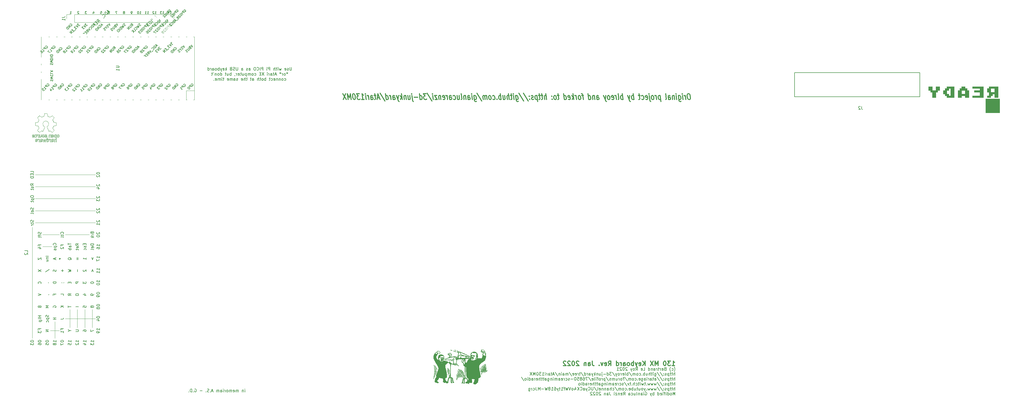
<source format=gbo>
G04 #@! TF.GenerationSoftware,KiCad,Pcbnew,5.1.9+dfsg1-1*
G04 #@! TF.CreationDate,2022-02-10T09:09:04+01:00*
G04 #@! TF.ProjectId,Atari130MX,41746172-6931-4333-904d-582e6b696361,Jan 2022*
G04 #@! TF.SameCoordinates,Original*
G04 #@! TF.FileFunction,Legend,Bot*
G04 #@! TF.FilePolarity,Positive*
%FSLAX46Y46*%
G04 Gerber Fmt 4.6, Leading zero omitted, Abs format (unit mm)*
G04 Created by KiCad (PCBNEW 5.1.9+dfsg1-1) date 2022-02-10 09:09:04*
%MOMM*%
%LPD*%
G01*
G04 APERTURE LIST*
%ADD10C,0.200000*%
%ADD11C,0.150000*%
%ADD12C,0.300000*%
%ADD13C,0.120000*%
%ADD14C,0.010000*%
%ADD15C,0.090000*%
%ADD16C,0.125000*%
%ADD17C,2.200000*%
%ADD18C,4.000000*%
%ADD19C,1.700000*%
%ADD20C,1.600000*%
%ADD21O,1.600000X1.600000*%
%ADD22R,1.700000X1.700000*%
%ADD23O,1.700000X1.700000*%
%ADD24C,1.800000*%
%ADD25R,1.800000X1.800000*%
%ADD26C,3.200000*%
%ADD27C,2.250000*%
%ADD28C,3.987800*%
%ADD29C,1.750000*%
%ADD30C,3.048000*%
%ADD31C,3.050000*%
%ADD32R,1.700000X3.500000*%
%ADD33R,3.500000X1.700000*%
%ADD34C,0.800000*%
G04 APERTURE END LIST*
D10*
X112058571Y-41792380D02*
X112058571Y-42601904D01*
X112010952Y-42697142D01*
X111963333Y-42744761D01*
X111868095Y-42792380D01*
X111677619Y-42792380D01*
X111582380Y-42744761D01*
X111534761Y-42697142D01*
X111487142Y-42601904D01*
X111487142Y-41792380D01*
X111058571Y-42744761D02*
X110963333Y-42792380D01*
X110772857Y-42792380D01*
X110677619Y-42744761D01*
X110630000Y-42649523D01*
X110630000Y-42601904D01*
X110677619Y-42506666D01*
X110772857Y-42459047D01*
X110915714Y-42459047D01*
X111010952Y-42411428D01*
X111058571Y-42316190D01*
X111058571Y-42268571D01*
X111010952Y-42173333D01*
X110915714Y-42125714D01*
X110772857Y-42125714D01*
X110677619Y-42173333D01*
X109820476Y-42744761D02*
X109915714Y-42792380D01*
X110106190Y-42792380D01*
X110201428Y-42744761D01*
X110249047Y-42649523D01*
X110249047Y-42268571D01*
X110201428Y-42173333D01*
X110106190Y-42125714D01*
X109915714Y-42125714D01*
X109820476Y-42173333D01*
X109772857Y-42268571D01*
X109772857Y-42363809D01*
X110249047Y-42459047D01*
X108677619Y-42125714D02*
X108487142Y-42792380D01*
X108296666Y-42316190D01*
X108106190Y-42792380D01*
X107915714Y-42125714D01*
X107534761Y-42792380D02*
X107534761Y-42125714D01*
X107534761Y-41792380D02*
X107582380Y-41840000D01*
X107534761Y-41887619D01*
X107487142Y-41840000D01*
X107534761Y-41792380D01*
X107534761Y-41887619D01*
X107201428Y-42125714D02*
X106820476Y-42125714D01*
X107058571Y-41792380D02*
X107058571Y-42649523D01*
X107010952Y-42744761D01*
X106915714Y-42792380D01*
X106820476Y-42792380D01*
X106487142Y-42792380D02*
X106487142Y-41792380D01*
X106058571Y-42792380D02*
X106058571Y-42268571D01*
X106106190Y-42173333D01*
X106201428Y-42125714D01*
X106344285Y-42125714D01*
X106439523Y-42173333D01*
X106487142Y-42220952D01*
X104820476Y-42792380D02*
X104820476Y-41792380D01*
X104439523Y-41792380D01*
X104344285Y-41840000D01*
X104296666Y-41887619D01*
X104249047Y-41982857D01*
X104249047Y-42125714D01*
X104296666Y-42220952D01*
X104344285Y-42268571D01*
X104439523Y-42316190D01*
X104820476Y-42316190D01*
X103820476Y-42792380D02*
X103820476Y-42125714D01*
X103820476Y-41792380D02*
X103868095Y-41840000D01*
X103820476Y-41887619D01*
X103772857Y-41840000D01*
X103820476Y-41792380D01*
X103820476Y-41887619D01*
X102582380Y-42792380D02*
X102582380Y-41792380D01*
X102201428Y-41792380D01*
X102106190Y-41840000D01*
X102058571Y-41887619D01*
X102010952Y-41982857D01*
X102010952Y-42125714D01*
X102058571Y-42220952D01*
X102106190Y-42268571D01*
X102201428Y-42316190D01*
X102582380Y-42316190D01*
X101582380Y-42792380D02*
X101582380Y-41792380D01*
X100534761Y-42697142D02*
X100582380Y-42744761D01*
X100725238Y-42792380D01*
X100820476Y-42792380D01*
X100963333Y-42744761D01*
X101058571Y-42649523D01*
X101106190Y-42554285D01*
X101153809Y-42363809D01*
X101153809Y-42220952D01*
X101106190Y-42030476D01*
X101058571Y-41935238D01*
X100963333Y-41840000D01*
X100820476Y-41792380D01*
X100725238Y-41792380D01*
X100582380Y-41840000D01*
X100534761Y-41887619D01*
X99915714Y-41792380D02*
X99725238Y-41792380D01*
X99630000Y-41840000D01*
X99534761Y-41935238D01*
X99487142Y-42125714D01*
X99487142Y-42459047D01*
X99534761Y-42649523D01*
X99630000Y-42744761D01*
X99725238Y-42792380D01*
X99915714Y-42792380D01*
X100010952Y-42744761D01*
X100106190Y-42649523D01*
X100153809Y-42459047D01*
X100153809Y-42125714D01*
X100106190Y-41935238D01*
X100010952Y-41840000D01*
X99915714Y-41792380D01*
X97868095Y-42792380D02*
X97868095Y-42268571D01*
X97915714Y-42173333D01*
X98010952Y-42125714D01*
X98201428Y-42125714D01*
X98296666Y-42173333D01*
X97868095Y-42744761D02*
X97963333Y-42792380D01*
X98201428Y-42792380D01*
X98296666Y-42744761D01*
X98344285Y-42649523D01*
X98344285Y-42554285D01*
X98296666Y-42459047D01*
X98201428Y-42411428D01*
X97963333Y-42411428D01*
X97868095Y-42363809D01*
X97439523Y-42744761D02*
X97344285Y-42792380D01*
X97153809Y-42792380D01*
X97058571Y-42744761D01*
X97010952Y-42649523D01*
X97010952Y-42601904D01*
X97058571Y-42506666D01*
X97153809Y-42459047D01*
X97296666Y-42459047D01*
X97391904Y-42411428D01*
X97439523Y-42316190D01*
X97439523Y-42268571D01*
X97391904Y-42173333D01*
X97296666Y-42125714D01*
X97153809Y-42125714D01*
X97058571Y-42173333D01*
X95391904Y-42792380D02*
X95391904Y-42268571D01*
X95439523Y-42173333D01*
X95534761Y-42125714D01*
X95725238Y-42125714D01*
X95820476Y-42173333D01*
X95391904Y-42744761D02*
X95487142Y-42792380D01*
X95725238Y-42792380D01*
X95820476Y-42744761D01*
X95868095Y-42649523D01*
X95868095Y-42554285D01*
X95820476Y-42459047D01*
X95725238Y-42411428D01*
X95487142Y-42411428D01*
X95391904Y-42363809D01*
X94153809Y-41792380D02*
X94153809Y-42601904D01*
X94106190Y-42697142D01*
X94058571Y-42744761D01*
X93963333Y-42792380D01*
X93772857Y-42792380D01*
X93677619Y-42744761D01*
X93630000Y-42697142D01*
X93582380Y-42601904D01*
X93582380Y-41792380D01*
X93153809Y-42744761D02*
X93010952Y-42792380D01*
X92772857Y-42792380D01*
X92677619Y-42744761D01*
X92630000Y-42697142D01*
X92582380Y-42601904D01*
X92582380Y-42506666D01*
X92630000Y-42411428D01*
X92677619Y-42363809D01*
X92772857Y-42316190D01*
X92963333Y-42268571D01*
X93058571Y-42220952D01*
X93106190Y-42173333D01*
X93153809Y-42078095D01*
X93153809Y-41982857D01*
X93106190Y-41887619D01*
X93058571Y-41840000D01*
X92963333Y-41792380D01*
X92725238Y-41792380D01*
X92582380Y-41840000D01*
X91820476Y-42268571D02*
X91677619Y-42316190D01*
X91630000Y-42363809D01*
X91582380Y-42459047D01*
X91582380Y-42601904D01*
X91630000Y-42697142D01*
X91677619Y-42744761D01*
X91772857Y-42792380D01*
X92153809Y-42792380D01*
X92153809Y-41792380D01*
X91820476Y-41792380D01*
X91725238Y-41840000D01*
X91677619Y-41887619D01*
X91630000Y-41982857D01*
X91630000Y-42078095D01*
X91677619Y-42173333D01*
X91725238Y-42220952D01*
X91820476Y-42268571D01*
X92153809Y-42268571D01*
X90391904Y-42792380D02*
X90391904Y-41792380D01*
X90296666Y-42411428D02*
X90010952Y-42792380D01*
X90010952Y-42125714D02*
X90391904Y-42506666D01*
X89201428Y-42744761D02*
X89296666Y-42792380D01*
X89487142Y-42792380D01*
X89582380Y-42744761D01*
X89630000Y-42649523D01*
X89630000Y-42268571D01*
X89582380Y-42173333D01*
X89487142Y-42125714D01*
X89296666Y-42125714D01*
X89201428Y-42173333D01*
X89153809Y-42268571D01*
X89153809Y-42363809D01*
X89630000Y-42459047D01*
X88820476Y-42125714D02*
X88582380Y-42792380D01*
X88344285Y-42125714D02*
X88582380Y-42792380D01*
X88677619Y-43030476D01*
X88725238Y-43078095D01*
X88820476Y-43125714D01*
X87963333Y-42792380D02*
X87963333Y-41792380D01*
X87963333Y-42173333D02*
X87868095Y-42125714D01*
X87677619Y-42125714D01*
X87582380Y-42173333D01*
X87534761Y-42220952D01*
X87487142Y-42316190D01*
X87487142Y-42601904D01*
X87534761Y-42697142D01*
X87582380Y-42744761D01*
X87677619Y-42792380D01*
X87868095Y-42792380D01*
X87963333Y-42744761D01*
X86915714Y-42792380D02*
X87010952Y-42744761D01*
X87058571Y-42697142D01*
X87106190Y-42601904D01*
X87106190Y-42316190D01*
X87058571Y-42220952D01*
X87010952Y-42173333D01*
X86915714Y-42125714D01*
X86772857Y-42125714D01*
X86677619Y-42173333D01*
X86630000Y-42220952D01*
X86582380Y-42316190D01*
X86582380Y-42601904D01*
X86630000Y-42697142D01*
X86677619Y-42744761D01*
X86772857Y-42792380D01*
X86915714Y-42792380D01*
X85725238Y-42792380D02*
X85725238Y-42268571D01*
X85772857Y-42173333D01*
X85868095Y-42125714D01*
X86058571Y-42125714D01*
X86153809Y-42173333D01*
X85725238Y-42744761D02*
X85820476Y-42792380D01*
X86058571Y-42792380D01*
X86153809Y-42744761D01*
X86201428Y-42649523D01*
X86201428Y-42554285D01*
X86153809Y-42459047D01*
X86058571Y-42411428D01*
X85820476Y-42411428D01*
X85725238Y-42363809D01*
X85249047Y-42792380D02*
X85249047Y-42125714D01*
X85249047Y-42316190D02*
X85201428Y-42220952D01*
X85153809Y-42173333D01*
X85058571Y-42125714D01*
X84963333Y-42125714D01*
X84201428Y-42792380D02*
X84201428Y-41792380D01*
X84201428Y-42744761D02*
X84296666Y-42792380D01*
X84487142Y-42792380D01*
X84582380Y-42744761D01*
X84630000Y-42697142D01*
X84677619Y-42601904D01*
X84677619Y-42316190D01*
X84630000Y-42220952D01*
X84582380Y-42173333D01*
X84487142Y-42125714D01*
X84296666Y-42125714D01*
X84201428Y-42173333D01*
X110606190Y-43492380D02*
X110606190Y-43730476D01*
X110844285Y-43635238D02*
X110606190Y-43730476D01*
X110368095Y-43635238D01*
X110749047Y-43920952D02*
X110606190Y-43730476D01*
X110463333Y-43920952D01*
X109844285Y-44492380D02*
X109939523Y-44444761D01*
X109987142Y-44397142D01*
X110034761Y-44301904D01*
X110034761Y-44016190D01*
X109987142Y-43920952D01*
X109939523Y-43873333D01*
X109844285Y-43825714D01*
X109701428Y-43825714D01*
X109606190Y-43873333D01*
X109558571Y-43920952D01*
X109510952Y-44016190D01*
X109510952Y-44301904D01*
X109558571Y-44397142D01*
X109606190Y-44444761D01*
X109701428Y-44492380D01*
X109844285Y-44492380D01*
X109082380Y-44492380D02*
X109082380Y-43825714D01*
X109082380Y-44016190D02*
X109034761Y-43920952D01*
X108987142Y-43873333D01*
X108891904Y-43825714D01*
X108796666Y-43825714D01*
X108320476Y-43492380D02*
X108320476Y-43730476D01*
X108558571Y-43635238D02*
X108320476Y-43730476D01*
X108082380Y-43635238D01*
X108463333Y-43920952D02*
X108320476Y-43730476D01*
X108177619Y-43920952D01*
X106987142Y-44206666D02*
X106510952Y-44206666D01*
X107082380Y-44492380D02*
X106749047Y-43492380D01*
X106415714Y-44492380D01*
X106225238Y-43825714D02*
X105844285Y-43825714D01*
X106082380Y-43492380D02*
X106082380Y-44349523D01*
X106034761Y-44444761D01*
X105939523Y-44492380D01*
X105844285Y-44492380D01*
X105082380Y-44492380D02*
X105082380Y-43968571D01*
X105130000Y-43873333D01*
X105225238Y-43825714D01*
X105415714Y-43825714D01*
X105510952Y-43873333D01*
X105082380Y-44444761D02*
X105177619Y-44492380D01*
X105415714Y-44492380D01*
X105510952Y-44444761D01*
X105558571Y-44349523D01*
X105558571Y-44254285D01*
X105510952Y-44159047D01*
X105415714Y-44111428D01*
X105177619Y-44111428D01*
X105082380Y-44063809D01*
X104606190Y-44492380D02*
X104606190Y-43825714D01*
X104606190Y-44016190D02*
X104558571Y-43920952D01*
X104510952Y-43873333D01*
X104415714Y-43825714D01*
X104320476Y-43825714D01*
X103987142Y-44492380D02*
X103987142Y-43825714D01*
X103987142Y-43492380D02*
X104034761Y-43540000D01*
X103987142Y-43587619D01*
X103939523Y-43540000D01*
X103987142Y-43492380D01*
X103987142Y-43587619D01*
X102844285Y-43492380D02*
X102177619Y-44492380D01*
X102177619Y-43492380D02*
X102844285Y-44492380D01*
X101796666Y-43968571D02*
X101463333Y-43968571D01*
X101320476Y-44492380D02*
X101796666Y-44492380D01*
X101796666Y-43492380D01*
X101320476Y-43492380D01*
X99701428Y-44444761D02*
X99796666Y-44492380D01*
X99987142Y-44492380D01*
X100082380Y-44444761D01*
X100130000Y-44397142D01*
X100177619Y-44301904D01*
X100177619Y-44016190D01*
X100130000Y-43920952D01*
X100082380Y-43873333D01*
X99987142Y-43825714D01*
X99796666Y-43825714D01*
X99701428Y-43873333D01*
X99130000Y-44492380D02*
X99225238Y-44444761D01*
X99272857Y-44397142D01*
X99320476Y-44301904D01*
X99320476Y-44016190D01*
X99272857Y-43920952D01*
X99225238Y-43873333D01*
X99130000Y-43825714D01*
X98987142Y-43825714D01*
X98891904Y-43873333D01*
X98844285Y-43920952D01*
X98796666Y-44016190D01*
X98796666Y-44301904D01*
X98844285Y-44397142D01*
X98891904Y-44444761D01*
X98987142Y-44492380D01*
X99130000Y-44492380D01*
X98368095Y-44492380D02*
X98368095Y-43825714D01*
X98368095Y-43920952D02*
X98320476Y-43873333D01*
X98225238Y-43825714D01*
X98082380Y-43825714D01*
X97987142Y-43873333D01*
X97939523Y-43968571D01*
X97939523Y-44492380D01*
X97939523Y-43968571D02*
X97891904Y-43873333D01*
X97796666Y-43825714D01*
X97653809Y-43825714D01*
X97558571Y-43873333D01*
X97510952Y-43968571D01*
X97510952Y-44492380D01*
X97034761Y-43825714D02*
X97034761Y-44825714D01*
X97034761Y-43873333D02*
X96939523Y-43825714D01*
X96749047Y-43825714D01*
X96653809Y-43873333D01*
X96606190Y-43920952D01*
X96558571Y-44016190D01*
X96558571Y-44301904D01*
X96606190Y-44397142D01*
X96653809Y-44444761D01*
X96749047Y-44492380D01*
X96939523Y-44492380D01*
X97034761Y-44444761D01*
X95701428Y-43825714D02*
X95701428Y-44492380D01*
X96130000Y-43825714D02*
X96130000Y-44349523D01*
X96082380Y-44444761D01*
X95987142Y-44492380D01*
X95844285Y-44492380D01*
X95749047Y-44444761D01*
X95701428Y-44397142D01*
X95368095Y-43825714D02*
X94987142Y-43825714D01*
X95225238Y-43492380D02*
X95225238Y-44349523D01*
X95177619Y-44444761D01*
X95082380Y-44492380D01*
X94987142Y-44492380D01*
X94272857Y-44444761D02*
X94368095Y-44492380D01*
X94558571Y-44492380D01*
X94653809Y-44444761D01*
X94701428Y-44349523D01*
X94701428Y-43968571D01*
X94653809Y-43873333D01*
X94558571Y-43825714D01*
X94368095Y-43825714D01*
X94272857Y-43873333D01*
X94225238Y-43968571D01*
X94225238Y-44063809D01*
X94701428Y-44159047D01*
X93796666Y-44492380D02*
X93796666Y-43825714D01*
X93796666Y-44016190D02*
X93749047Y-43920952D01*
X93701428Y-43873333D01*
X93606190Y-43825714D01*
X93510952Y-43825714D01*
X93130000Y-44444761D02*
X93130000Y-44492380D01*
X93177619Y-44587619D01*
X93225238Y-44635238D01*
X91939523Y-44492380D02*
X91939523Y-43492380D01*
X91939523Y-43873333D02*
X91844285Y-43825714D01*
X91653809Y-43825714D01*
X91558571Y-43873333D01*
X91510952Y-43920952D01*
X91463333Y-44016190D01*
X91463333Y-44301904D01*
X91510952Y-44397142D01*
X91558571Y-44444761D01*
X91653809Y-44492380D01*
X91844285Y-44492380D01*
X91939523Y-44444761D01*
X90606190Y-43825714D02*
X90606190Y-44492380D01*
X91034761Y-43825714D02*
X91034761Y-44349523D01*
X90987142Y-44444761D01*
X90891904Y-44492380D01*
X90749047Y-44492380D01*
X90653809Y-44444761D01*
X90606190Y-44397142D01*
X90272857Y-43825714D02*
X89891904Y-43825714D01*
X90130000Y-43492380D02*
X90130000Y-44349523D01*
X90082380Y-44444761D01*
X89987142Y-44492380D01*
X89891904Y-44492380D01*
X88368095Y-44492380D02*
X88368095Y-43492380D01*
X88368095Y-44444761D02*
X88463333Y-44492380D01*
X88653809Y-44492380D01*
X88749047Y-44444761D01*
X88796666Y-44397142D01*
X88844285Y-44301904D01*
X88844285Y-44016190D01*
X88796666Y-43920952D01*
X88749047Y-43873333D01*
X88653809Y-43825714D01*
X88463333Y-43825714D01*
X88368095Y-43873333D01*
X87749047Y-44492380D02*
X87844285Y-44444761D01*
X87891904Y-44397142D01*
X87939523Y-44301904D01*
X87939523Y-44016190D01*
X87891904Y-43920952D01*
X87844285Y-43873333D01*
X87749047Y-43825714D01*
X87606190Y-43825714D01*
X87510952Y-43873333D01*
X87463333Y-43920952D01*
X87415714Y-44016190D01*
X87415714Y-44301904D01*
X87463333Y-44397142D01*
X87510952Y-44444761D01*
X87606190Y-44492380D01*
X87749047Y-44492380D01*
X86987142Y-43825714D02*
X86987142Y-44492380D01*
X86987142Y-43920952D02*
X86939523Y-43873333D01*
X86844285Y-43825714D01*
X86701428Y-43825714D01*
X86606190Y-43873333D01*
X86558571Y-43968571D01*
X86558571Y-44492380D01*
X86034761Y-43492380D02*
X86130000Y-43682857D01*
X85749047Y-43825714D02*
X85368095Y-43825714D01*
X85606190Y-43492380D02*
X85606190Y-44349523D01*
X85558571Y-44444761D01*
X85463333Y-44492380D01*
X85368095Y-44492380D01*
X109653809Y-46144761D02*
X109749047Y-46192380D01*
X109939523Y-46192380D01*
X110034761Y-46144761D01*
X110082380Y-46097142D01*
X110130000Y-46001904D01*
X110130000Y-45716190D01*
X110082380Y-45620952D01*
X110034761Y-45573333D01*
X109939523Y-45525714D01*
X109749047Y-45525714D01*
X109653809Y-45573333D01*
X109082380Y-46192380D02*
X109177619Y-46144761D01*
X109225238Y-46097142D01*
X109272857Y-46001904D01*
X109272857Y-45716190D01*
X109225238Y-45620952D01*
X109177619Y-45573333D01*
X109082380Y-45525714D01*
X108939523Y-45525714D01*
X108844285Y-45573333D01*
X108796666Y-45620952D01*
X108749047Y-45716190D01*
X108749047Y-46001904D01*
X108796666Y-46097142D01*
X108844285Y-46144761D01*
X108939523Y-46192380D01*
X109082380Y-46192380D01*
X108320476Y-45525714D02*
X108320476Y-46192380D01*
X108320476Y-45620952D02*
X108272857Y-45573333D01*
X108177619Y-45525714D01*
X108034761Y-45525714D01*
X107939523Y-45573333D01*
X107891904Y-45668571D01*
X107891904Y-46192380D01*
X107415714Y-45525714D02*
X107415714Y-46192380D01*
X107415714Y-45620952D02*
X107368095Y-45573333D01*
X107272857Y-45525714D01*
X107130000Y-45525714D01*
X107034761Y-45573333D01*
X106987142Y-45668571D01*
X106987142Y-46192380D01*
X106130000Y-46144761D02*
X106225238Y-46192380D01*
X106415714Y-46192380D01*
X106510952Y-46144761D01*
X106558571Y-46049523D01*
X106558571Y-45668571D01*
X106510952Y-45573333D01*
X106415714Y-45525714D01*
X106225238Y-45525714D01*
X106130000Y-45573333D01*
X106082380Y-45668571D01*
X106082380Y-45763809D01*
X106558571Y-45859047D01*
X105225238Y-46144761D02*
X105320476Y-46192380D01*
X105510952Y-46192380D01*
X105606190Y-46144761D01*
X105653809Y-46097142D01*
X105701428Y-46001904D01*
X105701428Y-45716190D01*
X105653809Y-45620952D01*
X105606190Y-45573333D01*
X105510952Y-45525714D01*
X105320476Y-45525714D01*
X105225238Y-45573333D01*
X104939523Y-45525714D02*
X104558571Y-45525714D01*
X104796666Y-45192380D02*
X104796666Y-46049523D01*
X104749047Y-46144761D01*
X104653809Y-46192380D01*
X104558571Y-46192380D01*
X103463333Y-46192380D02*
X103463333Y-45192380D01*
X103463333Y-45573333D02*
X103368095Y-45525714D01*
X103177619Y-45525714D01*
X103082380Y-45573333D01*
X103034761Y-45620952D01*
X102987142Y-45716190D01*
X102987142Y-46001904D01*
X103034761Y-46097142D01*
X103082380Y-46144761D01*
X103177619Y-46192380D01*
X103368095Y-46192380D01*
X103463333Y-46144761D01*
X102415714Y-46192380D02*
X102510952Y-46144761D01*
X102558571Y-46097142D01*
X102606190Y-46001904D01*
X102606190Y-45716190D01*
X102558571Y-45620952D01*
X102510952Y-45573333D01*
X102415714Y-45525714D01*
X102272857Y-45525714D01*
X102177619Y-45573333D01*
X102130000Y-45620952D01*
X102082380Y-45716190D01*
X102082380Y-46001904D01*
X102130000Y-46097142D01*
X102177619Y-46144761D01*
X102272857Y-46192380D01*
X102415714Y-46192380D01*
X101796666Y-45525714D02*
X101415714Y-45525714D01*
X101653809Y-45192380D02*
X101653809Y-46049523D01*
X101606190Y-46144761D01*
X101510952Y-46192380D01*
X101415714Y-46192380D01*
X101082380Y-46192380D02*
X101082380Y-45192380D01*
X100653809Y-46192380D02*
X100653809Y-45668571D01*
X100701428Y-45573333D01*
X100796666Y-45525714D01*
X100939523Y-45525714D01*
X101034761Y-45573333D01*
X101082380Y-45620952D01*
X98987142Y-46192380D02*
X98987142Y-45668571D01*
X99034761Y-45573333D01*
X99130000Y-45525714D01*
X99320476Y-45525714D01*
X99415714Y-45573333D01*
X98987142Y-46144761D02*
X99082380Y-46192380D01*
X99320476Y-46192380D01*
X99415714Y-46144761D01*
X99463333Y-46049523D01*
X99463333Y-45954285D01*
X99415714Y-45859047D01*
X99320476Y-45811428D01*
X99082380Y-45811428D01*
X98987142Y-45763809D01*
X98653809Y-45525714D02*
X98272857Y-45525714D01*
X98510952Y-45192380D02*
X98510952Y-46049523D01*
X98463333Y-46144761D01*
X98368095Y-46192380D01*
X98272857Y-46192380D01*
X97320476Y-45525714D02*
X96939523Y-45525714D01*
X97177619Y-45192380D02*
X97177619Y-46049523D01*
X97130000Y-46144761D01*
X97034761Y-46192380D01*
X96939523Y-46192380D01*
X96606190Y-46192380D02*
X96606190Y-45192380D01*
X96177619Y-46192380D02*
X96177619Y-45668571D01*
X96225238Y-45573333D01*
X96320476Y-45525714D01*
X96463333Y-45525714D01*
X96558571Y-45573333D01*
X96606190Y-45620952D01*
X95320476Y-46144761D02*
X95415714Y-46192380D01*
X95606190Y-46192380D01*
X95701428Y-46144761D01*
X95749047Y-46049523D01*
X95749047Y-45668571D01*
X95701428Y-45573333D01*
X95606190Y-45525714D01*
X95415714Y-45525714D01*
X95320476Y-45573333D01*
X95272857Y-45668571D01*
X95272857Y-45763809D01*
X95749047Y-45859047D01*
X94130000Y-46144761D02*
X94034761Y-46192380D01*
X93844285Y-46192380D01*
X93749047Y-46144761D01*
X93701428Y-46049523D01*
X93701428Y-46001904D01*
X93749047Y-45906666D01*
X93844285Y-45859047D01*
X93987142Y-45859047D01*
X94082380Y-45811428D01*
X94130000Y-45716190D01*
X94130000Y-45668571D01*
X94082380Y-45573333D01*
X93987142Y-45525714D01*
X93844285Y-45525714D01*
X93749047Y-45573333D01*
X92844285Y-46192380D02*
X92844285Y-45668571D01*
X92891904Y-45573333D01*
X92987142Y-45525714D01*
X93177619Y-45525714D01*
X93272857Y-45573333D01*
X92844285Y-46144761D02*
X92939523Y-46192380D01*
X93177619Y-46192380D01*
X93272857Y-46144761D01*
X93320476Y-46049523D01*
X93320476Y-45954285D01*
X93272857Y-45859047D01*
X93177619Y-45811428D01*
X92939523Y-45811428D01*
X92844285Y-45763809D01*
X92368095Y-46192380D02*
X92368095Y-45525714D01*
X92368095Y-45620952D02*
X92320476Y-45573333D01*
X92225238Y-45525714D01*
X92082380Y-45525714D01*
X91987142Y-45573333D01*
X91939523Y-45668571D01*
X91939523Y-46192380D01*
X91939523Y-45668571D02*
X91891904Y-45573333D01*
X91796666Y-45525714D01*
X91653809Y-45525714D01*
X91558571Y-45573333D01*
X91510952Y-45668571D01*
X91510952Y-46192380D01*
X90653809Y-46144761D02*
X90749047Y-46192380D01*
X90939523Y-46192380D01*
X91034761Y-46144761D01*
X91082380Y-46049523D01*
X91082380Y-45668571D01*
X91034761Y-45573333D01*
X90939523Y-45525714D01*
X90749047Y-45525714D01*
X90653809Y-45573333D01*
X90606190Y-45668571D01*
X90606190Y-45763809D01*
X91082380Y-45859047D01*
X89558571Y-45525714D02*
X89177619Y-45525714D01*
X89415714Y-45192380D02*
X89415714Y-46049523D01*
X89368095Y-46144761D01*
X89272857Y-46192380D01*
X89177619Y-46192380D01*
X88844285Y-46192380D02*
X88844285Y-45525714D01*
X88844285Y-45192380D02*
X88891904Y-45240000D01*
X88844285Y-45287619D01*
X88796666Y-45240000D01*
X88844285Y-45192380D01*
X88844285Y-45287619D01*
X88368095Y-46192380D02*
X88368095Y-45525714D01*
X88368095Y-45620952D02*
X88320476Y-45573333D01*
X88225238Y-45525714D01*
X88082380Y-45525714D01*
X87987142Y-45573333D01*
X87939523Y-45668571D01*
X87939523Y-46192380D01*
X87939523Y-45668571D02*
X87891904Y-45573333D01*
X87796666Y-45525714D01*
X87653809Y-45525714D01*
X87558571Y-45573333D01*
X87510952Y-45668571D01*
X87510952Y-46192380D01*
X86653809Y-46144761D02*
X86749047Y-46192380D01*
X86939523Y-46192380D01*
X87034761Y-46144761D01*
X87082380Y-46049523D01*
X87082380Y-45668571D01*
X87034761Y-45573333D01*
X86939523Y-45525714D01*
X86749047Y-45525714D01*
X86653809Y-45573333D01*
X86606190Y-45668571D01*
X86606190Y-45763809D01*
X87082380Y-45859047D01*
X86177619Y-46097142D02*
X86130000Y-46144761D01*
X86177619Y-46192380D01*
X86225238Y-46144761D01*
X86177619Y-46097142D01*
X86177619Y-46192380D01*
D11*
X96493333Y-150062380D02*
X96493333Y-149395714D01*
X96493333Y-149062380D02*
X96540952Y-149110000D01*
X96493333Y-149157619D01*
X96445714Y-149110000D01*
X96493333Y-149062380D01*
X96493333Y-149157619D01*
X96017142Y-149395714D02*
X96017142Y-150062380D01*
X96017142Y-149490952D02*
X95969523Y-149443333D01*
X95874285Y-149395714D01*
X95731428Y-149395714D01*
X95636190Y-149443333D01*
X95588571Y-149538571D01*
X95588571Y-150062380D01*
X94350476Y-150062380D02*
X94350476Y-149395714D01*
X94350476Y-149490952D02*
X94302857Y-149443333D01*
X94207619Y-149395714D01*
X94064761Y-149395714D01*
X93969523Y-149443333D01*
X93921904Y-149538571D01*
X93921904Y-150062380D01*
X93921904Y-149538571D02*
X93874285Y-149443333D01*
X93779047Y-149395714D01*
X93636190Y-149395714D01*
X93540952Y-149443333D01*
X93493333Y-149538571D01*
X93493333Y-150062380D01*
X92636190Y-150014761D02*
X92731428Y-150062380D01*
X92921904Y-150062380D01*
X93017142Y-150014761D01*
X93064761Y-149919523D01*
X93064761Y-149538571D01*
X93017142Y-149443333D01*
X92921904Y-149395714D01*
X92731428Y-149395714D01*
X92636190Y-149443333D01*
X92588571Y-149538571D01*
X92588571Y-149633809D01*
X93064761Y-149729047D01*
X92160000Y-150062380D02*
X92160000Y-149395714D01*
X92160000Y-149490952D02*
X92112380Y-149443333D01*
X92017142Y-149395714D01*
X91874285Y-149395714D01*
X91779047Y-149443333D01*
X91731428Y-149538571D01*
X91731428Y-150062380D01*
X91731428Y-149538571D02*
X91683809Y-149443333D01*
X91588571Y-149395714D01*
X91445714Y-149395714D01*
X91350476Y-149443333D01*
X91302857Y-149538571D01*
X91302857Y-150062380D01*
X90683809Y-150062380D02*
X90779047Y-150014761D01*
X90826666Y-149967142D01*
X90874285Y-149871904D01*
X90874285Y-149586190D01*
X90826666Y-149490952D01*
X90779047Y-149443333D01*
X90683809Y-149395714D01*
X90540952Y-149395714D01*
X90445714Y-149443333D01*
X90398095Y-149490952D01*
X90350476Y-149586190D01*
X90350476Y-149871904D01*
X90398095Y-149967142D01*
X90445714Y-150014761D01*
X90540952Y-150062380D01*
X90683809Y-150062380D01*
X89921904Y-150062380D02*
X89921904Y-149395714D01*
X89921904Y-149586190D02*
X89874285Y-149490952D01*
X89826666Y-149443333D01*
X89731428Y-149395714D01*
X89636190Y-149395714D01*
X89302857Y-150062380D02*
X89302857Y-149395714D01*
X89302857Y-149062380D02*
X89350476Y-149110000D01*
X89302857Y-149157619D01*
X89255238Y-149110000D01*
X89302857Y-149062380D01*
X89302857Y-149157619D01*
X88398095Y-150062380D02*
X88398095Y-149538571D01*
X88445714Y-149443333D01*
X88540952Y-149395714D01*
X88731428Y-149395714D01*
X88826666Y-149443333D01*
X88398095Y-150014761D02*
X88493333Y-150062380D01*
X88731428Y-150062380D01*
X88826666Y-150014761D01*
X88874285Y-149919523D01*
X88874285Y-149824285D01*
X88826666Y-149729047D01*
X88731428Y-149681428D01*
X88493333Y-149681428D01*
X88398095Y-149633809D01*
X87921904Y-150062380D02*
X87921904Y-149395714D01*
X87921904Y-149490952D02*
X87874285Y-149443333D01*
X87779047Y-149395714D01*
X87636190Y-149395714D01*
X87540952Y-149443333D01*
X87493333Y-149538571D01*
X87493333Y-150062380D01*
X87493333Y-149538571D02*
X87445714Y-149443333D01*
X87350476Y-149395714D01*
X87207619Y-149395714D01*
X87112380Y-149443333D01*
X87064761Y-149538571D01*
X87064761Y-150062380D01*
X85874285Y-149776666D02*
X85398095Y-149776666D01*
X85969523Y-150062380D02*
X85636190Y-149062380D01*
X85302857Y-150062380D01*
X84969523Y-149967142D02*
X84921904Y-150014761D01*
X84969523Y-150062380D01*
X85017142Y-150014761D01*
X84969523Y-149967142D01*
X84969523Y-150062380D01*
X84540952Y-150014761D02*
X84398095Y-150062380D01*
X84160000Y-150062380D01*
X84064761Y-150014761D01*
X84017142Y-149967142D01*
X83969523Y-149871904D01*
X83969523Y-149776666D01*
X84017142Y-149681428D01*
X84064761Y-149633809D01*
X84160000Y-149586190D01*
X84350476Y-149538571D01*
X84445714Y-149490952D01*
X84493333Y-149443333D01*
X84540952Y-149348095D01*
X84540952Y-149252857D01*
X84493333Y-149157619D01*
X84445714Y-149110000D01*
X84350476Y-149062380D01*
X84112380Y-149062380D01*
X83969523Y-149110000D01*
X83540952Y-149967142D02*
X83493333Y-150014761D01*
X83540952Y-150062380D01*
X83588571Y-150014761D01*
X83540952Y-149967142D01*
X83540952Y-150062380D01*
X82302857Y-149681428D02*
X81540952Y-149681428D01*
X79779047Y-149110000D02*
X79874285Y-149062380D01*
X80017142Y-149062380D01*
X80160000Y-149110000D01*
X80255238Y-149205238D01*
X80302857Y-149300476D01*
X80350476Y-149490952D01*
X80350476Y-149633809D01*
X80302857Y-149824285D01*
X80255238Y-149919523D01*
X80160000Y-150014761D01*
X80017142Y-150062380D01*
X79921904Y-150062380D01*
X79779047Y-150014761D01*
X79731428Y-149967142D01*
X79731428Y-149633809D01*
X79921904Y-149633809D01*
X79302857Y-149967142D02*
X79255238Y-150014761D01*
X79302857Y-150062380D01*
X79350476Y-150014761D01*
X79302857Y-149967142D01*
X79302857Y-150062380D01*
X78826666Y-150062380D02*
X78826666Y-149062380D01*
X78588571Y-149062380D01*
X78445714Y-149110000D01*
X78350476Y-149205238D01*
X78302857Y-149300476D01*
X78255238Y-149490952D01*
X78255238Y-149633809D01*
X78302857Y-149824285D01*
X78350476Y-149919523D01*
X78445714Y-150014761D01*
X78588571Y-150062380D01*
X78826666Y-150062380D01*
X77826666Y-149967142D02*
X77779047Y-150014761D01*
X77826666Y-150062380D01*
X77874285Y-150014761D01*
X77826666Y-149967142D01*
X77826666Y-150062380D01*
D12*
X244444255Y-50564761D02*
X244158541Y-50564761D01*
X244027589Y-50660000D01*
X243908541Y-50850476D01*
X243884732Y-51231428D01*
X243968065Y-51898095D01*
X244087113Y-52279047D01*
X244253779Y-52469523D01*
X244408541Y-52564761D01*
X244694255Y-52564761D01*
X244825208Y-52469523D01*
X244944255Y-52279047D01*
X244968065Y-51898095D01*
X244884732Y-51231428D01*
X244765684Y-50850476D01*
X244599017Y-50660000D01*
X244444255Y-50564761D01*
X243408541Y-52564761D02*
X243241874Y-51231428D01*
X243289494Y-51612380D02*
X243194255Y-51421904D01*
X243110922Y-51326666D01*
X242956160Y-51231428D01*
X242813303Y-51231428D01*
X242479970Y-52564761D02*
X242313303Y-51231428D01*
X242229970Y-50564761D02*
X242313303Y-50660000D01*
X242253779Y-50755238D01*
X242170446Y-50660000D01*
X242229970Y-50564761D01*
X242253779Y-50755238D01*
X240956160Y-51231428D02*
X241158541Y-52850476D01*
X241253779Y-53040952D01*
X241337113Y-53136190D01*
X241491874Y-53231428D01*
X241706160Y-53231428D01*
X241837113Y-53136190D01*
X241110922Y-52469523D02*
X241265684Y-52564761D01*
X241551398Y-52564761D01*
X241682351Y-52469523D01*
X241741874Y-52374285D01*
X241789494Y-52183809D01*
X241718065Y-51612380D01*
X241622827Y-51421904D01*
X241539494Y-51326666D01*
X241384732Y-51231428D01*
X241099017Y-51231428D01*
X240968065Y-51326666D01*
X240408541Y-52564761D02*
X240241874Y-51231428D01*
X240158541Y-50564761D02*
X240241874Y-50660000D01*
X240182351Y-50755238D01*
X240099017Y-50660000D01*
X240158541Y-50564761D01*
X240182351Y-50755238D01*
X239527589Y-51231428D02*
X239694255Y-52564761D01*
X239551398Y-51421904D02*
X239468065Y-51326666D01*
X239313303Y-51231428D01*
X239099017Y-51231428D01*
X238968065Y-51326666D01*
X238920446Y-51517142D01*
X239051398Y-52564761D01*
X237694255Y-52564761D02*
X237563303Y-51517142D01*
X237610922Y-51326666D01*
X237741874Y-51231428D01*
X238027589Y-51231428D01*
X238182351Y-51326666D01*
X237682351Y-52469523D02*
X237837113Y-52564761D01*
X238194255Y-52564761D01*
X238325208Y-52469523D01*
X238372827Y-52279047D01*
X238349017Y-52088571D01*
X238253779Y-51898095D01*
X238099017Y-51802857D01*
X237741875Y-51802857D01*
X237587113Y-51707619D01*
X236765684Y-52564761D02*
X236896636Y-52469523D01*
X236944255Y-52279047D01*
X236729970Y-50564761D01*
X234884732Y-51231428D02*
X235134732Y-53231428D01*
X234896636Y-51326666D02*
X234741874Y-51231428D01*
X234456160Y-51231428D01*
X234325208Y-51326666D01*
X234265684Y-51421904D01*
X234218065Y-51612380D01*
X234289494Y-52183809D01*
X234384732Y-52374285D01*
X234468065Y-52469523D01*
X234622827Y-52564761D01*
X234908541Y-52564761D01*
X235039494Y-52469523D01*
X233694255Y-52564761D02*
X233527589Y-51231428D01*
X233575208Y-51612380D02*
X233479970Y-51421904D01*
X233396636Y-51326666D01*
X233241874Y-51231428D01*
X233099017Y-51231428D01*
X232551398Y-52564761D02*
X232682351Y-52469523D01*
X232741875Y-52374285D01*
X232789494Y-52183809D01*
X232718065Y-51612380D01*
X232622827Y-51421904D01*
X232539494Y-51326666D01*
X232384732Y-51231428D01*
X232170446Y-51231428D01*
X232039494Y-51326666D01*
X231979970Y-51421904D01*
X231932351Y-51612380D01*
X232003779Y-52183809D01*
X232099017Y-52374285D01*
X232182351Y-52469523D01*
X232337113Y-52564761D01*
X232551398Y-52564761D01*
X231241875Y-51231428D02*
X231456160Y-52945714D01*
X231551398Y-53136190D01*
X231706160Y-53231428D01*
X231777589Y-53231428D01*
X231158541Y-50564761D02*
X231241875Y-50660000D01*
X231182351Y-50755238D01*
X231099017Y-50660000D01*
X231158541Y-50564761D01*
X231182351Y-50755238D01*
X230110922Y-52469523D02*
X230265684Y-52564761D01*
X230551398Y-52564761D01*
X230682351Y-52469523D01*
X230729970Y-52279047D01*
X230634732Y-51517142D01*
X230539494Y-51326666D01*
X230384732Y-51231428D01*
X230099017Y-51231428D01*
X229968065Y-51326666D01*
X229920446Y-51517142D01*
X229944255Y-51707619D01*
X230682351Y-51898095D01*
X228753779Y-52469523D02*
X228908541Y-52564761D01*
X229194255Y-52564761D01*
X229325208Y-52469523D01*
X229384732Y-52374285D01*
X229432351Y-52183809D01*
X229360922Y-51612380D01*
X229265684Y-51421904D01*
X229182351Y-51326666D01*
X229027589Y-51231428D01*
X228741875Y-51231428D01*
X228610922Y-51326666D01*
X228170446Y-51231428D02*
X227599017Y-51231428D01*
X227872827Y-50564761D02*
X228087113Y-52279047D01*
X228039494Y-52469523D01*
X227908541Y-52564761D01*
X227765684Y-52564761D01*
X226122827Y-52564761D02*
X225872827Y-50564761D01*
X225968065Y-51326666D02*
X225813303Y-51231428D01*
X225527589Y-51231428D01*
X225396636Y-51326666D01*
X225337113Y-51421904D01*
X225289494Y-51612380D01*
X225360922Y-52183809D01*
X225456160Y-52374285D01*
X225539494Y-52469523D01*
X225694255Y-52564761D01*
X225979970Y-52564761D01*
X226110922Y-52469523D01*
X224741875Y-51231428D02*
X224551398Y-52564761D01*
X224027589Y-51231428D02*
X224551398Y-52564761D01*
X224753779Y-53040952D01*
X224837113Y-53136190D01*
X224991875Y-53231428D01*
X222479970Y-52564761D02*
X222229970Y-50564761D01*
X222325208Y-51326666D02*
X222170446Y-51231428D01*
X221884732Y-51231428D01*
X221753779Y-51326666D01*
X221694255Y-51421904D01*
X221646636Y-51612380D01*
X221718065Y-52183809D01*
X221813303Y-52374285D01*
X221896636Y-52469523D01*
X222051398Y-52564761D01*
X222337113Y-52564761D01*
X222468065Y-52469523D01*
X220908541Y-52564761D02*
X221039494Y-52469523D01*
X221087113Y-52279047D01*
X220872827Y-50564761D01*
X220337113Y-52564761D02*
X220170446Y-51231428D01*
X220218065Y-51612380D02*
X220122827Y-51421904D01*
X220039494Y-51326666D01*
X219884732Y-51231428D01*
X219741875Y-51231428D01*
X218825208Y-52469523D02*
X218979970Y-52564761D01*
X219265684Y-52564761D01*
X219396636Y-52469523D01*
X219444255Y-52279047D01*
X219349017Y-51517142D01*
X219253779Y-51326666D01*
X219099017Y-51231428D01*
X218813303Y-51231428D01*
X218682351Y-51326666D01*
X218634732Y-51517142D01*
X218658541Y-51707619D01*
X219396636Y-51898095D01*
X217908541Y-52564761D02*
X218039494Y-52469523D01*
X218099017Y-52374285D01*
X218146636Y-52183809D01*
X218075208Y-51612380D01*
X217979970Y-51421904D01*
X217896636Y-51326666D01*
X217741875Y-51231428D01*
X217527589Y-51231428D01*
X217396636Y-51326666D01*
X217337113Y-51421904D01*
X217289494Y-51612380D01*
X217360922Y-52183809D01*
X217456160Y-52374285D01*
X217539494Y-52469523D01*
X217694255Y-52564761D01*
X217908541Y-52564761D01*
X216741875Y-51231428D02*
X216551398Y-52564761D01*
X216027589Y-51231428D02*
X216551398Y-52564761D01*
X216753779Y-53040952D01*
X216837113Y-53136190D01*
X216991875Y-53231428D01*
X213837113Y-52564761D02*
X213706160Y-51517142D01*
X213753779Y-51326666D01*
X213884732Y-51231428D01*
X214170446Y-51231428D01*
X214325208Y-51326666D01*
X213825208Y-52469523D02*
X213979970Y-52564761D01*
X214337113Y-52564761D01*
X214468065Y-52469523D01*
X214515684Y-52279047D01*
X214491875Y-52088571D01*
X214396636Y-51898095D01*
X214241875Y-51802857D01*
X213884732Y-51802857D01*
X213729970Y-51707619D01*
X212956160Y-51231428D02*
X213122827Y-52564761D01*
X212979970Y-51421904D02*
X212896636Y-51326666D01*
X212741875Y-51231428D01*
X212527589Y-51231428D01*
X212396636Y-51326666D01*
X212349017Y-51517142D01*
X212479970Y-52564761D01*
X211122827Y-52564761D02*
X210872827Y-50564761D01*
X211110922Y-52469523D02*
X211265684Y-52564761D01*
X211551398Y-52564761D01*
X211682351Y-52469523D01*
X211741875Y-52374285D01*
X211789494Y-52183809D01*
X211718065Y-51612380D01*
X211622827Y-51421904D01*
X211539494Y-51326666D01*
X211384732Y-51231428D01*
X211099017Y-51231428D01*
X210968065Y-51326666D01*
X209313303Y-51231428D02*
X208741875Y-51231428D01*
X209265684Y-52564761D02*
X209051398Y-50850476D01*
X208956160Y-50660000D01*
X208801398Y-50564761D01*
X208658541Y-50564761D01*
X208194255Y-52564761D02*
X208325208Y-52469523D01*
X208384732Y-52374285D01*
X208432351Y-52183809D01*
X208360922Y-51612380D01*
X208265684Y-51421904D01*
X208182351Y-51326666D01*
X208027589Y-51231428D01*
X207813303Y-51231428D01*
X207682351Y-51326666D01*
X207622827Y-51421904D01*
X207575208Y-51612380D01*
X207646636Y-52183809D01*
X207741875Y-52374285D01*
X207825208Y-52469523D01*
X207979970Y-52564761D01*
X208194255Y-52564761D01*
X207051398Y-52564761D02*
X206884732Y-51231428D01*
X206932351Y-51612380D02*
X206837113Y-51421904D01*
X206753779Y-51326666D01*
X206599017Y-51231428D01*
X206456160Y-51231428D01*
X206122827Y-52564761D02*
X205872827Y-50564761D01*
X205884732Y-51802857D02*
X205551398Y-52564761D01*
X205384732Y-51231428D02*
X206051398Y-51993333D01*
X204325208Y-52469523D02*
X204479970Y-52564761D01*
X204765684Y-52564761D01*
X204896636Y-52469523D01*
X204944255Y-52279047D01*
X204849017Y-51517142D01*
X204753779Y-51326666D01*
X204599017Y-51231428D01*
X204313303Y-51231428D01*
X204182351Y-51326666D01*
X204134732Y-51517142D01*
X204158541Y-51707619D01*
X204896636Y-51898095D01*
X202979970Y-52564761D02*
X202729970Y-50564761D01*
X202968065Y-52469523D02*
X203122827Y-52564761D01*
X203408541Y-52564761D01*
X203539494Y-52469523D01*
X203599017Y-52374285D01*
X203646636Y-52183809D01*
X203575208Y-51612380D01*
X203479970Y-51421904D01*
X203396636Y-51326666D01*
X203241875Y-51231428D01*
X202956160Y-51231428D01*
X202825208Y-51326666D01*
X201170446Y-51231428D02*
X200599017Y-51231428D01*
X200872827Y-50564761D02*
X201087113Y-52279047D01*
X201039494Y-52469523D01*
X200908541Y-52564761D01*
X200765684Y-52564761D01*
X200051398Y-52564761D02*
X200182351Y-52469523D01*
X200241875Y-52374285D01*
X200289494Y-52183809D01*
X200218065Y-51612380D01*
X200122827Y-51421904D01*
X200039494Y-51326666D01*
X199884732Y-51231428D01*
X199670446Y-51231428D01*
X199539494Y-51326666D01*
X199479970Y-51421904D01*
X199432351Y-51612380D01*
X199503779Y-52183809D01*
X199599017Y-52374285D01*
X199682351Y-52469523D01*
X199837113Y-52564761D01*
X200051398Y-52564761D01*
X198884732Y-52374285D02*
X198825208Y-52469523D01*
X198908541Y-52564761D01*
X198968065Y-52469523D01*
X198884732Y-52374285D01*
X198908541Y-52564761D01*
X198753779Y-51326666D02*
X198694255Y-51421904D01*
X198777589Y-51517142D01*
X198837113Y-51421904D01*
X198753779Y-51326666D01*
X198777589Y-51517142D01*
X197051398Y-52564761D02*
X196801398Y-50564761D01*
X196408541Y-52564761D02*
X196277589Y-51517142D01*
X196325208Y-51326666D01*
X196456160Y-51231428D01*
X196670446Y-51231428D01*
X196825208Y-51326666D01*
X196908541Y-51421904D01*
X195741875Y-51231428D02*
X195170446Y-51231428D01*
X195444255Y-50564761D02*
X195658541Y-52279047D01*
X195610922Y-52469523D01*
X195479970Y-52564761D01*
X195337113Y-52564761D01*
X194884732Y-51231428D02*
X194313303Y-51231428D01*
X194587113Y-50564761D02*
X194801398Y-52279047D01*
X194753779Y-52469523D01*
X194622827Y-52564761D01*
X194479970Y-52564761D01*
X193813303Y-51231428D02*
X194063303Y-53231428D01*
X193825208Y-51326666D02*
X193670446Y-51231428D01*
X193384732Y-51231428D01*
X193253779Y-51326666D01*
X193194255Y-51421904D01*
X193146636Y-51612380D01*
X193218065Y-52183809D01*
X193313303Y-52374285D01*
X193396636Y-52469523D01*
X193551398Y-52564761D01*
X193837113Y-52564761D01*
X193968065Y-52469523D01*
X192682351Y-52469523D02*
X192551398Y-52564761D01*
X192265684Y-52564761D01*
X192110922Y-52469523D01*
X192015684Y-52279047D01*
X192003779Y-52183809D01*
X192051398Y-51993333D01*
X192182351Y-51898095D01*
X192396636Y-51898095D01*
X192527589Y-51802857D01*
X192575208Y-51612380D01*
X192563303Y-51517142D01*
X192468065Y-51326666D01*
X192313303Y-51231428D01*
X192099017Y-51231428D01*
X191968065Y-51326666D01*
X191384732Y-52374285D02*
X191325208Y-52469523D01*
X191408541Y-52564761D01*
X191468065Y-52469523D01*
X191384732Y-52374285D01*
X191408541Y-52564761D01*
X191253779Y-51326666D02*
X191194255Y-51421904D01*
X191277589Y-51517142D01*
X191337113Y-51421904D01*
X191253779Y-51326666D01*
X191277589Y-51517142D01*
X189360922Y-50469523D02*
X190968065Y-53040952D01*
X187789494Y-50469523D02*
X189396636Y-53040952D01*
X186741875Y-51231428D02*
X186944255Y-52850476D01*
X187039494Y-53040952D01*
X187122827Y-53136190D01*
X187277589Y-53231428D01*
X187491875Y-53231428D01*
X187622827Y-53136190D01*
X186896636Y-52469523D02*
X187051398Y-52564761D01*
X187337113Y-52564761D01*
X187468065Y-52469523D01*
X187527589Y-52374285D01*
X187575208Y-52183809D01*
X187503779Y-51612380D01*
X187408541Y-51421904D01*
X187325208Y-51326666D01*
X187170446Y-51231428D01*
X186884732Y-51231428D01*
X186753779Y-51326666D01*
X186194255Y-52564761D02*
X186027589Y-51231428D01*
X185944255Y-50564761D02*
X186027589Y-50660000D01*
X185968065Y-50755238D01*
X185884732Y-50660000D01*
X185944255Y-50564761D01*
X185968065Y-50755238D01*
X185527589Y-51231428D02*
X184956160Y-51231428D01*
X185229970Y-50564761D02*
X185444255Y-52279047D01*
X185396636Y-52469523D01*
X185265684Y-52564761D01*
X185122827Y-52564761D01*
X184622827Y-52564761D02*
X184372827Y-50564761D01*
X183979970Y-52564761D02*
X183849017Y-51517142D01*
X183896636Y-51326666D01*
X184027589Y-51231428D01*
X184241875Y-51231428D01*
X184396636Y-51326666D01*
X184479970Y-51421904D01*
X182456160Y-51231428D02*
X182622827Y-52564761D01*
X183099017Y-51231428D02*
X183229970Y-52279047D01*
X183182351Y-52469523D01*
X183051398Y-52564761D01*
X182837113Y-52564761D01*
X182682351Y-52469523D01*
X182599017Y-52374285D01*
X181908541Y-52564761D02*
X181658541Y-50564761D01*
X181753779Y-51326666D02*
X181599017Y-51231428D01*
X181313303Y-51231428D01*
X181182351Y-51326666D01*
X181122827Y-51421904D01*
X181075208Y-51612380D01*
X181146636Y-52183809D01*
X181241875Y-52374285D01*
X181325208Y-52469523D01*
X181479970Y-52564761D01*
X181765684Y-52564761D01*
X181896636Y-52469523D01*
X180527589Y-52374285D02*
X180468065Y-52469523D01*
X180551398Y-52564761D01*
X180610922Y-52469523D01*
X180527589Y-52374285D01*
X180551398Y-52564761D01*
X179182351Y-52469523D02*
X179337113Y-52564761D01*
X179622827Y-52564761D01*
X179753779Y-52469523D01*
X179813303Y-52374285D01*
X179860922Y-52183809D01*
X179789494Y-51612380D01*
X179694255Y-51421904D01*
X179610922Y-51326666D01*
X179456160Y-51231428D01*
X179170446Y-51231428D01*
X179039494Y-51326666D01*
X178337113Y-52564761D02*
X178468065Y-52469523D01*
X178527589Y-52374285D01*
X178575208Y-52183809D01*
X178503779Y-51612380D01*
X178408541Y-51421904D01*
X178325208Y-51326666D01*
X178170446Y-51231428D01*
X177956160Y-51231428D01*
X177825208Y-51326666D01*
X177765684Y-51421904D01*
X177718065Y-51612380D01*
X177789494Y-52183809D01*
X177884732Y-52374285D01*
X177968065Y-52469523D01*
X178122827Y-52564761D01*
X178337113Y-52564761D01*
X177194255Y-52564761D02*
X177027589Y-51231428D01*
X177051398Y-51421904D02*
X176968065Y-51326666D01*
X176813303Y-51231428D01*
X176599017Y-51231428D01*
X176468065Y-51326666D01*
X176420446Y-51517142D01*
X176551398Y-52564761D01*
X176420446Y-51517142D02*
X176325208Y-51326666D01*
X176170446Y-51231428D01*
X175956160Y-51231428D01*
X175825208Y-51326666D01*
X175777589Y-51517142D01*
X175908541Y-52564761D01*
X173860922Y-50469523D02*
X175468065Y-53040952D01*
X172813303Y-51231428D02*
X173015684Y-52850476D01*
X173110922Y-53040952D01*
X173194255Y-53136190D01*
X173349017Y-53231428D01*
X173563303Y-53231428D01*
X173694255Y-53136190D01*
X172968065Y-52469523D02*
X173122827Y-52564761D01*
X173408541Y-52564761D01*
X173539494Y-52469523D01*
X173599017Y-52374285D01*
X173646636Y-52183809D01*
X173575208Y-51612380D01*
X173479970Y-51421904D01*
X173396636Y-51326666D01*
X173241875Y-51231428D01*
X172956160Y-51231428D01*
X172825208Y-51326666D01*
X172265684Y-52564761D02*
X172099017Y-51231428D01*
X172015684Y-50564761D02*
X172099017Y-50660000D01*
X172039494Y-50755238D01*
X171956160Y-50660000D01*
X172015684Y-50564761D01*
X172039494Y-50755238D01*
X170908541Y-52564761D02*
X170777589Y-51517142D01*
X170825208Y-51326666D01*
X170956160Y-51231428D01*
X171241875Y-51231428D01*
X171396636Y-51326666D01*
X170896636Y-52469523D02*
X171051398Y-52564761D01*
X171408541Y-52564761D01*
X171539494Y-52469523D01*
X171587113Y-52279047D01*
X171563303Y-52088571D01*
X171468065Y-51898095D01*
X171313303Y-51802857D01*
X170956160Y-51802857D01*
X170801398Y-51707619D01*
X170027589Y-51231428D02*
X170194255Y-52564761D01*
X170051398Y-51421904D02*
X169968065Y-51326666D01*
X169813303Y-51231428D01*
X169599017Y-51231428D01*
X169468065Y-51326666D01*
X169420446Y-51517142D01*
X169551398Y-52564761D01*
X168622827Y-52564761D02*
X168753779Y-52469523D01*
X168801398Y-52279047D01*
X168587113Y-50564761D01*
X167241875Y-51231428D02*
X167408541Y-52564761D01*
X167884732Y-51231428D02*
X168015684Y-52279047D01*
X167968065Y-52469523D01*
X167837113Y-52564761D01*
X167622827Y-52564761D01*
X167468065Y-52469523D01*
X167384732Y-52374285D01*
X166039494Y-52469523D02*
X166194255Y-52564761D01*
X166479970Y-52564761D01*
X166610922Y-52469523D01*
X166670446Y-52374285D01*
X166718065Y-52183809D01*
X166646636Y-51612380D01*
X166551398Y-51421904D01*
X166468065Y-51326666D01*
X166313303Y-51231428D01*
X166027589Y-51231428D01*
X165896636Y-51326666D01*
X164765684Y-52564761D02*
X164634732Y-51517142D01*
X164682351Y-51326666D01*
X164813303Y-51231428D01*
X165099017Y-51231428D01*
X165253779Y-51326666D01*
X164753779Y-52469523D02*
X164908541Y-52564761D01*
X165265684Y-52564761D01*
X165396636Y-52469523D01*
X165444255Y-52279047D01*
X165420446Y-52088571D01*
X165325208Y-51898095D01*
X165170446Y-51802857D01*
X164813303Y-51802857D01*
X164658541Y-51707619D01*
X164051398Y-52564761D02*
X163884732Y-51231428D01*
X163932351Y-51612380D02*
X163837113Y-51421904D01*
X163753779Y-51326666D01*
X163599017Y-51231428D01*
X163456160Y-51231428D01*
X162539494Y-52469523D02*
X162694255Y-52564761D01*
X162979970Y-52564761D01*
X163110922Y-52469523D01*
X163158541Y-52279047D01*
X163063303Y-51517142D01*
X162968065Y-51326666D01*
X162813303Y-51231428D01*
X162527589Y-51231428D01*
X162396636Y-51326666D01*
X162349017Y-51517142D01*
X162372827Y-51707619D01*
X163110922Y-51898095D01*
X161670446Y-51231428D02*
X161837113Y-52564761D01*
X161694255Y-51421904D02*
X161610922Y-51326666D01*
X161456160Y-51231428D01*
X161241874Y-51231428D01*
X161110922Y-51326666D01*
X161063303Y-51517142D01*
X161194255Y-52564761D01*
X160456160Y-51231428D02*
X159670446Y-51231428D01*
X160622827Y-52564761D01*
X159837113Y-52564761D01*
X159265684Y-52564761D02*
X159099017Y-51231428D01*
X159015684Y-50564761D02*
X159099017Y-50660000D01*
X159039494Y-50755238D01*
X158956160Y-50660000D01*
X159015684Y-50564761D01*
X159039494Y-50755238D01*
X157218065Y-50469523D02*
X158825208Y-53040952D01*
X156872827Y-50564761D02*
X155944255Y-50564761D01*
X156539494Y-51326666D01*
X156325208Y-51326666D01*
X156194255Y-51421904D01*
X156134732Y-51517142D01*
X156087113Y-51707619D01*
X156146636Y-52183809D01*
X156241875Y-52374285D01*
X156325208Y-52469523D01*
X156479970Y-52564761D01*
X156908541Y-52564761D01*
X157039494Y-52469523D01*
X157099017Y-52374285D01*
X154908541Y-52564761D02*
X154658541Y-50564761D01*
X154896636Y-52469523D02*
X155051398Y-52564761D01*
X155337113Y-52564761D01*
X155468065Y-52469523D01*
X155527589Y-52374285D01*
X155575208Y-52183809D01*
X155503779Y-51612380D01*
X155408541Y-51421904D01*
X155325208Y-51326666D01*
X155170446Y-51231428D01*
X154884732Y-51231428D01*
X154753779Y-51326666D01*
X154099017Y-51802857D02*
X152956160Y-51802857D01*
X152170446Y-51231428D02*
X152384732Y-52945714D01*
X152479970Y-53136190D01*
X152634732Y-53231428D01*
X152706160Y-53231428D01*
X152087113Y-50564761D02*
X152170446Y-50660000D01*
X152110922Y-50755238D01*
X152027589Y-50660000D01*
X152087113Y-50564761D01*
X152110922Y-50755238D01*
X150813303Y-51231428D02*
X150979970Y-52564761D01*
X151456160Y-51231428D02*
X151587113Y-52279047D01*
X151539494Y-52469523D01*
X151408541Y-52564761D01*
X151194255Y-52564761D01*
X151039494Y-52469523D01*
X150956160Y-52374285D01*
X150099017Y-51231428D02*
X150265684Y-52564761D01*
X150122827Y-51421904D02*
X150039494Y-51326666D01*
X149884732Y-51231428D01*
X149670446Y-51231428D01*
X149539494Y-51326666D01*
X149491875Y-51517142D01*
X149622827Y-52564761D01*
X148908541Y-52564761D02*
X148658541Y-50564761D01*
X148670446Y-51802857D02*
X148337113Y-52564761D01*
X148170446Y-51231428D02*
X148837113Y-51993333D01*
X147670446Y-51231428D02*
X147479970Y-52564761D01*
X146956160Y-51231428D02*
X147479970Y-52564761D01*
X147682351Y-53040952D01*
X147765684Y-53136190D01*
X147920446Y-53231428D01*
X145908541Y-52564761D02*
X145777589Y-51517142D01*
X145825208Y-51326666D01*
X145956160Y-51231428D01*
X146241875Y-51231428D01*
X146396636Y-51326666D01*
X145896636Y-52469523D02*
X146051398Y-52564761D01*
X146408541Y-52564761D01*
X146539494Y-52469523D01*
X146587113Y-52279047D01*
X146563303Y-52088571D01*
X146468065Y-51898095D01*
X146313303Y-51802857D01*
X145956160Y-51802857D01*
X145801398Y-51707619D01*
X145194255Y-52564761D02*
X145027589Y-51231428D01*
X145075208Y-51612380D02*
X144979970Y-51421904D01*
X144896636Y-51326666D01*
X144741874Y-51231428D01*
X144599017Y-51231428D01*
X143622827Y-52564761D02*
X143372827Y-50564761D01*
X143610922Y-52469523D02*
X143765684Y-52564761D01*
X144051398Y-52564761D01*
X144182351Y-52469523D01*
X144241875Y-52374285D01*
X144289494Y-52183809D01*
X144218065Y-51612380D01*
X144122827Y-51421904D01*
X144039494Y-51326666D01*
X143884732Y-51231428D01*
X143599017Y-51231428D01*
X143468065Y-51326666D01*
X141575208Y-50469523D02*
X143182351Y-53040952D01*
X141337113Y-51993333D02*
X140622827Y-51993333D01*
X141551398Y-52564761D02*
X140801398Y-50564761D01*
X140551398Y-52564761D01*
X140099017Y-51231428D02*
X139527589Y-51231428D01*
X139801398Y-50564761D02*
X140015684Y-52279047D01*
X139968065Y-52469523D01*
X139837113Y-52564761D01*
X139694255Y-52564761D01*
X138551398Y-52564761D02*
X138420446Y-51517142D01*
X138468065Y-51326666D01*
X138599017Y-51231428D01*
X138884732Y-51231428D01*
X139039494Y-51326666D01*
X138539494Y-52469523D02*
X138694255Y-52564761D01*
X139051398Y-52564761D01*
X139182351Y-52469523D01*
X139229970Y-52279047D01*
X139206160Y-52088571D01*
X139110922Y-51898095D01*
X138956160Y-51802857D01*
X138599017Y-51802857D01*
X138444255Y-51707619D01*
X137837113Y-52564761D02*
X137670446Y-51231428D01*
X137718065Y-51612380D02*
X137622827Y-51421904D01*
X137539494Y-51326666D01*
X137384732Y-51231428D01*
X137241875Y-51231428D01*
X136908541Y-52564761D02*
X136741875Y-51231428D01*
X136658541Y-50564761D02*
X136741875Y-50660000D01*
X136682351Y-50755238D01*
X136599017Y-50660000D01*
X136658541Y-50564761D01*
X136682351Y-50755238D01*
X135408541Y-52564761D02*
X136265684Y-52564761D01*
X135837113Y-52564761D02*
X135587113Y-50564761D01*
X135765684Y-50850476D01*
X135932351Y-51040952D01*
X136087113Y-51136190D01*
X134658541Y-50564761D02*
X133729970Y-50564761D01*
X134325208Y-51326666D01*
X134110922Y-51326666D01*
X133979970Y-51421904D01*
X133920446Y-51517142D01*
X133872827Y-51707619D01*
X133932351Y-52183809D01*
X134027589Y-52374285D01*
X134110922Y-52469523D01*
X134265684Y-52564761D01*
X134694255Y-52564761D01*
X134825208Y-52469523D01*
X134884732Y-52374285D01*
X132801398Y-50564761D02*
X132658541Y-50564761D01*
X132527589Y-50660000D01*
X132468065Y-50755238D01*
X132420446Y-50945714D01*
X132396636Y-51326666D01*
X132456160Y-51802857D01*
X132575208Y-52183809D01*
X132670446Y-52374285D01*
X132753779Y-52469523D01*
X132908541Y-52564761D01*
X133051398Y-52564761D01*
X133182351Y-52469523D01*
X133241874Y-52374285D01*
X133289494Y-52183809D01*
X133313303Y-51802857D01*
X133253779Y-51326666D01*
X133134732Y-50945714D01*
X133039494Y-50755238D01*
X132956160Y-50660000D01*
X132801398Y-50564761D01*
X131908541Y-52564761D02*
X131658541Y-50564761D01*
X131337113Y-51993333D01*
X130658541Y-50564761D01*
X130908541Y-52564761D01*
X130087113Y-50564761D02*
X129337113Y-52564761D01*
X129087113Y-50564761D02*
X130337113Y-52564761D01*
X238838571Y-141288571D02*
X239695714Y-141288571D01*
X239267142Y-141288571D02*
X239267142Y-139788571D01*
X239410000Y-140002857D01*
X239552857Y-140145714D01*
X239695714Y-140217142D01*
X238338571Y-139788571D02*
X237410000Y-139788571D01*
X237910000Y-140360000D01*
X237695714Y-140360000D01*
X237552857Y-140431428D01*
X237481428Y-140502857D01*
X237410000Y-140645714D01*
X237410000Y-141002857D01*
X237481428Y-141145714D01*
X237552857Y-141217142D01*
X237695714Y-141288571D01*
X238124285Y-141288571D01*
X238267142Y-141217142D01*
X238338571Y-141145714D01*
X236481428Y-139788571D02*
X236338571Y-139788571D01*
X236195714Y-139860000D01*
X236124285Y-139931428D01*
X236052857Y-140074285D01*
X235981428Y-140360000D01*
X235981428Y-140717142D01*
X236052857Y-141002857D01*
X236124285Y-141145714D01*
X236195714Y-141217142D01*
X236338571Y-141288571D01*
X236481428Y-141288571D01*
X236624285Y-141217142D01*
X236695714Y-141145714D01*
X236767142Y-141002857D01*
X236838571Y-140717142D01*
X236838571Y-140360000D01*
X236767142Y-140074285D01*
X236695714Y-139931428D01*
X236624285Y-139860000D01*
X236481428Y-139788571D01*
X234195714Y-141288571D02*
X234195714Y-139788571D01*
X233695714Y-140860000D01*
X233195714Y-139788571D01*
X233195714Y-141288571D01*
X232624285Y-139788571D02*
X231624285Y-141288571D01*
X231624285Y-139788571D02*
X232624285Y-141288571D01*
X229910000Y-141288571D02*
X229910000Y-139788571D01*
X229052857Y-141288571D02*
X229695714Y-140431428D01*
X229052857Y-139788571D02*
X229910000Y-140645714D01*
X227838571Y-141217142D02*
X227981428Y-141288571D01*
X228267142Y-141288571D01*
X228410000Y-141217142D01*
X228481428Y-141074285D01*
X228481428Y-140502857D01*
X228410000Y-140360000D01*
X228267142Y-140288571D01*
X227981428Y-140288571D01*
X227838571Y-140360000D01*
X227767142Y-140502857D01*
X227767142Y-140645714D01*
X228481428Y-140788571D01*
X227267142Y-140288571D02*
X226910000Y-141288571D01*
X226552857Y-140288571D02*
X226910000Y-141288571D01*
X227052857Y-141645714D01*
X227124285Y-141717142D01*
X227267142Y-141788571D01*
X225981428Y-141288571D02*
X225981428Y-139788571D01*
X225981428Y-140360000D02*
X225838571Y-140288571D01*
X225552857Y-140288571D01*
X225410000Y-140360000D01*
X225338571Y-140431428D01*
X225267142Y-140574285D01*
X225267142Y-141002857D01*
X225338571Y-141145714D01*
X225410000Y-141217142D01*
X225552857Y-141288571D01*
X225838571Y-141288571D01*
X225981428Y-141217142D01*
X224410000Y-141288571D02*
X224552857Y-141217142D01*
X224624285Y-141145714D01*
X224695714Y-141002857D01*
X224695714Y-140574285D01*
X224624285Y-140431428D01*
X224552857Y-140360000D01*
X224410000Y-140288571D01*
X224195714Y-140288571D01*
X224052857Y-140360000D01*
X223981428Y-140431428D01*
X223910000Y-140574285D01*
X223910000Y-141002857D01*
X223981428Y-141145714D01*
X224052857Y-141217142D01*
X224195714Y-141288571D01*
X224410000Y-141288571D01*
X222624285Y-141288571D02*
X222624285Y-140502857D01*
X222695714Y-140360000D01*
X222838571Y-140288571D01*
X223124285Y-140288571D01*
X223267142Y-140360000D01*
X222624285Y-141217142D02*
X222767142Y-141288571D01*
X223124285Y-141288571D01*
X223267142Y-141217142D01*
X223338571Y-141074285D01*
X223338571Y-140931428D01*
X223267142Y-140788571D01*
X223124285Y-140717142D01*
X222767142Y-140717142D01*
X222624285Y-140645714D01*
X221910000Y-141288571D02*
X221910000Y-140288571D01*
X221910000Y-140574285D02*
X221838571Y-140431428D01*
X221767142Y-140360000D01*
X221624285Y-140288571D01*
X221481428Y-140288571D01*
X220338571Y-141288571D02*
X220338571Y-139788571D01*
X220338571Y-141217142D02*
X220481428Y-141288571D01*
X220767142Y-141288571D01*
X220910000Y-141217142D01*
X220981428Y-141145714D01*
X221052857Y-141002857D01*
X221052857Y-140574285D01*
X220981428Y-140431428D01*
X220910000Y-140360000D01*
X220767142Y-140288571D01*
X220481428Y-140288571D01*
X220338571Y-140360000D01*
X217624285Y-141288571D02*
X218124285Y-140574285D01*
X218481428Y-141288571D02*
X218481428Y-139788571D01*
X217910000Y-139788571D01*
X217767142Y-139860000D01*
X217695714Y-139931428D01*
X217624285Y-140074285D01*
X217624285Y-140288571D01*
X217695714Y-140431428D01*
X217767142Y-140502857D01*
X217910000Y-140574285D01*
X218481428Y-140574285D01*
X216410000Y-141217142D02*
X216552857Y-141288571D01*
X216838571Y-141288571D01*
X216981428Y-141217142D01*
X217052857Y-141074285D01*
X217052857Y-140502857D01*
X216981428Y-140360000D01*
X216838571Y-140288571D01*
X216552857Y-140288571D01*
X216410000Y-140360000D01*
X216338571Y-140502857D01*
X216338571Y-140645714D01*
X217052857Y-140788571D01*
X215838571Y-140288571D02*
X215481428Y-141288571D01*
X215124285Y-140288571D01*
X214552857Y-141145714D02*
X214481428Y-141217142D01*
X214552857Y-141288571D01*
X214624285Y-141217142D01*
X214552857Y-141145714D01*
X214552857Y-141288571D01*
X212267142Y-139788571D02*
X212267142Y-140860000D01*
X212338571Y-141074285D01*
X212481428Y-141217142D01*
X212695714Y-141288571D01*
X212838571Y-141288571D01*
X210910000Y-141288571D02*
X210910000Y-140502857D01*
X210981428Y-140360000D01*
X211124285Y-140288571D01*
X211410000Y-140288571D01*
X211552857Y-140360000D01*
X210910000Y-141217142D02*
X211052857Y-141288571D01*
X211410000Y-141288571D01*
X211552857Y-141217142D01*
X211624285Y-141074285D01*
X211624285Y-140931428D01*
X211552857Y-140788571D01*
X211410000Y-140717142D01*
X211052857Y-140717142D01*
X210910000Y-140645714D01*
X210195714Y-140288571D02*
X210195714Y-141288571D01*
X210195714Y-140431428D02*
X210124285Y-140360000D01*
X209981428Y-140288571D01*
X209767142Y-140288571D01*
X209624285Y-140360000D01*
X209552857Y-140502857D01*
X209552857Y-141288571D01*
X207767142Y-139931428D02*
X207695714Y-139860000D01*
X207552857Y-139788571D01*
X207195714Y-139788571D01*
X207052857Y-139860000D01*
X206981428Y-139931428D01*
X206910000Y-140074285D01*
X206910000Y-140217142D01*
X206981428Y-140431428D01*
X207838571Y-141288571D01*
X206910000Y-141288571D01*
X205981428Y-139788571D02*
X205838571Y-139788571D01*
X205695714Y-139860000D01*
X205624285Y-139931428D01*
X205552857Y-140074285D01*
X205481428Y-140360000D01*
X205481428Y-140717142D01*
X205552857Y-141002857D01*
X205624285Y-141145714D01*
X205695714Y-141217142D01*
X205838571Y-141288571D01*
X205981428Y-141288571D01*
X206124285Y-141217142D01*
X206195714Y-141145714D01*
X206267142Y-141002857D01*
X206338571Y-140717142D01*
X206338571Y-140360000D01*
X206267142Y-140074285D01*
X206195714Y-139931428D01*
X206124285Y-139860000D01*
X205981428Y-139788571D01*
X204910000Y-139931428D02*
X204838571Y-139860000D01*
X204695714Y-139788571D01*
X204338571Y-139788571D01*
X204195714Y-139860000D01*
X204124285Y-139931428D01*
X204052857Y-140074285D01*
X204052857Y-140217142D01*
X204124285Y-140431428D01*
X204981428Y-141288571D01*
X204052857Y-141288571D01*
X203481428Y-139931428D02*
X203410000Y-139860000D01*
X203267142Y-139788571D01*
X202910000Y-139788571D01*
X202767142Y-139860000D01*
X202695714Y-139931428D01*
X202624285Y-140074285D01*
X202624285Y-140217142D01*
X202695714Y-140431428D01*
X203552857Y-141288571D01*
X202624285Y-141288571D01*
D11*
X239538690Y-143238333D02*
X239586309Y-143190714D01*
X239681547Y-143047857D01*
X239729166Y-142952619D01*
X239776785Y-142809761D01*
X239824404Y-142571666D01*
X239824404Y-142381190D01*
X239776785Y-142143095D01*
X239729166Y-142000238D01*
X239681547Y-141905000D01*
X239586309Y-141762142D01*
X239538690Y-141714523D01*
X238729166Y-142809761D02*
X238824404Y-142857380D01*
X239014880Y-142857380D01*
X239110119Y-142809761D01*
X239157738Y-142762142D01*
X239205357Y-142666904D01*
X239205357Y-142381190D01*
X239157738Y-142285952D01*
X239110119Y-142238333D01*
X239014880Y-142190714D01*
X238824404Y-142190714D01*
X238729166Y-142238333D01*
X238395833Y-143238333D02*
X238348214Y-143190714D01*
X238252976Y-143047857D01*
X238205357Y-142952619D01*
X238157738Y-142809761D01*
X238110119Y-142571666D01*
X238110119Y-142381190D01*
X238157738Y-142143095D01*
X238205357Y-142000238D01*
X238252976Y-141905000D01*
X238348214Y-141762142D01*
X238395833Y-141714523D01*
X236538690Y-142333571D02*
X236395833Y-142381190D01*
X236348214Y-142428809D01*
X236300595Y-142524047D01*
X236300595Y-142666904D01*
X236348214Y-142762142D01*
X236395833Y-142809761D01*
X236491071Y-142857380D01*
X236872023Y-142857380D01*
X236872023Y-141857380D01*
X236538690Y-141857380D01*
X236443452Y-141905000D01*
X236395833Y-141952619D01*
X236348214Y-142047857D01*
X236348214Y-142143095D01*
X236395833Y-142238333D01*
X236443452Y-142285952D01*
X236538690Y-142333571D01*
X236872023Y-142333571D01*
X235491071Y-142809761D02*
X235586309Y-142857380D01*
X235776785Y-142857380D01*
X235872023Y-142809761D01*
X235919642Y-142714523D01*
X235919642Y-142333571D01*
X235872023Y-142238333D01*
X235776785Y-142190714D01*
X235586309Y-142190714D01*
X235491071Y-142238333D01*
X235443452Y-142333571D01*
X235443452Y-142428809D01*
X235919642Y-142524047D01*
X235014880Y-142857380D02*
X235014880Y-142190714D01*
X235014880Y-142381190D02*
X234967261Y-142285952D01*
X234919642Y-142238333D01*
X234824404Y-142190714D01*
X234729166Y-142190714D01*
X234538690Y-142190714D02*
X234157738Y-142190714D01*
X234395833Y-141857380D02*
X234395833Y-142714523D01*
X234348214Y-142809761D01*
X234252976Y-142857380D01*
X234157738Y-142857380D01*
X233824404Y-142857380D02*
X233824404Y-142190714D01*
X233824404Y-142381190D02*
X233776785Y-142285952D01*
X233729166Y-142238333D01*
X233633928Y-142190714D01*
X233538690Y-142190714D01*
X232776785Y-142857380D02*
X232776785Y-142333571D01*
X232824404Y-142238333D01*
X232919642Y-142190714D01*
X233110119Y-142190714D01*
X233205357Y-142238333D01*
X232776785Y-142809761D02*
X232872023Y-142857380D01*
X233110119Y-142857380D01*
X233205357Y-142809761D01*
X233252976Y-142714523D01*
X233252976Y-142619285D01*
X233205357Y-142524047D01*
X233110119Y-142476428D01*
X232872023Y-142476428D01*
X232776785Y-142428809D01*
X232300595Y-142190714D02*
X232300595Y-142857380D01*
X232300595Y-142285952D02*
X232252976Y-142238333D01*
X232157738Y-142190714D01*
X232014880Y-142190714D01*
X231919642Y-142238333D01*
X231872023Y-142333571D01*
X231872023Y-142857380D01*
X230967261Y-142857380D02*
X230967261Y-141857380D01*
X230967261Y-142809761D02*
X231062500Y-142857380D01*
X231252976Y-142857380D01*
X231348214Y-142809761D01*
X231395833Y-142762142D01*
X231443452Y-142666904D01*
X231443452Y-142381190D01*
X231395833Y-142285952D01*
X231348214Y-142238333D01*
X231252976Y-142190714D01*
X231062500Y-142190714D01*
X230967261Y-142238333D01*
X229252976Y-142857380D02*
X229729166Y-142857380D01*
X229729166Y-141857380D01*
X228538690Y-142809761D02*
X228633928Y-142857380D01*
X228824404Y-142857380D01*
X228919642Y-142809761D01*
X228967261Y-142714523D01*
X228967261Y-142333571D01*
X228919642Y-142238333D01*
X228824404Y-142190714D01*
X228633928Y-142190714D01*
X228538690Y-142238333D01*
X228491071Y-142333571D01*
X228491071Y-142428809D01*
X228967261Y-142524047D01*
X226729166Y-142857380D02*
X227062500Y-142381190D01*
X227300595Y-142857380D02*
X227300595Y-141857380D01*
X226919642Y-141857380D01*
X226824404Y-141905000D01*
X226776785Y-141952619D01*
X226729166Y-142047857D01*
X226729166Y-142190714D01*
X226776785Y-142285952D01*
X226824404Y-142333571D01*
X226919642Y-142381190D01*
X227300595Y-142381190D01*
X226157738Y-142857380D02*
X226252976Y-142809761D01*
X226300595Y-142762142D01*
X226348214Y-142666904D01*
X226348214Y-142381190D01*
X226300595Y-142285952D01*
X226252976Y-142238333D01*
X226157738Y-142190714D01*
X226014880Y-142190714D01*
X225919642Y-142238333D01*
X225872023Y-142285952D01*
X225824404Y-142381190D01*
X225824404Y-142666904D01*
X225872023Y-142762142D01*
X225919642Y-142809761D01*
X226014880Y-142857380D01*
X226157738Y-142857380D01*
X225491071Y-142190714D02*
X225252976Y-142857380D01*
X225014880Y-142190714D02*
X225252976Y-142857380D01*
X225348214Y-143095476D01*
X225395833Y-143143095D01*
X225491071Y-143190714D01*
X223919642Y-141952619D02*
X223872023Y-141905000D01*
X223776785Y-141857380D01*
X223538690Y-141857380D01*
X223443452Y-141905000D01*
X223395833Y-141952619D01*
X223348214Y-142047857D01*
X223348214Y-142143095D01*
X223395833Y-142285952D01*
X223967261Y-142857380D01*
X223348214Y-142857380D01*
X222729166Y-141857380D02*
X222633928Y-141857380D01*
X222538690Y-141905000D01*
X222491071Y-141952619D01*
X222443452Y-142047857D01*
X222395833Y-142238333D01*
X222395833Y-142476428D01*
X222443452Y-142666904D01*
X222491071Y-142762142D01*
X222538690Y-142809761D01*
X222633928Y-142857380D01*
X222729166Y-142857380D01*
X222824404Y-142809761D01*
X222872023Y-142762142D01*
X222919642Y-142666904D01*
X222967261Y-142476428D01*
X222967261Y-142238333D01*
X222919642Y-142047857D01*
X222872023Y-141952619D01*
X222824404Y-141905000D01*
X222729166Y-141857380D01*
X222014880Y-141952619D02*
X221967261Y-141905000D01*
X221872023Y-141857380D01*
X221633928Y-141857380D01*
X221538690Y-141905000D01*
X221491071Y-141952619D01*
X221443452Y-142047857D01*
X221443452Y-142143095D01*
X221491071Y-142285952D01*
X222062500Y-142857380D01*
X221443452Y-142857380D01*
X220491071Y-142857380D02*
X221062500Y-142857380D01*
X220776785Y-142857380D02*
X220776785Y-141857380D01*
X220872023Y-142000238D01*
X220967261Y-142095476D01*
X221062500Y-142143095D01*
X239824404Y-144507380D02*
X239824404Y-143507380D01*
X239395833Y-144507380D02*
X239395833Y-143983571D01*
X239443452Y-143888333D01*
X239538690Y-143840714D01*
X239681547Y-143840714D01*
X239776785Y-143888333D01*
X239824404Y-143935952D01*
X239062500Y-143840714D02*
X238681547Y-143840714D01*
X238919642Y-143507380D02*
X238919642Y-144364523D01*
X238872023Y-144459761D01*
X238776785Y-144507380D01*
X238681547Y-144507380D01*
X238491071Y-143840714D02*
X238110119Y-143840714D01*
X238348214Y-143507380D02*
X238348214Y-144364523D01*
X238300595Y-144459761D01*
X238205357Y-144507380D01*
X238110119Y-144507380D01*
X237776785Y-143840714D02*
X237776785Y-144840714D01*
X237776785Y-143888333D02*
X237681547Y-143840714D01*
X237491071Y-143840714D01*
X237395833Y-143888333D01*
X237348214Y-143935952D01*
X237300595Y-144031190D01*
X237300595Y-144316904D01*
X237348214Y-144412142D01*
X237395833Y-144459761D01*
X237491071Y-144507380D01*
X237681547Y-144507380D01*
X237776785Y-144459761D01*
X236919642Y-144459761D02*
X236824404Y-144507380D01*
X236633928Y-144507380D01*
X236538690Y-144459761D01*
X236491071Y-144364523D01*
X236491071Y-144316904D01*
X236538690Y-144221666D01*
X236633928Y-144174047D01*
X236776785Y-144174047D01*
X236872023Y-144126428D01*
X236919642Y-144031190D01*
X236919642Y-143983571D01*
X236872023Y-143888333D01*
X236776785Y-143840714D01*
X236633928Y-143840714D01*
X236538690Y-143888333D01*
X236062500Y-144412142D02*
X236014880Y-144459761D01*
X236062500Y-144507380D01*
X236110119Y-144459761D01*
X236062500Y-144412142D01*
X236062500Y-144507380D01*
X236062500Y-143888333D02*
X236014880Y-143935952D01*
X236062500Y-143983571D01*
X236110119Y-143935952D01*
X236062500Y-143888333D01*
X236062500Y-143983571D01*
X234872023Y-143459761D02*
X235729166Y-144745476D01*
X233824404Y-143459761D02*
X234681547Y-144745476D01*
X233062500Y-143840714D02*
X233062500Y-144650238D01*
X233110119Y-144745476D01*
X233157738Y-144793095D01*
X233252976Y-144840714D01*
X233395833Y-144840714D01*
X233491071Y-144793095D01*
X233062500Y-144459761D02*
X233157738Y-144507380D01*
X233348214Y-144507380D01*
X233443452Y-144459761D01*
X233491071Y-144412142D01*
X233538690Y-144316904D01*
X233538690Y-144031190D01*
X233491071Y-143935952D01*
X233443452Y-143888333D01*
X233348214Y-143840714D01*
X233157738Y-143840714D01*
X233062500Y-143888333D01*
X232586309Y-144507380D02*
X232586309Y-143840714D01*
X232586309Y-143507380D02*
X232633928Y-143555000D01*
X232586309Y-143602619D01*
X232538690Y-143555000D01*
X232586309Y-143507380D01*
X232586309Y-143602619D01*
X232252976Y-143840714D02*
X231872023Y-143840714D01*
X232110119Y-143507380D02*
X232110119Y-144364523D01*
X232062500Y-144459761D01*
X231967261Y-144507380D01*
X231872023Y-144507380D01*
X231538690Y-144507380D02*
X231538690Y-143507380D01*
X231110119Y-144507380D02*
X231110119Y-143983571D01*
X231157738Y-143888333D01*
X231252976Y-143840714D01*
X231395833Y-143840714D01*
X231491071Y-143888333D01*
X231538690Y-143935952D01*
X230205357Y-143840714D02*
X230205357Y-144507380D01*
X230633928Y-143840714D02*
X230633928Y-144364523D01*
X230586309Y-144459761D01*
X230491071Y-144507380D01*
X230348214Y-144507380D01*
X230252976Y-144459761D01*
X230205357Y-144412142D01*
X229729166Y-144507380D02*
X229729166Y-143507380D01*
X229729166Y-143888333D02*
X229633928Y-143840714D01*
X229443452Y-143840714D01*
X229348214Y-143888333D01*
X229300595Y-143935952D01*
X229252976Y-144031190D01*
X229252976Y-144316904D01*
X229300595Y-144412142D01*
X229348214Y-144459761D01*
X229443452Y-144507380D01*
X229633928Y-144507380D01*
X229729166Y-144459761D01*
X228824404Y-144412142D02*
X228776785Y-144459761D01*
X228824404Y-144507380D01*
X228872023Y-144459761D01*
X228824404Y-144412142D01*
X228824404Y-144507380D01*
X227919642Y-144459761D02*
X228014880Y-144507380D01*
X228205357Y-144507380D01*
X228300595Y-144459761D01*
X228348214Y-144412142D01*
X228395833Y-144316904D01*
X228395833Y-144031190D01*
X228348214Y-143935952D01*
X228300595Y-143888333D01*
X228205357Y-143840714D01*
X228014880Y-143840714D01*
X227919642Y-143888333D01*
X227348214Y-144507380D02*
X227443452Y-144459761D01*
X227491071Y-144412142D01*
X227538690Y-144316904D01*
X227538690Y-144031190D01*
X227491071Y-143935952D01*
X227443452Y-143888333D01*
X227348214Y-143840714D01*
X227205357Y-143840714D01*
X227110119Y-143888333D01*
X227062500Y-143935952D01*
X227014880Y-144031190D01*
X227014880Y-144316904D01*
X227062500Y-144412142D01*
X227110119Y-144459761D01*
X227205357Y-144507380D01*
X227348214Y-144507380D01*
X226586309Y-144507380D02*
X226586309Y-143840714D01*
X226586309Y-143935952D02*
X226538690Y-143888333D01*
X226443452Y-143840714D01*
X226300595Y-143840714D01*
X226205357Y-143888333D01*
X226157738Y-143983571D01*
X226157738Y-144507380D01*
X226157738Y-143983571D02*
X226110119Y-143888333D01*
X226014880Y-143840714D01*
X225872023Y-143840714D01*
X225776785Y-143888333D01*
X225729166Y-143983571D01*
X225729166Y-144507380D01*
X224538690Y-143459761D02*
X225395833Y-144745476D01*
X224205357Y-144507380D02*
X224205357Y-143507380D01*
X224205357Y-143888333D02*
X224110119Y-143840714D01*
X223919642Y-143840714D01*
X223824404Y-143888333D01*
X223776785Y-143935952D01*
X223729166Y-144031190D01*
X223729166Y-144316904D01*
X223776785Y-144412142D01*
X223824404Y-144459761D01*
X223919642Y-144507380D01*
X224110119Y-144507380D01*
X224205357Y-144459761D01*
X223157738Y-144507380D02*
X223252976Y-144459761D01*
X223300595Y-144364523D01*
X223300595Y-143507380D01*
X222395833Y-144459761D02*
X222491071Y-144507380D01*
X222681547Y-144507380D01*
X222776785Y-144459761D01*
X222824404Y-144364523D01*
X222824404Y-143983571D01*
X222776785Y-143888333D01*
X222681547Y-143840714D01*
X222491071Y-143840714D01*
X222395833Y-143888333D01*
X222348214Y-143983571D01*
X222348214Y-144078809D01*
X222824404Y-144174047D01*
X221919642Y-144507380D02*
X221919642Y-143840714D01*
X221919642Y-144031190D02*
X221872023Y-143935952D01*
X221824404Y-143888333D01*
X221729166Y-143840714D01*
X221633928Y-143840714D01*
X221157738Y-144507380D02*
X221252976Y-144459761D01*
X221300595Y-144412142D01*
X221348214Y-144316904D01*
X221348214Y-144031190D01*
X221300595Y-143935952D01*
X221252976Y-143888333D01*
X221157738Y-143840714D01*
X221014880Y-143840714D01*
X220919642Y-143888333D01*
X220872023Y-143935952D01*
X220824404Y-144031190D01*
X220824404Y-144316904D01*
X220872023Y-144412142D01*
X220919642Y-144459761D01*
X221014880Y-144507380D01*
X221157738Y-144507380D01*
X220491071Y-143840714D02*
X220252976Y-144507380D01*
X220014880Y-143840714D02*
X220252976Y-144507380D01*
X220348214Y-144745476D01*
X220395833Y-144793095D01*
X220491071Y-144840714D01*
X218919642Y-143459761D02*
X219776785Y-144745476D01*
X218681547Y-143507380D02*
X218062500Y-143507380D01*
X218395833Y-143888333D01*
X218252976Y-143888333D01*
X218157738Y-143935952D01*
X218110119Y-143983571D01*
X218062500Y-144078809D01*
X218062500Y-144316904D01*
X218110119Y-144412142D01*
X218157738Y-144459761D01*
X218252976Y-144507380D01*
X218538690Y-144507380D01*
X218633928Y-144459761D01*
X218681547Y-144412142D01*
X217205357Y-144507380D02*
X217205357Y-143507380D01*
X217205357Y-144459761D02*
X217300595Y-144507380D01*
X217491071Y-144507380D01*
X217586309Y-144459761D01*
X217633928Y-144412142D01*
X217681547Y-144316904D01*
X217681547Y-144031190D01*
X217633928Y-143935952D01*
X217586309Y-143888333D01*
X217491071Y-143840714D01*
X217300595Y-143840714D01*
X217205357Y-143888333D01*
X216729166Y-144126428D02*
X215967261Y-144126428D01*
X215491071Y-143840714D02*
X215491071Y-144697857D01*
X215538690Y-144793095D01*
X215633928Y-144840714D01*
X215681547Y-144840714D01*
X215491071Y-143507380D02*
X215538690Y-143555000D01*
X215491071Y-143602619D01*
X215443452Y-143555000D01*
X215491071Y-143507380D01*
X215491071Y-143602619D01*
X214586309Y-143840714D02*
X214586309Y-144507380D01*
X215014880Y-143840714D02*
X215014880Y-144364523D01*
X214967261Y-144459761D01*
X214872023Y-144507380D01*
X214729166Y-144507380D01*
X214633928Y-144459761D01*
X214586309Y-144412142D01*
X214110119Y-143840714D02*
X214110119Y-144507380D01*
X214110119Y-143935952D02*
X214062500Y-143888333D01*
X213967261Y-143840714D01*
X213824404Y-143840714D01*
X213729166Y-143888333D01*
X213681547Y-143983571D01*
X213681547Y-144507380D01*
X213205357Y-144507380D02*
X213205357Y-143507380D01*
X213110119Y-144126428D02*
X212824404Y-144507380D01*
X212824404Y-143840714D02*
X213205357Y-144221666D01*
X212491071Y-143840714D02*
X212252976Y-144507380D01*
X212014880Y-143840714D02*
X212252976Y-144507380D01*
X212348214Y-144745476D01*
X212395833Y-144793095D01*
X212491071Y-144840714D01*
X211205357Y-144507380D02*
X211205357Y-143983571D01*
X211252976Y-143888333D01*
X211348214Y-143840714D01*
X211538690Y-143840714D01*
X211633928Y-143888333D01*
X211205357Y-144459761D02*
X211300595Y-144507380D01*
X211538690Y-144507380D01*
X211633928Y-144459761D01*
X211681547Y-144364523D01*
X211681547Y-144269285D01*
X211633928Y-144174047D01*
X211538690Y-144126428D01*
X211300595Y-144126428D01*
X211205357Y-144078809D01*
X210729166Y-144507380D02*
X210729166Y-143840714D01*
X210729166Y-144031190D02*
X210681547Y-143935952D01*
X210633928Y-143888333D01*
X210538690Y-143840714D01*
X210443452Y-143840714D01*
X209681547Y-144507380D02*
X209681547Y-143507380D01*
X209681547Y-144459761D02*
X209776785Y-144507380D01*
X209967261Y-144507380D01*
X210062500Y-144459761D01*
X210110119Y-144412142D01*
X210157738Y-144316904D01*
X210157738Y-144031190D01*
X210110119Y-143935952D01*
X210062500Y-143888333D01*
X209967261Y-143840714D01*
X209776785Y-143840714D01*
X209681547Y-143888333D01*
X208491071Y-143459761D02*
X209348214Y-144745476D01*
X208300595Y-143840714D02*
X207919642Y-143840714D01*
X208157738Y-143507380D02*
X208157738Y-144364523D01*
X208110119Y-144459761D01*
X208014880Y-144507380D01*
X207919642Y-144507380D01*
X207586309Y-144507380D02*
X207586309Y-143840714D01*
X207586309Y-144031190D02*
X207538690Y-143935952D01*
X207491071Y-143888333D01*
X207395833Y-143840714D01*
X207300595Y-143840714D01*
X206586309Y-144459761D02*
X206681547Y-144507380D01*
X206872023Y-144507380D01*
X206967261Y-144459761D01*
X207014880Y-144364523D01*
X207014880Y-143983571D01*
X206967261Y-143888333D01*
X206872023Y-143840714D01*
X206681547Y-143840714D01*
X206586309Y-143888333D01*
X206538690Y-143983571D01*
X206538690Y-144078809D01*
X207014880Y-144174047D01*
X205729166Y-144459761D02*
X205824404Y-144507380D01*
X206014880Y-144507380D01*
X206110119Y-144459761D01*
X206157738Y-144364523D01*
X206157738Y-143983571D01*
X206110119Y-143888333D01*
X206014880Y-143840714D01*
X205824404Y-143840714D01*
X205729166Y-143888333D01*
X205681547Y-143983571D01*
X205681547Y-144078809D01*
X206157738Y-144174047D01*
X204538690Y-143459761D02*
X205395833Y-144745476D01*
X204205357Y-144507380D02*
X204205357Y-143840714D01*
X204205357Y-143935952D02*
X204157738Y-143888333D01*
X204062500Y-143840714D01*
X203919642Y-143840714D01*
X203824404Y-143888333D01*
X203776785Y-143983571D01*
X203776785Y-144507380D01*
X203776785Y-143983571D02*
X203729166Y-143888333D01*
X203633928Y-143840714D01*
X203491071Y-143840714D01*
X203395833Y-143888333D01*
X203348214Y-143983571D01*
X203348214Y-144507380D01*
X202443452Y-144507380D02*
X202443452Y-143983571D01*
X202491071Y-143888333D01*
X202586309Y-143840714D01*
X202776785Y-143840714D01*
X202872023Y-143888333D01*
X202443452Y-144459761D02*
X202538690Y-144507380D01*
X202776785Y-144507380D01*
X202872023Y-144459761D01*
X202919642Y-144364523D01*
X202919642Y-144269285D01*
X202872023Y-144174047D01*
X202776785Y-144126428D01*
X202538690Y-144126428D01*
X202443452Y-144078809D01*
X201967261Y-144507380D02*
X201967261Y-143840714D01*
X201967261Y-143507380D02*
X202014880Y-143555000D01*
X201967261Y-143602619D01*
X201919642Y-143555000D01*
X201967261Y-143507380D01*
X201967261Y-143602619D01*
X201491071Y-143840714D02*
X201491071Y-144507380D01*
X201491071Y-143935952D02*
X201443452Y-143888333D01*
X201348214Y-143840714D01*
X201205357Y-143840714D01*
X201110119Y-143888333D01*
X201062500Y-143983571D01*
X201062500Y-144507380D01*
X199872023Y-143459761D02*
X200729166Y-144745476D01*
X199586309Y-144221666D02*
X199110119Y-144221666D01*
X199681547Y-144507380D02*
X199348214Y-143507380D01*
X199014880Y-144507380D01*
X198824404Y-143840714D02*
X198443452Y-143840714D01*
X198681547Y-143507380D02*
X198681547Y-144364523D01*
X198633928Y-144459761D01*
X198538690Y-144507380D01*
X198443452Y-144507380D01*
X197681547Y-144507380D02*
X197681547Y-143983571D01*
X197729166Y-143888333D01*
X197824404Y-143840714D01*
X198014880Y-143840714D01*
X198110119Y-143888333D01*
X197681547Y-144459761D02*
X197776785Y-144507380D01*
X198014880Y-144507380D01*
X198110119Y-144459761D01*
X198157738Y-144364523D01*
X198157738Y-144269285D01*
X198110119Y-144174047D01*
X198014880Y-144126428D01*
X197776785Y-144126428D01*
X197681547Y-144078809D01*
X197205357Y-144507380D02*
X197205357Y-143840714D01*
X197205357Y-144031190D02*
X197157738Y-143935952D01*
X197110119Y-143888333D01*
X197014880Y-143840714D01*
X196919642Y-143840714D01*
X196586309Y-144507380D02*
X196586309Y-143840714D01*
X196586309Y-143507380D02*
X196633928Y-143555000D01*
X196586309Y-143602619D01*
X196538690Y-143555000D01*
X196586309Y-143507380D01*
X196586309Y-143602619D01*
X195586309Y-144507380D02*
X196157738Y-144507380D01*
X195872023Y-144507380D02*
X195872023Y-143507380D01*
X195967261Y-143650238D01*
X196062500Y-143745476D01*
X196157738Y-143793095D01*
X195252976Y-143507380D02*
X194633928Y-143507380D01*
X194967261Y-143888333D01*
X194824404Y-143888333D01*
X194729166Y-143935952D01*
X194681547Y-143983571D01*
X194633928Y-144078809D01*
X194633928Y-144316904D01*
X194681547Y-144412142D01*
X194729166Y-144459761D01*
X194824404Y-144507380D01*
X195110119Y-144507380D01*
X195205357Y-144459761D01*
X195252976Y-144412142D01*
X194014880Y-143507380D02*
X193919642Y-143507380D01*
X193824404Y-143555000D01*
X193776785Y-143602619D01*
X193729166Y-143697857D01*
X193681547Y-143888333D01*
X193681547Y-144126428D01*
X193729166Y-144316904D01*
X193776785Y-144412142D01*
X193824404Y-144459761D01*
X193919642Y-144507380D01*
X194014880Y-144507380D01*
X194110119Y-144459761D01*
X194157738Y-144412142D01*
X194205357Y-144316904D01*
X194252976Y-144126428D01*
X194252976Y-143888333D01*
X194205357Y-143697857D01*
X194157738Y-143602619D01*
X194110119Y-143555000D01*
X194014880Y-143507380D01*
X193252976Y-144507380D02*
X193252976Y-143507380D01*
X192919642Y-144221666D01*
X192586309Y-143507380D01*
X192586309Y-144507380D01*
X192205357Y-143507380D02*
X191538690Y-144507380D01*
X191538690Y-143507380D02*
X192205357Y-144507380D01*
X239824404Y-146157380D02*
X239824404Y-145157380D01*
X239395833Y-146157380D02*
X239395833Y-145633571D01*
X239443452Y-145538333D01*
X239538690Y-145490714D01*
X239681547Y-145490714D01*
X239776785Y-145538333D01*
X239824404Y-145585952D01*
X239062500Y-145490714D02*
X238681547Y-145490714D01*
X238919642Y-145157380D02*
X238919642Y-146014523D01*
X238872023Y-146109761D01*
X238776785Y-146157380D01*
X238681547Y-146157380D01*
X238491071Y-145490714D02*
X238110119Y-145490714D01*
X238348214Y-145157380D02*
X238348214Y-146014523D01*
X238300595Y-146109761D01*
X238205357Y-146157380D01*
X238110119Y-146157380D01*
X237776785Y-145490714D02*
X237776785Y-146490714D01*
X237776785Y-145538333D02*
X237681547Y-145490714D01*
X237491071Y-145490714D01*
X237395833Y-145538333D01*
X237348214Y-145585952D01*
X237300595Y-145681190D01*
X237300595Y-145966904D01*
X237348214Y-146062142D01*
X237395833Y-146109761D01*
X237491071Y-146157380D01*
X237681547Y-146157380D01*
X237776785Y-146109761D01*
X236919642Y-146109761D02*
X236824404Y-146157380D01*
X236633928Y-146157380D01*
X236538690Y-146109761D01*
X236491071Y-146014523D01*
X236491071Y-145966904D01*
X236538690Y-145871666D01*
X236633928Y-145824047D01*
X236776785Y-145824047D01*
X236872023Y-145776428D01*
X236919642Y-145681190D01*
X236919642Y-145633571D01*
X236872023Y-145538333D01*
X236776785Y-145490714D01*
X236633928Y-145490714D01*
X236538690Y-145538333D01*
X236062500Y-146062142D02*
X236014880Y-146109761D01*
X236062500Y-146157380D01*
X236110119Y-146109761D01*
X236062500Y-146062142D01*
X236062500Y-146157380D01*
X236062500Y-145538333D02*
X236014880Y-145585952D01*
X236062500Y-145633571D01*
X236110119Y-145585952D01*
X236062500Y-145538333D01*
X236062500Y-145633571D01*
X234872023Y-145109761D02*
X235729166Y-146395476D01*
X233824404Y-145109761D02*
X234681547Y-146395476D01*
X233062500Y-146157380D02*
X233062500Y-145633571D01*
X233110119Y-145538333D01*
X233205357Y-145490714D01*
X233395833Y-145490714D01*
X233491071Y-145538333D01*
X233062500Y-146109761D02*
X233157738Y-146157380D01*
X233395833Y-146157380D01*
X233491071Y-146109761D01*
X233538690Y-146014523D01*
X233538690Y-145919285D01*
X233491071Y-145824047D01*
X233395833Y-145776428D01*
X233157738Y-145776428D01*
X233062500Y-145728809D01*
X232729166Y-145490714D02*
X232348214Y-145490714D01*
X232586309Y-145157380D02*
X232586309Y-146014523D01*
X232538690Y-146109761D01*
X232443452Y-146157380D01*
X232348214Y-146157380D01*
X231586309Y-146157380D02*
X231586309Y-145633571D01*
X231633928Y-145538333D01*
X231729166Y-145490714D01*
X231919642Y-145490714D01*
X232014880Y-145538333D01*
X231586309Y-146109761D02*
X231681547Y-146157380D01*
X231919642Y-146157380D01*
X232014880Y-146109761D01*
X232062500Y-146014523D01*
X232062500Y-145919285D01*
X232014880Y-145824047D01*
X231919642Y-145776428D01*
X231681547Y-145776428D01*
X231586309Y-145728809D01*
X231110119Y-146157380D02*
X231110119Y-145490714D01*
X231110119Y-145681190D02*
X231062500Y-145585952D01*
X231014880Y-145538333D01*
X230919642Y-145490714D01*
X230824404Y-145490714D01*
X230491071Y-146157380D02*
X230491071Y-145490714D01*
X230491071Y-145157380D02*
X230538690Y-145205000D01*
X230491071Y-145252619D01*
X230443452Y-145205000D01*
X230491071Y-145157380D01*
X230491071Y-145252619D01*
X229586309Y-146157380D02*
X229586309Y-145633571D01*
X229633928Y-145538333D01*
X229729166Y-145490714D01*
X229919642Y-145490714D01*
X230014880Y-145538333D01*
X229586309Y-146109761D02*
X229681547Y-146157380D01*
X229919642Y-146157380D01*
X230014880Y-146109761D01*
X230062500Y-146014523D01*
X230062500Y-145919285D01*
X230014880Y-145824047D01*
X229919642Y-145776428D01*
X229681547Y-145776428D01*
X229586309Y-145728809D01*
X228681547Y-145490714D02*
X228681547Y-146300238D01*
X228729166Y-146395476D01*
X228776785Y-146443095D01*
X228872023Y-146490714D01*
X229014880Y-146490714D01*
X229110119Y-146443095D01*
X228681547Y-146109761D02*
X228776785Y-146157380D01*
X228967261Y-146157380D01*
X229062500Y-146109761D01*
X229110119Y-146062142D01*
X229157738Y-145966904D01*
X229157738Y-145681190D01*
X229110119Y-145585952D01*
X229062500Y-145538333D01*
X228967261Y-145490714D01*
X228776785Y-145490714D01*
X228681547Y-145538333D01*
X227824404Y-146109761D02*
X227919642Y-146157380D01*
X228110119Y-146157380D01*
X228205357Y-146109761D01*
X228252976Y-146014523D01*
X228252976Y-145633571D01*
X228205357Y-145538333D01*
X228110119Y-145490714D01*
X227919642Y-145490714D01*
X227824404Y-145538333D01*
X227776785Y-145633571D01*
X227776785Y-145728809D01*
X228252976Y-145824047D01*
X227348214Y-146062142D02*
X227300595Y-146109761D01*
X227348214Y-146157380D01*
X227395833Y-146109761D01*
X227348214Y-146062142D01*
X227348214Y-146157380D01*
X226443452Y-146109761D02*
X226538690Y-146157380D01*
X226729166Y-146157380D01*
X226824404Y-146109761D01*
X226872023Y-146062142D01*
X226919642Y-145966904D01*
X226919642Y-145681190D01*
X226872023Y-145585952D01*
X226824404Y-145538333D01*
X226729166Y-145490714D01*
X226538690Y-145490714D01*
X226443452Y-145538333D01*
X225872023Y-146157380D02*
X225967261Y-146109761D01*
X226014880Y-146062142D01*
X226062500Y-145966904D01*
X226062500Y-145681190D01*
X226014880Y-145585952D01*
X225967261Y-145538333D01*
X225872023Y-145490714D01*
X225729166Y-145490714D01*
X225633928Y-145538333D01*
X225586309Y-145585952D01*
X225538690Y-145681190D01*
X225538690Y-145966904D01*
X225586309Y-146062142D01*
X225633928Y-146109761D01*
X225729166Y-146157380D01*
X225872023Y-146157380D01*
X225110119Y-146157380D02*
X225110119Y-145490714D01*
X225110119Y-145585952D02*
X225062500Y-145538333D01*
X224967261Y-145490714D01*
X224824404Y-145490714D01*
X224729166Y-145538333D01*
X224681547Y-145633571D01*
X224681547Y-146157380D01*
X224681547Y-145633571D02*
X224633928Y-145538333D01*
X224538690Y-145490714D01*
X224395833Y-145490714D01*
X224300595Y-145538333D01*
X224252976Y-145633571D01*
X224252976Y-146157380D01*
X223062500Y-145109761D02*
X223919642Y-146395476D01*
X222872023Y-145490714D02*
X222491071Y-145490714D01*
X222729166Y-146157380D02*
X222729166Y-145300238D01*
X222681547Y-145205000D01*
X222586309Y-145157380D01*
X222491071Y-145157380D01*
X222014880Y-146157380D02*
X222110119Y-146109761D01*
X222157738Y-146062142D01*
X222205357Y-145966904D01*
X222205357Y-145681190D01*
X222157738Y-145585952D01*
X222110119Y-145538333D01*
X222014880Y-145490714D01*
X221872023Y-145490714D01*
X221776785Y-145538333D01*
X221729166Y-145585952D01*
X221681547Y-145681190D01*
X221681547Y-145966904D01*
X221729166Y-146062142D01*
X221776785Y-146109761D01*
X221872023Y-146157380D01*
X222014880Y-146157380D01*
X221252976Y-146157380D02*
X221252976Y-145490714D01*
X221252976Y-145681190D02*
X221205357Y-145585952D01*
X221157738Y-145538333D01*
X221062500Y-145490714D01*
X220967261Y-145490714D01*
X220205357Y-145490714D02*
X220205357Y-146157380D01*
X220633928Y-145490714D02*
X220633928Y-146014523D01*
X220586309Y-146109761D01*
X220491071Y-146157380D01*
X220348214Y-146157380D01*
X220252976Y-146109761D01*
X220205357Y-146062142D01*
X219729166Y-146157380D02*
X219729166Y-145490714D01*
X219729166Y-145585952D02*
X219681547Y-145538333D01*
X219586309Y-145490714D01*
X219443452Y-145490714D01*
X219348214Y-145538333D01*
X219300595Y-145633571D01*
X219300595Y-146157380D01*
X219300595Y-145633571D02*
X219252976Y-145538333D01*
X219157738Y-145490714D01*
X219014880Y-145490714D01*
X218919642Y-145538333D01*
X218872023Y-145633571D01*
X218872023Y-146157380D01*
X218443452Y-146109761D02*
X218348214Y-146157380D01*
X218157738Y-146157380D01*
X218062500Y-146109761D01*
X218014880Y-146014523D01*
X218014880Y-145966904D01*
X218062500Y-145871666D01*
X218157738Y-145824047D01*
X218300595Y-145824047D01*
X218395833Y-145776428D01*
X218443452Y-145681190D01*
X218443452Y-145633571D01*
X218395833Y-145538333D01*
X218300595Y-145490714D01*
X218157738Y-145490714D01*
X218062500Y-145538333D01*
X216872023Y-145109761D02*
X217729166Y-146395476D01*
X216538690Y-145490714D02*
X216538690Y-146490714D01*
X216538690Y-145538333D02*
X216443452Y-145490714D01*
X216252976Y-145490714D01*
X216157738Y-145538333D01*
X216110119Y-145585952D01*
X216062500Y-145681190D01*
X216062500Y-145966904D01*
X216110119Y-146062142D01*
X216157738Y-146109761D01*
X216252976Y-146157380D01*
X216443452Y-146157380D01*
X216538690Y-146109761D01*
X215633928Y-146157380D02*
X215633928Y-145490714D01*
X215633928Y-145681190D02*
X215586309Y-145585952D01*
X215538690Y-145538333D01*
X215443452Y-145490714D01*
X215348214Y-145490714D01*
X214872023Y-146157380D02*
X214967261Y-146109761D01*
X215014880Y-146062142D01*
X215062500Y-145966904D01*
X215062500Y-145681190D01*
X215014880Y-145585952D01*
X214967261Y-145538333D01*
X214872023Y-145490714D01*
X214729166Y-145490714D01*
X214633928Y-145538333D01*
X214586309Y-145585952D01*
X214538690Y-145681190D01*
X214538690Y-145966904D01*
X214586309Y-146062142D01*
X214633928Y-146109761D01*
X214729166Y-146157380D01*
X214872023Y-146157380D01*
X214252976Y-145490714D02*
X213872023Y-145490714D01*
X214110119Y-146157380D02*
X214110119Y-145300238D01*
X214062500Y-145205000D01*
X213967261Y-145157380D01*
X213872023Y-145157380D01*
X213538690Y-146157380D02*
X213538690Y-145490714D01*
X213538690Y-145157380D02*
X213586309Y-145205000D01*
X213538690Y-145252619D01*
X213491071Y-145205000D01*
X213538690Y-145157380D01*
X213538690Y-145252619D01*
X212919642Y-146157380D02*
X213014880Y-146109761D01*
X213062500Y-146014523D01*
X213062500Y-145157380D01*
X212157738Y-146109761D02*
X212252976Y-146157380D01*
X212443452Y-146157380D01*
X212538690Y-146109761D01*
X212586309Y-146014523D01*
X212586309Y-145633571D01*
X212538690Y-145538333D01*
X212443452Y-145490714D01*
X212252976Y-145490714D01*
X212157738Y-145538333D01*
X212110119Y-145633571D01*
X212110119Y-145728809D01*
X212586309Y-145824047D01*
X210967261Y-145109761D02*
X211824404Y-146395476D01*
X210729166Y-145157380D02*
X210062500Y-145157380D01*
X210491071Y-146157380D01*
X209252976Y-145157380D02*
X209443452Y-145157380D01*
X209538690Y-145205000D01*
X209586309Y-145252619D01*
X209681547Y-145395476D01*
X209729166Y-145585952D01*
X209729166Y-145966904D01*
X209681547Y-146062142D01*
X209633928Y-146109761D01*
X209538690Y-146157380D01*
X209348214Y-146157380D01*
X209252976Y-146109761D01*
X209205357Y-146062142D01*
X209157738Y-145966904D01*
X209157738Y-145728809D01*
X209205357Y-145633571D01*
X209252976Y-145585952D01*
X209348214Y-145538333D01*
X209538690Y-145538333D01*
X209633928Y-145585952D01*
X209681547Y-145633571D01*
X209729166Y-145728809D01*
X208586309Y-145585952D02*
X208681547Y-145538333D01*
X208729166Y-145490714D01*
X208776785Y-145395476D01*
X208776785Y-145347857D01*
X208729166Y-145252619D01*
X208681547Y-145205000D01*
X208586309Y-145157380D01*
X208395833Y-145157380D01*
X208300595Y-145205000D01*
X208252976Y-145252619D01*
X208205357Y-145347857D01*
X208205357Y-145395476D01*
X208252976Y-145490714D01*
X208300595Y-145538333D01*
X208395833Y-145585952D01*
X208586309Y-145585952D01*
X208681547Y-145633571D01*
X208729166Y-145681190D01*
X208776785Y-145776428D01*
X208776785Y-145966904D01*
X208729166Y-146062142D01*
X208681547Y-146109761D01*
X208586309Y-146157380D01*
X208395833Y-146157380D01*
X208300595Y-146109761D01*
X208252976Y-146062142D01*
X208205357Y-145966904D01*
X208205357Y-145776428D01*
X208252976Y-145681190D01*
X208300595Y-145633571D01*
X208395833Y-145585952D01*
X207300595Y-145157380D02*
X207776785Y-145157380D01*
X207824404Y-145633571D01*
X207776785Y-145585952D01*
X207681547Y-145538333D01*
X207443452Y-145538333D01*
X207348214Y-145585952D01*
X207300595Y-145633571D01*
X207252976Y-145728809D01*
X207252976Y-145966904D01*
X207300595Y-146062142D01*
X207348214Y-146109761D01*
X207443452Y-146157380D01*
X207681547Y-146157380D01*
X207776785Y-146109761D01*
X207824404Y-146062142D01*
X206633928Y-145157380D02*
X206538690Y-145157380D01*
X206443452Y-145205000D01*
X206395833Y-145252619D01*
X206348214Y-145347857D01*
X206300595Y-145538333D01*
X206300595Y-145776428D01*
X206348214Y-145966904D01*
X206395833Y-146062142D01*
X206443452Y-146109761D01*
X206538690Y-146157380D01*
X206633928Y-146157380D01*
X206729166Y-146109761D01*
X206776785Y-146062142D01*
X206824404Y-145966904D01*
X206872023Y-145776428D01*
X206872023Y-145538333D01*
X206824404Y-145347857D01*
X206776785Y-145252619D01*
X206729166Y-145205000D01*
X206633928Y-145157380D01*
X205872023Y-145776428D02*
X205110119Y-145776428D01*
X204681547Y-146109761D02*
X204586309Y-146157380D01*
X204395833Y-146157380D01*
X204300595Y-146109761D01*
X204252976Y-146014523D01*
X204252976Y-145966904D01*
X204300595Y-145871666D01*
X204395833Y-145824047D01*
X204538690Y-145824047D01*
X204633928Y-145776428D01*
X204681547Y-145681190D01*
X204681547Y-145633571D01*
X204633928Y-145538333D01*
X204538690Y-145490714D01*
X204395833Y-145490714D01*
X204300595Y-145538333D01*
X203395833Y-146109761D02*
X203491071Y-146157380D01*
X203681547Y-146157380D01*
X203776785Y-146109761D01*
X203824404Y-146062142D01*
X203872023Y-145966904D01*
X203872023Y-145681190D01*
X203824404Y-145585952D01*
X203776785Y-145538333D01*
X203681547Y-145490714D01*
X203491071Y-145490714D01*
X203395833Y-145538333D01*
X202967261Y-146157380D02*
X202967261Y-145490714D01*
X202967261Y-145681190D02*
X202919642Y-145585952D01*
X202872023Y-145538333D01*
X202776785Y-145490714D01*
X202681547Y-145490714D01*
X201967261Y-146109761D02*
X202062500Y-146157380D01*
X202252976Y-146157380D01*
X202348214Y-146109761D01*
X202395833Y-146014523D01*
X202395833Y-145633571D01*
X202348214Y-145538333D01*
X202252976Y-145490714D01*
X202062500Y-145490714D01*
X201967261Y-145538333D01*
X201919642Y-145633571D01*
X201919642Y-145728809D01*
X202395833Y-145824047D01*
X201062500Y-146157380D02*
X201062500Y-145633571D01*
X201110119Y-145538333D01*
X201205357Y-145490714D01*
X201395833Y-145490714D01*
X201491071Y-145538333D01*
X201062500Y-146109761D02*
X201157738Y-146157380D01*
X201395833Y-146157380D01*
X201491071Y-146109761D01*
X201538690Y-146014523D01*
X201538690Y-145919285D01*
X201491071Y-145824047D01*
X201395833Y-145776428D01*
X201157738Y-145776428D01*
X201062500Y-145728809D01*
X200586309Y-146157380D02*
X200586309Y-145490714D01*
X200586309Y-145585952D02*
X200538690Y-145538333D01*
X200443452Y-145490714D01*
X200300595Y-145490714D01*
X200205357Y-145538333D01*
X200157738Y-145633571D01*
X200157738Y-146157380D01*
X200157738Y-145633571D02*
X200110119Y-145538333D01*
X200014880Y-145490714D01*
X199872023Y-145490714D01*
X199776785Y-145538333D01*
X199729166Y-145633571D01*
X199729166Y-146157380D01*
X199252976Y-146157380D02*
X199252976Y-145490714D01*
X199252976Y-145157380D02*
X199300595Y-145205000D01*
X199252976Y-145252619D01*
X199205357Y-145205000D01*
X199252976Y-145157380D01*
X199252976Y-145252619D01*
X198776785Y-145490714D02*
X198776785Y-146157380D01*
X198776785Y-145585952D02*
X198729166Y-145538333D01*
X198633928Y-145490714D01*
X198491071Y-145490714D01*
X198395833Y-145538333D01*
X198348214Y-145633571D01*
X198348214Y-146157380D01*
X197443452Y-145490714D02*
X197443452Y-146300238D01*
X197491071Y-146395476D01*
X197538690Y-146443095D01*
X197633928Y-146490714D01*
X197776785Y-146490714D01*
X197872023Y-146443095D01*
X197443452Y-146109761D02*
X197538690Y-146157380D01*
X197729166Y-146157380D01*
X197824404Y-146109761D01*
X197872023Y-146062142D01*
X197919642Y-145966904D01*
X197919642Y-145681190D01*
X197872023Y-145585952D01*
X197824404Y-145538333D01*
X197729166Y-145490714D01*
X197538690Y-145490714D01*
X197443452Y-145538333D01*
X196538690Y-146157380D02*
X196538690Y-145633571D01*
X196586309Y-145538333D01*
X196681547Y-145490714D01*
X196872023Y-145490714D01*
X196967261Y-145538333D01*
X196538690Y-146109761D02*
X196633928Y-146157380D01*
X196872023Y-146157380D01*
X196967261Y-146109761D01*
X197014880Y-146014523D01*
X197014880Y-145919285D01*
X196967261Y-145824047D01*
X196872023Y-145776428D01*
X196633928Y-145776428D01*
X196538690Y-145728809D01*
X196205357Y-145490714D02*
X195824404Y-145490714D01*
X196062500Y-145157380D02*
X196062500Y-146014523D01*
X196014880Y-146109761D01*
X195919642Y-146157380D01*
X195824404Y-146157380D01*
X195633928Y-145490714D02*
X195252976Y-145490714D01*
X195491071Y-145157380D02*
X195491071Y-146014523D01*
X195443452Y-146109761D01*
X195348214Y-146157380D01*
X195252976Y-146157380D01*
X194919642Y-146157380D02*
X194919642Y-145157380D01*
X194491071Y-146157380D02*
X194491071Y-145633571D01*
X194538690Y-145538333D01*
X194633928Y-145490714D01*
X194776785Y-145490714D01*
X194872023Y-145538333D01*
X194919642Y-145585952D01*
X193633928Y-146109761D02*
X193729166Y-146157380D01*
X193919642Y-146157380D01*
X194014880Y-146109761D01*
X194062500Y-146014523D01*
X194062500Y-145633571D01*
X194014880Y-145538333D01*
X193919642Y-145490714D01*
X193729166Y-145490714D01*
X193633928Y-145538333D01*
X193586309Y-145633571D01*
X193586309Y-145728809D01*
X194062500Y-145824047D01*
X193157738Y-146157380D02*
X193157738Y-145490714D01*
X193157738Y-145681190D02*
X193110119Y-145585952D01*
X193062500Y-145538333D01*
X192967261Y-145490714D01*
X192872023Y-145490714D01*
X192110119Y-146157380D02*
X192110119Y-145633571D01*
X192157738Y-145538333D01*
X192252976Y-145490714D01*
X192443452Y-145490714D01*
X192538690Y-145538333D01*
X192110119Y-146109761D02*
X192205357Y-146157380D01*
X192443452Y-146157380D01*
X192538690Y-146109761D01*
X192586309Y-146014523D01*
X192586309Y-145919285D01*
X192538690Y-145824047D01*
X192443452Y-145776428D01*
X192205357Y-145776428D01*
X192110119Y-145728809D01*
X191205357Y-146157380D02*
X191205357Y-145157380D01*
X191205357Y-146109761D02*
X191300595Y-146157380D01*
X191491071Y-146157380D01*
X191586309Y-146109761D01*
X191633928Y-146062142D01*
X191681547Y-145966904D01*
X191681547Y-145681190D01*
X191633928Y-145585952D01*
X191586309Y-145538333D01*
X191491071Y-145490714D01*
X191300595Y-145490714D01*
X191205357Y-145538333D01*
X190729166Y-146157380D02*
X190729166Y-145490714D01*
X190729166Y-145157380D02*
X190776785Y-145205000D01*
X190729166Y-145252619D01*
X190681547Y-145205000D01*
X190729166Y-145157380D01*
X190729166Y-145252619D01*
X190110119Y-146157380D02*
X190205357Y-146109761D01*
X190252976Y-146062142D01*
X190300595Y-145966904D01*
X190300595Y-145681190D01*
X190252976Y-145585952D01*
X190205357Y-145538333D01*
X190110119Y-145490714D01*
X189967261Y-145490714D01*
X189872023Y-145538333D01*
X189824404Y-145585952D01*
X189776785Y-145681190D01*
X189776785Y-145966904D01*
X189824404Y-146062142D01*
X189872023Y-146109761D01*
X189967261Y-146157380D01*
X190110119Y-146157380D01*
X188633928Y-145109761D02*
X189491071Y-146395476D01*
X239824404Y-147807380D02*
X239824404Y-146807380D01*
X239395833Y-147807380D02*
X239395833Y-147283571D01*
X239443452Y-147188333D01*
X239538690Y-147140714D01*
X239681547Y-147140714D01*
X239776785Y-147188333D01*
X239824404Y-147235952D01*
X239062500Y-147140714D02*
X238681547Y-147140714D01*
X238919642Y-146807380D02*
X238919642Y-147664523D01*
X238872023Y-147759761D01*
X238776785Y-147807380D01*
X238681547Y-147807380D01*
X238491071Y-147140714D02*
X238110119Y-147140714D01*
X238348214Y-146807380D02*
X238348214Y-147664523D01*
X238300595Y-147759761D01*
X238205357Y-147807380D01*
X238110119Y-147807380D01*
X237776785Y-147140714D02*
X237776785Y-148140714D01*
X237776785Y-147188333D02*
X237681547Y-147140714D01*
X237491071Y-147140714D01*
X237395833Y-147188333D01*
X237348214Y-147235952D01*
X237300595Y-147331190D01*
X237300595Y-147616904D01*
X237348214Y-147712142D01*
X237395833Y-147759761D01*
X237491071Y-147807380D01*
X237681547Y-147807380D01*
X237776785Y-147759761D01*
X236919642Y-147759761D02*
X236824404Y-147807380D01*
X236633928Y-147807380D01*
X236538690Y-147759761D01*
X236491071Y-147664523D01*
X236491071Y-147616904D01*
X236538690Y-147521666D01*
X236633928Y-147474047D01*
X236776785Y-147474047D01*
X236872023Y-147426428D01*
X236919642Y-147331190D01*
X236919642Y-147283571D01*
X236872023Y-147188333D01*
X236776785Y-147140714D01*
X236633928Y-147140714D01*
X236538690Y-147188333D01*
X236062500Y-147712142D02*
X236014880Y-147759761D01*
X236062500Y-147807380D01*
X236110119Y-147759761D01*
X236062500Y-147712142D01*
X236062500Y-147807380D01*
X236062500Y-147188333D02*
X236014880Y-147235952D01*
X236062500Y-147283571D01*
X236110119Y-147235952D01*
X236062500Y-147188333D01*
X236062500Y-147283571D01*
X234872023Y-146759761D02*
X235729166Y-148045476D01*
X233824404Y-146759761D02*
X234681547Y-148045476D01*
X233586309Y-147140714D02*
X233395833Y-147807380D01*
X233205357Y-147331190D01*
X233014880Y-147807380D01*
X232824404Y-147140714D01*
X232538690Y-147140714D02*
X232348214Y-147807380D01*
X232157738Y-147331190D01*
X231967261Y-147807380D01*
X231776785Y-147140714D01*
X231491071Y-147140714D02*
X231300595Y-147807380D01*
X231110119Y-147331190D01*
X230919642Y-147807380D01*
X230729166Y-147140714D01*
X230348214Y-147712142D02*
X230300595Y-147759761D01*
X230348214Y-147807380D01*
X230395833Y-147759761D01*
X230348214Y-147712142D01*
X230348214Y-147807380D01*
X230014880Y-147140714D02*
X229633928Y-147140714D01*
X229872023Y-146807380D02*
X229872023Y-147664523D01*
X229824404Y-147759761D01*
X229729166Y-147807380D01*
X229633928Y-147807380D01*
X229395833Y-147140714D02*
X229205357Y-147807380D01*
X229014880Y-147331190D01*
X228824404Y-147807380D01*
X228633928Y-147140714D01*
X228252976Y-147807380D02*
X228252976Y-147140714D01*
X228252976Y-146807380D02*
X228300595Y-146855000D01*
X228252976Y-146902619D01*
X228205357Y-146855000D01*
X228252976Y-146807380D01*
X228252976Y-146902619D01*
X227919642Y-147140714D02*
X227538690Y-147140714D01*
X227776785Y-146807380D02*
X227776785Y-147664523D01*
X227729166Y-147759761D01*
X227633928Y-147807380D01*
X227538690Y-147807380D01*
X226776785Y-147759761D02*
X226872023Y-147807380D01*
X227062500Y-147807380D01*
X227157738Y-147759761D01*
X227205357Y-147712142D01*
X227252976Y-147616904D01*
X227252976Y-147331190D01*
X227205357Y-147235952D01*
X227157738Y-147188333D01*
X227062500Y-147140714D01*
X226872023Y-147140714D01*
X226776785Y-147188333D01*
X226348214Y-147807380D02*
X226348214Y-146807380D01*
X225919642Y-147807380D02*
X225919642Y-147283571D01*
X225967261Y-147188333D01*
X226062500Y-147140714D01*
X226205357Y-147140714D01*
X226300595Y-147188333D01*
X226348214Y-147235952D01*
X225443452Y-147712142D02*
X225395833Y-147759761D01*
X225443452Y-147807380D01*
X225491071Y-147759761D01*
X225443452Y-147712142D01*
X225443452Y-147807380D01*
X225110119Y-147140714D02*
X224729166Y-147140714D01*
X224967261Y-146807380D02*
X224967261Y-147664523D01*
X224919642Y-147759761D01*
X224824404Y-147807380D01*
X224729166Y-147807380D01*
X224491071Y-147140714D02*
X224252976Y-147807380D01*
X224014880Y-147140714D01*
X222919642Y-146759761D02*
X223776785Y-148045476D01*
X222633928Y-147759761D02*
X222538690Y-147807380D01*
X222348214Y-147807380D01*
X222252976Y-147759761D01*
X222205357Y-147664523D01*
X222205357Y-147616904D01*
X222252976Y-147521666D01*
X222348214Y-147474047D01*
X222491071Y-147474047D01*
X222586309Y-147426428D01*
X222633928Y-147331190D01*
X222633928Y-147283571D01*
X222586309Y-147188333D01*
X222491071Y-147140714D01*
X222348214Y-147140714D01*
X222252976Y-147188333D01*
X221348214Y-147759761D02*
X221443452Y-147807380D01*
X221633928Y-147807380D01*
X221729166Y-147759761D01*
X221776785Y-147712142D01*
X221824404Y-147616904D01*
X221824404Y-147331190D01*
X221776785Y-147235952D01*
X221729166Y-147188333D01*
X221633928Y-147140714D01*
X221443452Y-147140714D01*
X221348214Y-147188333D01*
X220919642Y-147807380D02*
X220919642Y-147140714D01*
X220919642Y-147331190D02*
X220872023Y-147235952D01*
X220824404Y-147188333D01*
X220729166Y-147140714D01*
X220633928Y-147140714D01*
X219919642Y-147759761D02*
X220014880Y-147807380D01*
X220205357Y-147807380D01*
X220300595Y-147759761D01*
X220348214Y-147664523D01*
X220348214Y-147283571D01*
X220300595Y-147188333D01*
X220205357Y-147140714D01*
X220014880Y-147140714D01*
X219919642Y-147188333D01*
X219872023Y-147283571D01*
X219872023Y-147378809D01*
X220348214Y-147474047D01*
X219014880Y-147807380D02*
X219014880Y-147283571D01*
X219062500Y-147188333D01*
X219157738Y-147140714D01*
X219348214Y-147140714D01*
X219443452Y-147188333D01*
X219014880Y-147759761D02*
X219110119Y-147807380D01*
X219348214Y-147807380D01*
X219443452Y-147759761D01*
X219491071Y-147664523D01*
X219491071Y-147569285D01*
X219443452Y-147474047D01*
X219348214Y-147426428D01*
X219110119Y-147426428D01*
X219014880Y-147378809D01*
X218538690Y-147807380D02*
X218538690Y-147140714D01*
X218538690Y-147235952D02*
X218491071Y-147188333D01*
X218395833Y-147140714D01*
X218252976Y-147140714D01*
X218157738Y-147188333D01*
X218110119Y-147283571D01*
X218110119Y-147807380D01*
X218110119Y-147283571D02*
X218062500Y-147188333D01*
X217967261Y-147140714D01*
X217824404Y-147140714D01*
X217729166Y-147188333D01*
X217681547Y-147283571D01*
X217681547Y-147807380D01*
X217205357Y-147807380D02*
X217205357Y-147140714D01*
X217205357Y-146807380D02*
X217252976Y-146855000D01*
X217205357Y-146902619D01*
X217157738Y-146855000D01*
X217205357Y-146807380D01*
X217205357Y-146902619D01*
X216729166Y-147140714D02*
X216729166Y-147807380D01*
X216729166Y-147235952D02*
X216681547Y-147188333D01*
X216586309Y-147140714D01*
X216443452Y-147140714D01*
X216348214Y-147188333D01*
X216300595Y-147283571D01*
X216300595Y-147807380D01*
X215395833Y-147140714D02*
X215395833Y-147950238D01*
X215443452Y-148045476D01*
X215491071Y-148093095D01*
X215586309Y-148140714D01*
X215729166Y-148140714D01*
X215824404Y-148093095D01*
X215395833Y-147759761D02*
X215491071Y-147807380D01*
X215681547Y-147807380D01*
X215776785Y-147759761D01*
X215824404Y-147712142D01*
X215872023Y-147616904D01*
X215872023Y-147331190D01*
X215824404Y-147235952D01*
X215776785Y-147188333D01*
X215681547Y-147140714D01*
X215491071Y-147140714D01*
X215395833Y-147188333D01*
X214491071Y-147807380D02*
X214491071Y-147283571D01*
X214538690Y-147188333D01*
X214633928Y-147140714D01*
X214824404Y-147140714D01*
X214919642Y-147188333D01*
X214491071Y-147759761D02*
X214586309Y-147807380D01*
X214824404Y-147807380D01*
X214919642Y-147759761D01*
X214967261Y-147664523D01*
X214967261Y-147569285D01*
X214919642Y-147474047D01*
X214824404Y-147426428D01*
X214586309Y-147426428D01*
X214491071Y-147378809D01*
X214157738Y-147140714D02*
X213776785Y-147140714D01*
X214014880Y-146807380D02*
X214014880Y-147664523D01*
X213967261Y-147759761D01*
X213872023Y-147807380D01*
X213776785Y-147807380D01*
X213586309Y-147140714D02*
X213205357Y-147140714D01*
X213443452Y-146807380D02*
X213443452Y-147664523D01*
X213395833Y-147759761D01*
X213300595Y-147807380D01*
X213205357Y-147807380D01*
X212872023Y-147807380D02*
X212872023Y-146807380D01*
X212443452Y-147807380D02*
X212443452Y-147283571D01*
X212491071Y-147188333D01*
X212586309Y-147140714D01*
X212729166Y-147140714D01*
X212824404Y-147188333D01*
X212872023Y-147235952D01*
X211586309Y-147759761D02*
X211681547Y-147807380D01*
X211872023Y-147807380D01*
X211967261Y-147759761D01*
X212014880Y-147664523D01*
X212014880Y-147283571D01*
X211967261Y-147188333D01*
X211872023Y-147140714D01*
X211681547Y-147140714D01*
X211586309Y-147188333D01*
X211538690Y-147283571D01*
X211538690Y-147378809D01*
X212014880Y-147474047D01*
X211110119Y-147807380D02*
X211110119Y-147140714D01*
X211110119Y-147331190D02*
X211062500Y-147235952D01*
X211014880Y-147188333D01*
X210919642Y-147140714D01*
X210824404Y-147140714D01*
X210062500Y-147807380D02*
X210062500Y-147283571D01*
X210110119Y-147188333D01*
X210205357Y-147140714D01*
X210395833Y-147140714D01*
X210491071Y-147188333D01*
X210062500Y-147759761D02*
X210157738Y-147807380D01*
X210395833Y-147807380D01*
X210491071Y-147759761D01*
X210538690Y-147664523D01*
X210538690Y-147569285D01*
X210491071Y-147474047D01*
X210395833Y-147426428D01*
X210157738Y-147426428D01*
X210062500Y-147378809D01*
X209157738Y-147807380D02*
X209157738Y-146807380D01*
X209157738Y-147759761D02*
X209252976Y-147807380D01*
X209443452Y-147807380D01*
X209538690Y-147759761D01*
X209586309Y-147712142D01*
X209633928Y-147616904D01*
X209633928Y-147331190D01*
X209586309Y-147235952D01*
X209538690Y-147188333D01*
X209443452Y-147140714D01*
X209252976Y-147140714D01*
X209157738Y-147188333D01*
X208681547Y-147807380D02*
X208681547Y-147140714D01*
X208681547Y-146807380D02*
X208729166Y-146855000D01*
X208681547Y-146902619D01*
X208633928Y-146855000D01*
X208681547Y-146807380D01*
X208681547Y-146902619D01*
X208062500Y-147807380D02*
X208157738Y-147759761D01*
X208205357Y-147712142D01*
X208252976Y-147616904D01*
X208252976Y-147331190D01*
X208205357Y-147235952D01*
X208157738Y-147188333D01*
X208062500Y-147140714D01*
X207919642Y-147140714D01*
X207824404Y-147188333D01*
X207776785Y-147235952D01*
X207729166Y-147331190D01*
X207729166Y-147616904D01*
X207776785Y-147712142D01*
X207824404Y-147759761D01*
X207919642Y-147807380D01*
X208062500Y-147807380D01*
X239824404Y-149457380D02*
X239824404Y-148457380D01*
X239395833Y-149457380D02*
X239395833Y-148933571D01*
X239443452Y-148838333D01*
X239538690Y-148790714D01*
X239681547Y-148790714D01*
X239776785Y-148838333D01*
X239824404Y-148885952D01*
X239062500Y-148790714D02*
X238681547Y-148790714D01*
X238919642Y-148457380D02*
X238919642Y-149314523D01*
X238872023Y-149409761D01*
X238776785Y-149457380D01*
X238681547Y-149457380D01*
X238491071Y-148790714D02*
X238110119Y-148790714D01*
X238348214Y-148457380D02*
X238348214Y-149314523D01*
X238300595Y-149409761D01*
X238205357Y-149457380D01*
X238110119Y-149457380D01*
X237776785Y-148790714D02*
X237776785Y-149790714D01*
X237776785Y-148838333D02*
X237681547Y-148790714D01*
X237491071Y-148790714D01*
X237395833Y-148838333D01*
X237348214Y-148885952D01*
X237300595Y-148981190D01*
X237300595Y-149266904D01*
X237348214Y-149362142D01*
X237395833Y-149409761D01*
X237491071Y-149457380D01*
X237681547Y-149457380D01*
X237776785Y-149409761D01*
X236919642Y-149409761D02*
X236824404Y-149457380D01*
X236633928Y-149457380D01*
X236538690Y-149409761D01*
X236491071Y-149314523D01*
X236491071Y-149266904D01*
X236538690Y-149171666D01*
X236633928Y-149124047D01*
X236776785Y-149124047D01*
X236872023Y-149076428D01*
X236919642Y-148981190D01*
X236919642Y-148933571D01*
X236872023Y-148838333D01*
X236776785Y-148790714D01*
X236633928Y-148790714D01*
X236538690Y-148838333D01*
X236062500Y-149362142D02*
X236014880Y-149409761D01*
X236062500Y-149457380D01*
X236110119Y-149409761D01*
X236062500Y-149362142D01*
X236062500Y-149457380D01*
X236062500Y-148838333D02*
X236014880Y-148885952D01*
X236062500Y-148933571D01*
X236110119Y-148885952D01*
X236062500Y-148838333D01*
X236062500Y-148933571D01*
X234872023Y-148409761D02*
X235729166Y-149695476D01*
X233824404Y-148409761D02*
X234681547Y-149695476D01*
X233586309Y-148790714D02*
X233395833Y-149457380D01*
X233205357Y-148981190D01*
X233014880Y-149457380D01*
X232824404Y-148790714D01*
X232538690Y-148790714D02*
X232348214Y-149457380D01*
X232157738Y-148981190D01*
X231967261Y-149457380D01*
X231776785Y-148790714D01*
X231491071Y-148790714D02*
X231300595Y-149457380D01*
X231110119Y-148981190D01*
X230919642Y-149457380D01*
X230729166Y-148790714D01*
X230348214Y-149362142D02*
X230300595Y-149409761D01*
X230348214Y-149457380D01*
X230395833Y-149409761D01*
X230348214Y-149362142D01*
X230348214Y-149457380D01*
X229967261Y-148790714D02*
X229729166Y-149457380D01*
X229491071Y-148790714D02*
X229729166Y-149457380D01*
X229824404Y-149695476D01*
X229872023Y-149743095D01*
X229967261Y-149790714D01*
X228967261Y-149457380D02*
X229062500Y-149409761D01*
X229110119Y-149362142D01*
X229157738Y-149266904D01*
X229157738Y-148981190D01*
X229110119Y-148885952D01*
X229062500Y-148838333D01*
X228967261Y-148790714D01*
X228824404Y-148790714D01*
X228729166Y-148838333D01*
X228681547Y-148885952D01*
X228633928Y-148981190D01*
X228633928Y-149266904D01*
X228681547Y-149362142D01*
X228729166Y-149409761D01*
X228824404Y-149457380D01*
X228967261Y-149457380D01*
X227776785Y-148790714D02*
X227776785Y-149457380D01*
X228205357Y-148790714D02*
X228205357Y-149314523D01*
X228157738Y-149409761D01*
X228062500Y-149457380D01*
X227919642Y-149457380D01*
X227824404Y-149409761D01*
X227776785Y-149362142D01*
X227443452Y-148790714D02*
X227062500Y-148790714D01*
X227300595Y-148457380D02*
X227300595Y-149314523D01*
X227252976Y-149409761D01*
X227157738Y-149457380D01*
X227062500Y-149457380D01*
X226300595Y-148790714D02*
X226300595Y-149457380D01*
X226729166Y-148790714D02*
X226729166Y-149314523D01*
X226681547Y-149409761D01*
X226586309Y-149457380D01*
X226443452Y-149457380D01*
X226348214Y-149409761D01*
X226300595Y-149362142D01*
X225824404Y-149457380D02*
X225824404Y-148457380D01*
X225824404Y-148838333D02*
X225729166Y-148790714D01*
X225538690Y-148790714D01*
X225443452Y-148838333D01*
X225395833Y-148885952D01*
X225348214Y-148981190D01*
X225348214Y-149266904D01*
X225395833Y-149362142D01*
X225443452Y-149409761D01*
X225538690Y-149457380D01*
X225729166Y-149457380D01*
X225824404Y-149409761D01*
X224538690Y-149409761D02*
X224633928Y-149457380D01*
X224824404Y-149457380D01*
X224919642Y-149409761D01*
X224967261Y-149314523D01*
X224967261Y-148933571D01*
X224919642Y-148838333D01*
X224824404Y-148790714D01*
X224633928Y-148790714D01*
X224538690Y-148838333D01*
X224491071Y-148933571D01*
X224491071Y-149028809D01*
X224967261Y-149124047D01*
X224062500Y-149362142D02*
X224014880Y-149409761D01*
X224062500Y-149457380D01*
X224110119Y-149409761D01*
X224062500Y-149362142D01*
X224062500Y-149457380D01*
X223157738Y-149409761D02*
X223252976Y-149457380D01*
X223443452Y-149457380D01*
X223538690Y-149409761D01*
X223586309Y-149362142D01*
X223633928Y-149266904D01*
X223633928Y-148981190D01*
X223586309Y-148885952D01*
X223538690Y-148838333D01*
X223443452Y-148790714D01*
X223252976Y-148790714D01*
X223157738Y-148838333D01*
X222586309Y-149457380D02*
X222681547Y-149409761D01*
X222729166Y-149362142D01*
X222776785Y-149266904D01*
X222776785Y-148981190D01*
X222729166Y-148885952D01*
X222681547Y-148838333D01*
X222586309Y-148790714D01*
X222443452Y-148790714D01*
X222348214Y-148838333D01*
X222300595Y-148885952D01*
X222252976Y-148981190D01*
X222252976Y-149266904D01*
X222300595Y-149362142D01*
X222348214Y-149409761D01*
X222443452Y-149457380D01*
X222586309Y-149457380D01*
X221824404Y-149457380D02*
X221824404Y-148790714D01*
X221824404Y-148885952D02*
X221776785Y-148838333D01*
X221681547Y-148790714D01*
X221538690Y-148790714D01*
X221443452Y-148838333D01*
X221395833Y-148933571D01*
X221395833Y-149457380D01*
X221395833Y-148933571D02*
X221348214Y-148838333D01*
X221252976Y-148790714D01*
X221110119Y-148790714D01*
X221014880Y-148838333D01*
X220967261Y-148933571D01*
X220967261Y-149457380D01*
X219776785Y-148409761D02*
X220633928Y-149695476D01*
X219014880Y-149409761D02*
X219110119Y-149457380D01*
X219300595Y-149457380D01*
X219395833Y-149409761D01*
X219443452Y-149362142D01*
X219491071Y-149266904D01*
X219491071Y-148981190D01*
X219443452Y-148885952D01*
X219395833Y-148838333D01*
X219300595Y-148790714D01*
X219110119Y-148790714D01*
X219014880Y-148838333D01*
X218586309Y-149457380D02*
X218586309Y-148457380D01*
X218157738Y-149457380D02*
X218157738Y-148933571D01*
X218205357Y-148838333D01*
X218300595Y-148790714D01*
X218443452Y-148790714D01*
X218538690Y-148838333D01*
X218586309Y-148885952D01*
X217252976Y-149457380D02*
X217252976Y-148933571D01*
X217300595Y-148838333D01*
X217395833Y-148790714D01*
X217586309Y-148790714D01*
X217681547Y-148838333D01*
X217252976Y-149409761D02*
X217348214Y-149457380D01*
X217586309Y-149457380D01*
X217681547Y-149409761D01*
X217729166Y-149314523D01*
X217729166Y-149219285D01*
X217681547Y-149124047D01*
X217586309Y-149076428D01*
X217348214Y-149076428D01*
X217252976Y-149028809D01*
X216776785Y-148790714D02*
X216776785Y-149457380D01*
X216776785Y-148885952D02*
X216729166Y-148838333D01*
X216633928Y-148790714D01*
X216491071Y-148790714D01*
X216395833Y-148838333D01*
X216348214Y-148933571D01*
X216348214Y-149457380D01*
X215872023Y-148790714D02*
X215872023Y-149457380D01*
X215872023Y-148885952D02*
X215824404Y-148838333D01*
X215729166Y-148790714D01*
X215586309Y-148790714D01*
X215491071Y-148838333D01*
X215443452Y-148933571D01*
X215443452Y-149457380D01*
X214586309Y-149409761D02*
X214681547Y-149457380D01*
X214872023Y-149457380D01*
X214967261Y-149409761D01*
X215014880Y-149314523D01*
X215014880Y-148933571D01*
X214967261Y-148838333D01*
X214872023Y-148790714D01*
X214681547Y-148790714D01*
X214586309Y-148838333D01*
X214538690Y-148933571D01*
X214538690Y-149028809D01*
X215014880Y-149124047D01*
X213967261Y-149457380D02*
X214062500Y-149409761D01*
X214110119Y-149314523D01*
X214110119Y-148457380D01*
X212872023Y-148409761D02*
X213729166Y-149695476D01*
X212538690Y-148457380D02*
X212538690Y-149266904D01*
X212491071Y-149362142D01*
X212443452Y-149409761D01*
X212348214Y-149457380D01*
X212157738Y-149457380D01*
X212062500Y-149409761D01*
X212014880Y-149362142D01*
X211967261Y-149266904D01*
X211967261Y-148457380D01*
X210919642Y-149362142D02*
X210967261Y-149409761D01*
X211110119Y-149457380D01*
X211205357Y-149457380D01*
X211348214Y-149409761D01*
X211443452Y-149314523D01*
X211491071Y-149219285D01*
X211538690Y-149028809D01*
X211538690Y-148885952D01*
X211491071Y-148695476D01*
X211443452Y-148600238D01*
X211348214Y-148505000D01*
X211205357Y-148457380D01*
X211110119Y-148457380D01*
X210967261Y-148505000D01*
X210919642Y-148552619D01*
X210586309Y-148790714D02*
X210348214Y-149457380D01*
X210110119Y-148790714D02*
X210348214Y-149457380D01*
X210443452Y-149695476D01*
X210491071Y-149743095D01*
X210586309Y-149790714D01*
X209300595Y-149457380D02*
X209300595Y-148933571D01*
X209348214Y-148838333D01*
X209443452Y-148790714D01*
X209633928Y-148790714D01*
X209729166Y-148838333D01*
X209300595Y-149409761D02*
X209395833Y-149457380D01*
X209633928Y-149457380D01*
X209729166Y-149409761D01*
X209776785Y-149314523D01*
X209776785Y-149219285D01*
X209729166Y-149124047D01*
X209633928Y-149076428D01*
X209395833Y-149076428D01*
X209300595Y-149028809D01*
X208252976Y-149362142D02*
X208300595Y-149409761D01*
X208443452Y-149457380D01*
X208538690Y-149457380D01*
X208681547Y-149409761D01*
X208776785Y-149314523D01*
X208824404Y-149219285D01*
X208872023Y-149028809D01*
X208872023Y-148885952D01*
X208824404Y-148695476D01*
X208776785Y-148600238D01*
X208681547Y-148505000D01*
X208538690Y-148457380D01*
X208443452Y-148457380D01*
X208300595Y-148505000D01*
X208252976Y-148552619D01*
X207824404Y-149457380D02*
X207824404Y-148457380D01*
X207252976Y-149457380D02*
X207681547Y-148885952D01*
X207252976Y-148457380D02*
X207824404Y-149028809D01*
X206395833Y-148790714D02*
X206395833Y-149457380D01*
X206633928Y-148409761D02*
X206872023Y-149124047D01*
X206252976Y-149124047D01*
X205729166Y-149457380D02*
X205824404Y-149409761D01*
X205872023Y-149362142D01*
X205919642Y-149266904D01*
X205919642Y-148981190D01*
X205872023Y-148885952D01*
X205824404Y-148838333D01*
X205729166Y-148790714D01*
X205586309Y-148790714D01*
X205491071Y-148838333D01*
X205443452Y-148885952D01*
X205395833Y-148981190D01*
X205395833Y-149266904D01*
X205443452Y-149362142D01*
X205491071Y-149409761D01*
X205586309Y-149457380D01*
X205729166Y-149457380D01*
X205110119Y-148457380D02*
X204776785Y-149457380D01*
X204443452Y-148457380D01*
X204205357Y-148457380D02*
X203967261Y-149457380D01*
X203776785Y-148743095D01*
X203586309Y-149457380D01*
X203348214Y-148457380D01*
X203110119Y-148790714D02*
X202729166Y-148790714D01*
X202967261Y-149457380D02*
X202967261Y-148600238D01*
X202919642Y-148505000D01*
X202824404Y-148457380D01*
X202729166Y-148457380D01*
X201872023Y-149457380D02*
X202443452Y-149457380D01*
X202157738Y-149457380D02*
X202157738Y-148457380D01*
X202252976Y-148600238D01*
X202348214Y-148695476D01*
X202443452Y-148743095D01*
X201586309Y-148790714D02*
X201205357Y-148790714D01*
X201443452Y-148457380D02*
X201443452Y-149314523D01*
X201395833Y-149409761D01*
X201300595Y-149457380D01*
X201205357Y-149457380D01*
X200967261Y-148790714D02*
X200729166Y-149457380D01*
X200491071Y-148790714D02*
X200729166Y-149457380D01*
X200824404Y-149695476D01*
X200872023Y-149743095D01*
X200967261Y-149790714D01*
X199681547Y-148457380D02*
X199872023Y-148457380D01*
X199967261Y-148505000D01*
X200014880Y-148552619D01*
X200110119Y-148695476D01*
X200157738Y-148885952D01*
X200157738Y-149266904D01*
X200110119Y-149362142D01*
X200062500Y-149409761D01*
X199967261Y-149457380D01*
X199776785Y-149457380D01*
X199681547Y-149409761D01*
X199633928Y-149362142D01*
X199586309Y-149266904D01*
X199586309Y-149028809D01*
X199633928Y-148933571D01*
X199681547Y-148885952D01*
X199776785Y-148838333D01*
X199967261Y-148838333D01*
X200062500Y-148885952D01*
X200110119Y-148933571D01*
X200157738Y-149028809D01*
X198633928Y-149457380D02*
X199205357Y-149457380D01*
X198919642Y-149457380D02*
X198919642Y-148457380D01*
X199014880Y-148600238D01*
X199110119Y-148695476D01*
X199205357Y-148743095D01*
X198062500Y-148885952D02*
X198157738Y-148838333D01*
X198205357Y-148790714D01*
X198252976Y-148695476D01*
X198252976Y-148647857D01*
X198205357Y-148552619D01*
X198157738Y-148505000D01*
X198062500Y-148457380D01*
X197872023Y-148457380D01*
X197776785Y-148505000D01*
X197729166Y-148552619D01*
X197681547Y-148647857D01*
X197681547Y-148695476D01*
X197729166Y-148790714D01*
X197776785Y-148838333D01*
X197872023Y-148885952D01*
X198062500Y-148885952D01*
X198157738Y-148933571D01*
X198205357Y-148981190D01*
X198252976Y-149076428D01*
X198252976Y-149266904D01*
X198205357Y-149362142D01*
X198157738Y-149409761D01*
X198062500Y-149457380D01*
X197872023Y-149457380D01*
X197776785Y-149409761D01*
X197729166Y-149362142D01*
X197681547Y-149266904D01*
X197681547Y-149076428D01*
X197729166Y-148981190D01*
X197776785Y-148933571D01*
X197872023Y-148885952D01*
X197348214Y-148457380D02*
X197110119Y-149457380D01*
X196919642Y-148743095D01*
X196729166Y-149457380D01*
X196491071Y-148457380D01*
X196110119Y-149076428D02*
X195348214Y-149076428D01*
X194872023Y-149457380D02*
X194872023Y-148457380D01*
X194538690Y-149171666D01*
X194205357Y-148457380D01*
X194205357Y-149457380D01*
X193443452Y-148457380D02*
X193443452Y-149171666D01*
X193491071Y-149314523D01*
X193586309Y-149409761D01*
X193729166Y-149457380D01*
X193824404Y-149457380D01*
X192538690Y-149409761D02*
X192633928Y-149457380D01*
X192824404Y-149457380D01*
X192919642Y-149409761D01*
X192967261Y-149362142D01*
X193014880Y-149266904D01*
X193014880Y-148981190D01*
X192967261Y-148885952D01*
X192919642Y-148838333D01*
X192824404Y-148790714D01*
X192633928Y-148790714D01*
X192538690Y-148838333D01*
X192110119Y-149457380D02*
X192110119Y-148790714D01*
X192110119Y-148981190D02*
X192062500Y-148885952D01*
X192014880Y-148838333D01*
X191919642Y-148790714D01*
X191824404Y-148790714D01*
X191062500Y-148790714D02*
X191062500Y-149600238D01*
X191110119Y-149695476D01*
X191157738Y-149743095D01*
X191252976Y-149790714D01*
X191395833Y-149790714D01*
X191491071Y-149743095D01*
X191062500Y-149409761D02*
X191157738Y-149457380D01*
X191348214Y-149457380D01*
X191443452Y-149409761D01*
X191491071Y-149362142D01*
X191538690Y-149266904D01*
X191538690Y-148981190D01*
X191491071Y-148885952D01*
X191443452Y-148838333D01*
X191348214Y-148790714D01*
X191157738Y-148790714D01*
X191062500Y-148838333D01*
X239824404Y-151107380D02*
X239824404Y-150107380D01*
X239491071Y-150821666D01*
X239157738Y-150107380D01*
X239157738Y-151107380D01*
X238538690Y-151107380D02*
X238633928Y-151059761D01*
X238681547Y-151012142D01*
X238729166Y-150916904D01*
X238729166Y-150631190D01*
X238681547Y-150535952D01*
X238633928Y-150488333D01*
X238538690Y-150440714D01*
X238395833Y-150440714D01*
X238300595Y-150488333D01*
X238252976Y-150535952D01*
X238205357Y-150631190D01*
X238205357Y-150916904D01*
X238252976Y-151012142D01*
X238300595Y-151059761D01*
X238395833Y-151107380D01*
X238538690Y-151107380D01*
X237348214Y-151107380D02*
X237348214Y-150107380D01*
X237348214Y-151059761D02*
X237443452Y-151107380D01*
X237633928Y-151107380D01*
X237729166Y-151059761D01*
X237776785Y-151012142D01*
X237824404Y-150916904D01*
X237824404Y-150631190D01*
X237776785Y-150535952D01*
X237729166Y-150488333D01*
X237633928Y-150440714D01*
X237443452Y-150440714D01*
X237348214Y-150488333D01*
X236872023Y-151107380D02*
X236872023Y-150440714D01*
X236872023Y-150107380D02*
X236919642Y-150155000D01*
X236872023Y-150202619D01*
X236824404Y-150155000D01*
X236872023Y-150107380D01*
X236872023Y-150202619D01*
X236538690Y-150440714D02*
X236157738Y-150440714D01*
X236395833Y-151107380D02*
X236395833Y-150250238D01*
X236348214Y-150155000D01*
X236252976Y-150107380D01*
X236157738Y-150107380D01*
X235824404Y-151107380D02*
X235824404Y-150440714D01*
X235824404Y-150107380D02*
X235872023Y-150155000D01*
X235824404Y-150202619D01*
X235776785Y-150155000D01*
X235824404Y-150107380D01*
X235824404Y-150202619D01*
X234967261Y-151059761D02*
X235062500Y-151107380D01*
X235252976Y-151107380D01*
X235348214Y-151059761D01*
X235395833Y-150964523D01*
X235395833Y-150583571D01*
X235348214Y-150488333D01*
X235252976Y-150440714D01*
X235062500Y-150440714D01*
X234967261Y-150488333D01*
X234919642Y-150583571D01*
X234919642Y-150678809D01*
X235395833Y-150774047D01*
X234062500Y-151107380D02*
X234062500Y-150107380D01*
X234062500Y-151059761D02*
X234157738Y-151107380D01*
X234348214Y-151107380D01*
X234443452Y-151059761D01*
X234491071Y-151012142D01*
X234538690Y-150916904D01*
X234538690Y-150631190D01*
X234491071Y-150535952D01*
X234443452Y-150488333D01*
X234348214Y-150440714D01*
X234157738Y-150440714D01*
X234062500Y-150488333D01*
X232824404Y-151107380D02*
X232824404Y-150107380D01*
X232824404Y-150488333D02*
X232729166Y-150440714D01*
X232538690Y-150440714D01*
X232443452Y-150488333D01*
X232395833Y-150535952D01*
X232348214Y-150631190D01*
X232348214Y-150916904D01*
X232395833Y-151012142D01*
X232443452Y-151059761D01*
X232538690Y-151107380D01*
X232729166Y-151107380D01*
X232824404Y-151059761D01*
X232014880Y-150440714D02*
X231776785Y-151107380D01*
X231538690Y-150440714D02*
X231776785Y-151107380D01*
X231872023Y-151345476D01*
X231919642Y-151393095D01*
X232014880Y-151440714D01*
X229872023Y-150155000D02*
X229967261Y-150107380D01*
X230110119Y-150107380D01*
X230252976Y-150155000D01*
X230348214Y-150250238D01*
X230395833Y-150345476D01*
X230443452Y-150535952D01*
X230443452Y-150678809D01*
X230395833Y-150869285D01*
X230348214Y-150964523D01*
X230252976Y-151059761D01*
X230110119Y-151107380D01*
X230014880Y-151107380D01*
X229872023Y-151059761D01*
X229824404Y-151012142D01*
X229824404Y-150678809D01*
X230014880Y-150678809D01*
X229395833Y-151107380D02*
X229395833Y-150440714D01*
X229395833Y-150107380D02*
X229443452Y-150155000D01*
X229395833Y-150202619D01*
X229348214Y-150155000D01*
X229395833Y-150107380D01*
X229395833Y-150202619D01*
X228491071Y-151107380D02*
X228491071Y-150583571D01*
X228538690Y-150488333D01*
X228633928Y-150440714D01*
X228824404Y-150440714D01*
X228919642Y-150488333D01*
X228491071Y-151059761D02*
X228586309Y-151107380D01*
X228824404Y-151107380D01*
X228919642Y-151059761D01*
X228967261Y-150964523D01*
X228967261Y-150869285D01*
X228919642Y-150774047D01*
X228824404Y-150726428D01*
X228586309Y-150726428D01*
X228491071Y-150678809D01*
X228014880Y-150440714D02*
X228014880Y-151107380D01*
X228014880Y-150535952D02*
X227967261Y-150488333D01*
X227872023Y-150440714D01*
X227729166Y-150440714D01*
X227633928Y-150488333D01*
X227586309Y-150583571D01*
X227586309Y-151107380D01*
X226967261Y-151107380D02*
X227062500Y-151059761D01*
X227110119Y-150964523D01*
X227110119Y-150107380D01*
X226157738Y-150440714D02*
X226157738Y-151107380D01*
X226586309Y-150440714D02*
X226586309Y-150964523D01*
X226538690Y-151059761D01*
X226443452Y-151107380D01*
X226300595Y-151107380D01*
X226205357Y-151059761D01*
X226157738Y-151012142D01*
X225252976Y-151059761D02*
X225348214Y-151107380D01*
X225538690Y-151107380D01*
X225633928Y-151059761D01*
X225681547Y-151012142D01*
X225729166Y-150916904D01*
X225729166Y-150631190D01*
X225681547Y-150535952D01*
X225633928Y-150488333D01*
X225538690Y-150440714D01*
X225348214Y-150440714D01*
X225252976Y-150488333D01*
X224395833Y-151107380D02*
X224395833Y-150583571D01*
X224443452Y-150488333D01*
X224538690Y-150440714D01*
X224729166Y-150440714D01*
X224824404Y-150488333D01*
X224395833Y-151059761D02*
X224491071Y-151107380D01*
X224729166Y-151107380D01*
X224824404Y-151059761D01*
X224872023Y-150964523D01*
X224872023Y-150869285D01*
X224824404Y-150774047D01*
X224729166Y-150726428D01*
X224491071Y-150726428D01*
X224395833Y-150678809D01*
X222586309Y-151107380D02*
X222919642Y-150631190D01*
X223157738Y-151107380D02*
X223157738Y-150107380D01*
X222776785Y-150107380D01*
X222681547Y-150155000D01*
X222633928Y-150202619D01*
X222586309Y-150297857D01*
X222586309Y-150440714D01*
X222633928Y-150535952D01*
X222681547Y-150583571D01*
X222776785Y-150631190D01*
X223157738Y-150631190D01*
X221776785Y-151059761D02*
X221872023Y-151107380D01*
X222062500Y-151107380D01*
X222157738Y-151059761D01*
X222205357Y-150964523D01*
X222205357Y-150583571D01*
X222157738Y-150488333D01*
X222062500Y-150440714D01*
X221872023Y-150440714D01*
X221776785Y-150488333D01*
X221729166Y-150583571D01*
X221729166Y-150678809D01*
X222205357Y-150774047D01*
X221300595Y-150440714D02*
X221300595Y-151107380D01*
X221300595Y-150535952D02*
X221252976Y-150488333D01*
X221157738Y-150440714D01*
X221014880Y-150440714D01*
X220919642Y-150488333D01*
X220872023Y-150583571D01*
X220872023Y-151107380D01*
X220491071Y-150440714D02*
X219967261Y-150440714D01*
X220491071Y-151107380D01*
X219967261Y-151107380D01*
X219586309Y-151107380D02*
X219586309Y-150440714D01*
X219586309Y-150107380D02*
X219633928Y-150155000D01*
X219586309Y-150202619D01*
X219538690Y-150155000D01*
X219586309Y-150107380D01*
X219586309Y-150202619D01*
X218062500Y-150107380D02*
X218062500Y-150821666D01*
X218110119Y-150964523D01*
X218205357Y-151059761D01*
X218348214Y-151107380D01*
X218443452Y-151107380D01*
X217157738Y-151107380D02*
X217157738Y-150583571D01*
X217205357Y-150488333D01*
X217300595Y-150440714D01*
X217491071Y-150440714D01*
X217586309Y-150488333D01*
X217157738Y-151059761D02*
X217252976Y-151107380D01*
X217491071Y-151107380D01*
X217586309Y-151059761D01*
X217633928Y-150964523D01*
X217633928Y-150869285D01*
X217586309Y-150774047D01*
X217491071Y-150726428D01*
X217252976Y-150726428D01*
X217157738Y-150678809D01*
X216681547Y-150440714D02*
X216681547Y-151107380D01*
X216681547Y-150535952D02*
X216633928Y-150488333D01*
X216538690Y-150440714D01*
X216395833Y-150440714D01*
X216300595Y-150488333D01*
X216252976Y-150583571D01*
X216252976Y-151107380D01*
X215062500Y-150202619D02*
X215014880Y-150155000D01*
X214919642Y-150107380D01*
X214681547Y-150107380D01*
X214586309Y-150155000D01*
X214538690Y-150202619D01*
X214491071Y-150297857D01*
X214491071Y-150393095D01*
X214538690Y-150535952D01*
X215110119Y-151107380D01*
X214491071Y-151107380D01*
X213872023Y-150107380D02*
X213776785Y-150107380D01*
X213681547Y-150155000D01*
X213633928Y-150202619D01*
X213586309Y-150297857D01*
X213538690Y-150488333D01*
X213538690Y-150726428D01*
X213586309Y-150916904D01*
X213633928Y-151012142D01*
X213681547Y-151059761D01*
X213776785Y-151107380D01*
X213872023Y-151107380D01*
X213967261Y-151059761D01*
X214014880Y-151012142D01*
X214062500Y-150916904D01*
X214110119Y-150726428D01*
X214110119Y-150488333D01*
X214062500Y-150297857D01*
X214014880Y-150202619D01*
X213967261Y-150155000D01*
X213872023Y-150107380D01*
X213157738Y-150202619D02*
X213110119Y-150155000D01*
X213014880Y-150107380D01*
X212776785Y-150107380D01*
X212681547Y-150155000D01*
X212633928Y-150202619D01*
X212586309Y-150297857D01*
X212586309Y-150393095D01*
X212633928Y-150535952D01*
X213205357Y-151107380D01*
X212586309Y-151107380D01*
X212205357Y-150202619D02*
X212157738Y-150155000D01*
X212062500Y-150107380D01*
X211824404Y-150107380D01*
X211729166Y-150155000D01*
X211681547Y-150202619D01*
X211633928Y-150297857D01*
X211633928Y-150393095D01*
X211681547Y-150535952D01*
X212252976Y-151107380D01*
X211633928Y-151107380D01*
X321410000Y-51610000D02*
X279660000Y-51610000D01*
X321410000Y-43610000D02*
X321410000Y-51610000D01*
X279660000Y-43610000D02*
X321410000Y-43610000D01*
X279660000Y-51610000D02*
X279660000Y-43610000D01*
D13*
X37110000Y-24170000D02*
X37110000Y-25500000D01*
X38440000Y-24170000D02*
X37110000Y-24170000D01*
X39710000Y-24170000D02*
X39710000Y-26830000D01*
X39710000Y-26830000D02*
X72790000Y-26830000D01*
X39710000Y-24170000D02*
X72790000Y-24170000D01*
X72790000Y-24170000D02*
X72790000Y-26830000D01*
D14*
G36*
X343373600Y-56978800D02*
G01*
X347996400Y-56978800D01*
X347996400Y-52254400D01*
X343373600Y-52254400D01*
X343373600Y-56978800D01*
G37*
X343373600Y-56978800D02*
X347996400Y-56978800D01*
X347996400Y-52254400D01*
X343373600Y-52254400D01*
X343373600Y-56978800D01*
G36*
X344440400Y-48850800D02*
G01*
X343830800Y-48850800D01*
X343830800Y-50070000D01*
X344440400Y-50070000D01*
X344440400Y-51289200D01*
X343830800Y-51289200D01*
X343830800Y-51898800D01*
X345050000Y-51898800D01*
X345050000Y-51289200D01*
X345659600Y-51289200D01*
X345659600Y-50679600D01*
X346269200Y-50679600D01*
X346269200Y-51898800D01*
X347488400Y-51898800D01*
X347488400Y-48850800D01*
X346269200Y-48850800D01*
X346269200Y-50070000D01*
X345050000Y-50070000D01*
X345050000Y-48850800D01*
X346269200Y-48850800D01*
X347488400Y-48850800D01*
X347488400Y-48241200D01*
X344440400Y-48241200D01*
X344440400Y-48850800D01*
G37*
X344440400Y-48850800D02*
X343830800Y-48850800D01*
X343830800Y-50070000D01*
X344440400Y-50070000D01*
X344440400Y-51289200D01*
X343830800Y-51289200D01*
X343830800Y-51898800D01*
X345050000Y-51898800D01*
X345050000Y-51289200D01*
X345659600Y-51289200D01*
X345659600Y-50679600D01*
X346269200Y-50679600D01*
X346269200Y-51898800D01*
X347488400Y-51898800D01*
X347488400Y-48850800D01*
X346269200Y-48850800D01*
X346269200Y-50070000D01*
X345050000Y-50070000D01*
X345050000Y-48850800D01*
X346269200Y-48850800D01*
X347488400Y-48850800D01*
X347488400Y-48241200D01*
X344440400Y-48241200D01*
X344440400Y-48850800D01*
G36*
X338954000Y-48850800D02*
G01*
X341392400Y-48850800D01*
X341392400Y-49460400D01*
X339563600Y-49460400D01*
X339563600Y-50070000D01*
X341392400Y-50070000D01*
X341392400Y-51289200D01*
X338954000Y-51289200D01*
X338954000Y-51898800D01*
X342611600Y-51898800D01*
X342611600Y-48241200D01*
X338954000Y-48241200D01*
X338954000Y-48850800D01*
G37*
X338954000Y-48850800D02*
X341392400Y-48850800D01*
X341392400Y-49460400D01*
X339563600Y-49460400D01*
X339563600Y-50070000D01*
X341392400Y-50070000D01*
X341392400Y-51289200D01*
X338954000Y-51289200D01*
X338954000Y-51898800D01*
X342611600Y-51898800D01*
X342611600Y-48241200D01*
X338954000Y-48241200D01*
X338954000Y-48850800D01*
G36*
X335296400Y-48850800D02*
G01*
X334686800Y-48850800D01*
X334686800Y-49460400D01*
X334077200Y-49460400D01*
X334077200Y-51898800D01*
X335296400Y-51898800D01*
X335296400Y-51289200D01*
X336515600Y-51289200D01*
X336515600Y-51898800D01*
X337734800Y-51898800D01*
X337734800Y-49460400D01*
X337125200Y-49460400D01*
X336515600Y-49460400D01*
X336515600Y-50679600D01*
X335296400Y-50679600D01*
X335296400Y-49460400D01*
X336515600Y-49460400D01*
X337125200Y-49460400D01*
X337125200Y-48850800D01*
X336515600Y-48850800D01*
X336515600Y-48241200D01*
X335296400Y-48241200D01*
X335296400Y-48850800D01*
G37*
X335296400Y-48850800D02*
X334686800Y-48850800D01*
X334686800Y-49460400D01*
X334077200Y-49460400D01*
X334077200Y-51898800D01*
X335296400Y-51898800D01*
X335296400Y-51289200D01*
X336515600Y-51289200D01*
X336515600Y-51898800D01*
X337734800Y-51898800D01*
X337734800Y-49460400D01*
X337125200Y-49460400D01*
X336515600Y-49460400D01*
X336515600Y-50679600D01*
X335296400Y-50679600D01*
X335296400Y-49460400D01*
X336515600Y-49460400D01*
X337125200Y-49460400D01*
X337125200Y-48850800D01*
X336515600Y-48850800D01*
X336515600Y-48241200D01*
X335296400Y-48241200D01*
X335296400Y-48850800D01*
G36*
X330419600Y-48850800D02*
G01*
X329810000Y-48850800D01*
X329810000Y-49460400D01*
X329200400Y-49460400D01*
X329200400Y-50679600D01*
X329810000Y-50679600D01*
X329810000Y-51289200D01*
X330419600Y-51289200D01*
X330419600Y-51898800D01*
X332858000Y-51898800D01*
X332858000Y-48850800D01*
X331638800Y-48850800D01*
X331638800Y-51289200D01*
X331029200Y-51289200D01*
X331029200Y-50679600D01*
X330419600Y-50679600D01*
X330419600Y-49460400D01*
X331029200Y-49460400D01*
X331029200Y-48850800D01*
X331638800Y-48850800D01*
X332858000Y-48850800D01*
X332858000Y-48241200D01*
X330419600Y-48241200D01*
X330419600Y-48850800D01*
G37*
X330419600Y-48850800D02*
X329810000Y-48850800D01*
X329810000Y-49460400D01*
X329200400Y-49460400D01*
X329200400Y-50679600D01*
X329810000Y-50679600D01*
X329810000Y-51289200D01*
X330419600Y-51289200D01*
X330419600Y-51898800D01*
X332858000Y-51898800D01*
X332858000Y-48850800D01*
X331638800Y-48850800D01*
X331638800Y-51289200D01*
X331029200Y-51289200D01*
X331029200Y-50679600D01*
X330419600Y-50679600D01*
X330419600Y-49460400D01*
X331029200Y-49460400D01*
X331029200Y-48850800D01*
X331638800Y-48850800D01*
X332858000Y-48850800D01*
X332858000Y-48241200D01*
X330419600Y-48241200D01*
X330419600Y-48850800D01*
G36*
X326762000Y-49460400D02*
G01*
X325542800Y-49460400D01*
X325542800Y-48241200D01*
X324323600Y-48241200D01*
X324323600Y-49460400D01*
X324933200Y-49460400D01*
X324933200Y-50070000D01*
X325542800Y-50070000D01*
X325542800Y-51898800D01*
X326762000Y-51898800D01*
X326762000Y-50070000D01*
X327371600Y-50070000D01*
X327371600Y-49460400D01*
X327981200Y-49460400D01*
X327981200Y-48241200D01*
X326762000Y-48241200D01*
X326762000Y-49460400D01*
G37*
X326762000Y-49460400D02*
X325542800Y-49460400D01*
X325542800Y-48241200D01*
X324323600Y-48241200D01*
X324323600Y-49460400D01*
X324933200Y-49460400D01*
X324933200Y-50070000D01*
X325542800Y-50070000D01*
X325542800Y-51898800D01*
X326762000Y-51898800D01*
X326762000Y-50070000D01*
X327371600Y-50070000D01*
X327371600Y-49460400D01*
X327981200Y-49460400D01*
X327981200Y-48241200D01*
X326762000Y-48241200D01*
X326762000Y-49460400D01*
D13*
X46660000Y-89610000D02*
X26660000Y-89610000D01*
X46660000Y-93610000D02*
X26660000Y-93610000D01*
X46660000Y-81610000D02*
X26660000Y-81610000D01*
X46660000Y-77610000D02*
X26660000Y-77610000D01*
X25660000Y-132110000D02*
X25660000Y-95110000D01*
X46660000Y-85610000D02*
X26660000Y-85610000D01*
X44660000Y-97610000D02*
X36660000Y-97610000D01*
X34660000Y-97610000D02*
X29160000Y-97610000D01*
X46660000Y-125610000D02*
X36660000Y-125610000D01*
X34660000Y-129610000D02*
X31660000Y-129610000D01*
X33160000Y-132110000D02*
X33160000Y-126610000D01*
X45660000Y-128610000D02*
X45660000Y-122610000D01*
X43160000Y-128610000D02*
X43160000Y-122610000D01*
X40660000Y-128610000D02*
X40660000Y-122610000D01*
X38160000Y-128610000D02*
X38160000Y-122610000D01*
X32160000Y-101610000D02*
X29160000Y-101610000D01*
D15*
X32585728Y-64260422D02*
G75*
G03*
X32453018Y-64234440I-133171J-328301D01*
G01*
X30574808Y-61593098D02*
G75*
G03*
X29751353Y-61593098I-411727J894542D01*
G01*
X33480906Y-65956083D02*
G75*
G03*
X33421413Y-65916382I-124060J-121481D01*
G01*
X33276069Y-65916382D02*
G75*
G03*
X33217099Y-65956082I66233J-162026D01*
G01*
X29737019Y-57212839D02*
G75*
G03*
X29692833Y-57249314I-1J-45000D01*
G01*
X30633328Y-57249315D02*
G75*
G03*
X30589143Y-57212839I-44185J-8524D01*
G01*
X32776272Y-61330099D02*
G75*
G03*
X32743222Y-61357064I8525J-44185D01*
G01*
X32457456Y-59297319D02*
G75*
G03*
X32453152Y-59339755I37270J-25216D01*
G01*
X31142330Y-63096887D02*
G75*
G03*
X31201212Y-63121452I41661J17010D01*
G01*
X32983700Y-65964461D02*
G75*
G03*
X32977393Y-66038711I409563J-72184D01*
G01*
X33002622Y-65899652D02*
G75*
G03*
X32983700Y-65964461I286071J-118690D01*
G01*
X33292837Y-65186823D02*
G75*
G03*
X33423451Y-65157343I4614J283646D01*
G01*
X33347928Y-65903148D02*
G75*
G03*
X33276068Y-65916382I-2182J-189857D01*
G01*
X32326584Y-57932510D02*
G75*
G03*
X32269547Y-57927058I-31821J-31820D01*
G01*
X32929127Y-62862058D02*
G75*
G03*
X32934578Y-62805022I-31820J31820D01*
G01*
X33612321Y-61168803D02*
G75*
G03*
X33648797Y-61124618I-8524J44185D01*
G01*
X33520292Y-66019346D02*
G75*
G03*
X33480906Y-65956082I-159890J-55652D01*
G01*
X33177712Y-66019346D02*
G75*
G03*
X33164602Y-66103264I235787J-79820D01*
G01*
X33287664Y-65715942D02*
G75*
G03*
X33181100Y-65736545I537J-288680D01*
G01*
X33213488Y-65178431D02*
G75*
G03*
X33292837Y-65186823I76878J347569D01*
G01*
X33217100Y-65956083D02*
G75*
G03*
X33177713Y-66019346I120503J-118915D01*
G01*
X33078310Y-65798354D02*
G75*
G03*
X33002622Y-65899652I162236J-200146D01*
G01*
X33529959Y-65826115D02*
G75*
G03*
X33425709Y-65743486I-220933J-171665D01*
G01*
X28761844Y-58404181D02*
G75*
G03*
X28804281Y-58408485I25216J37271D01*
G01*
X29504572Y-58118414D02*
G75*
G03*
X29531537Y-58085364I-17220J41575D01*
G01*
X30794625Y-58085363D02*
G75*
G03*
X30821589Y-58118414I44185J8524D01*
G01*
X33421413Y-65916382D02*
G75*
G03*
X33347928Y-65903147I-71034J-183787D01*
G01*
X33181100Y-65736546D02*
G75*
G03*
X33078310Y-65798355I146135J-359402D01*
G01*
X33533402Y-66103264D02*
G75*
G03*
X33520292Y-66019346I-248897J4098D01*
G01*
X31521881Y-58408485D02*
G75*
G03*
X31564318Y-58404181I17221J41575D01*
G01*
X32934579Y-58592088D02*
G75*
G03*
X32929126Y-58535053I-37272J25215D01*
G01*
X32743222Y-60040047D02*
G75*
G03*
X32776272Y-60067012I41575J17220D01*
G01*
X33648797Y-60272494D02*
G75*
G03*
X33612322Y-60228308I-45000J1D01*
G01*
X32269547Y-63470052D02*
G75*
G03*
X32326583Y-63464601I25216J37271D01*
G01*
X31564318Y-62992929D02*
G75*
G03*
X31521881Y-62988627I-25216J-37272D01*
G01*
X33423451Y-65157344D02*
G75*
G03*
X33533408Y-65077512I-210458J405518D01*
G01*
X33425709Y-65743486D02*
G75*
G03*
X33287664Y-65715943I-132122J-302485D01*
G01*
X32453151Y-62057355D02*
G75*
G03*
X32457455Y-62099792I41575J-17221D01*
G01*
X30574809Y-61593097D02*
G75*
G03*
X30551962Y-61650986I18815J-40879D01*
G01*
X32991156Y-64472428D02*
G75*
G03*
X32980827Y-64565600I669909J-121421D01*
G01*
X26111677Y-64424820D02*
G75*
G03*
X26035300Y-64410886I-73934J-188964D01*
G01*
X30361347Y-64442732D02*
G75*
G03*
X30312679Y-64418849I-72564J-86343D01*
G01*
X30027829Y-64268868D02*
G75*
G03*
X29871826Y-64360964I204712J-524946D01*
G01*
X30100790Y-64809774D02*
G75*
G03*
X30065150Y-64828118I32455J-106853D01*
G01*
X30085973Y-65168210D02*
G75*
G03*
X30235035Y-65186823I144062J547532D01*
G01*
X30123623Y-64243045D02*
G75*
G03*
X30027829Y-64268869I72922J-461086D01*
G01*
X30507463Y-64708909D02*
G75*
G03*
X30564587Y-64628379I-140755J160369D01*
G01*
X26035299Y-64410885D02*
G75*
G03*
X25959942Y-64424820I-2309J-198248D01*
G01*
X30484217Y-64307170D02*
G75*
G03*
X30372640Y-64252621I-210853J-289900D01*
G01*
X30315516Y-64784867D02*
G75*
G03*
X30421391Y-64761574I-23206J357743D01*
G01*
X30119271Y-64621761D02*
G75*
G03*
X30052094Y-64631056I29233J-458636D01*
G01*
X33043658Y-64355371D02*
G75*
G03*
X32991156Y-64472428I225120J-171272D01*
G01*
X30052094Y-64631056D02*
G75*
G03*
X29995163Y-64649036I65636J-306948D01*
G01*
X30333116Y-64600621D02*
G75*
G03*
X30370381Y-64579801I-24717J88002D01*
G01*
X30102278Y-64435201D02*
G75*
G03*
X29987589Y-64497387I238745J-577164D01*
G01*
X30065150Y-64828118D02*
G75*
G03*
X30043777Y-64855394I44990J-57266D01*
G01*
X33145870Y-64268868D02*
G75*
G03*
X33043658Y-64355370I159303J-291875D01*
G01*
X30312678Y-64418849D02*
G75*
G03*
X30236770Y-64410886I-70147J-302915D01*
G01*
X30558775Y-64397114D02*
G75*
G03*
X30484216Y-64307170I-208798J-97208D01*
G01*
X33424418Y-64261551D02*
G75*
G03*
X33292837Y-64234440I-128193J-289313D01*
G01*
X29961560Y-65112371D02*
G75*
G03*
X30085972Y-65168210I233929J354687D01*
G01*
X30150698Y-64800360D02*
G75*
G03*
X30100790Y-64809774I16623J-225117D01*
G01*
X26215926Y-64534666D02*
G75*
G03*
X26173868Y-64466616I-174181J-60631D01*
G01*
X33145870Y-65153254D02*
G75*
G03*
X33213488Y-65178431I124997J232323D01*
G01*
X33043658Y-65066753D02*
G75*
G03*
X33145870Y-65153255I251650J193714D01*
G01*
X33292836Y-64234441D02*
G75*
G03*
X33213488Y-64243045I-2466J-347421D01*
G01*
X30273347Y-64611001D02*
G75*
G03*
X30333115Y-64600621I-14214J259086D01*
G01*
X33213488Y-64243045D02*
G75*
G03*
X33145870Y-64268869I57952J-253176D01*
G01*
X30389909Y-64552636D02*
G75*
G03*
X30396437Y-64523209I-63119J29439D01*
G01*
X32991155Y-64950126D02*
G75*
G03*
X33043658Y-65066753I271281J51992D01*
G01*
X30236770Y-64410886D02*
G75*
G03*
X30102278Y-64435201I-5952J-351190D01*
G01*
X32980827Y-64856953D02*
G75*
G03*
X32991156Y-64950126I685777J28863D01*
G01*
X26173868Y-64466616D02*
G75*
G03*
X26111676Y-64424820I-130861J-127550D01*
G01*
X29877472Y-65022211D02*
G75*
G03*
X29961561Y-65112371I217089J118177D01*
G01*
X29912066Y-64711060D02*
G75*
G03*
X29865105Y-64798154I221813J-175809D01*
G01*
X30370381Y-64579801D02*
G75*
G03*
X30389909Y-64552636I-65933J67997D01*
G01*
X25959942Y-64424820D02*
G75*
G03*
X25898218Y-64466616I69393J-168951D01*
G01*
X30421390Y-64761574D02*
G75*
G03*
X30507462Y-64708909I-105983J269880D01*
G01*
X30453672Y-65145401D02*
G75*
G03*
X30644737Y-65021135I-236730J573002D01*
G01*
X30396437Y-64523209D02*
G75*
G03*
X30361347Y-64442731I-103992J2546D01*
G01*
X26231957Y-64627357D02*
G75*
G03*
X26215927Y-64534667I-297408J-3703D01*
G01*
X25898219Y-64466617D02*
G75*
G03*
X25855995Y-64534667I135058J-130924D01*
G01*
X25855995Y-64534667D02*
G75*
G03*
X25839056Y-64627357I286972J-100336D01*
G01*
X29995163Y-64649037D02*
G75*
G03*
X29912066Y-64711060I79219J-192811D01*
G01*
X30564587Y-64628378D02*
G75*
G03*
X30583619Y-64521487I-262888J101947D01*
G01*
X30583619Y-64521487D02*
G75*
G03*
X30558775Y-64397114I-292665J6207D01*
G01*
X30372640Y-64252621D02*
G75*
G03*
X30236770Y-64234440I-131006J-462243D01*
G01*
X33533408Y-64342888D02*
G75*
G03*
X33424418Y-64261551I-246390J-216466D01*
G01*
X30235035Y-65186823D02*
G75*
G03*
X30453671Y-65145401I3818J577567D01*
G01*
X29849433Y-64900633D02*
G75*
G03*
X29877472Y-65022211I255872J-5012D01*
G01*
X30236770Y-64234441D02*
G75*
G03*
X30123624Y-64243045I-3896J-696994D01*
G01*
X29865105Y-64798154D02*
G75*
G03*
X29849433Y-64900633I309198J-99723D01*
G01*
X33349644Y-64421643D02*
G75*
G03*
X33290187Y-64427348I-2861J-282908D01*
G01*
X30220409Y-65011237D02*
G75*
G03*
X30379415Y-64981327I3839J417197D01*
G01*
X33507372Y-64515894D02*
G75*
G03*
X33454922Y-64445207I-110906J-27490D01*
G01*
X30379415Y-64981327D02*
G75*
G03*
X30513907Y-64891596I-159372J384531D01*
G01*
X33454921Y-64445207D02*
G75*
G03*
X33408886Y-64427536I-77963J-134300D01*
G01*
X25681014Y-64465542D02*
G75*
G03*
X25652287Y-64627357I402944J-154993D01*
G01*
X30919196Y-65715943D02*
G75*
G03*
X30789028Y-65746497I-3859J-276115D01*
G01*
X26035300Y-64234440D02*
G75*
G03*
X25891663Y-64261014I-2840J-386133D01*
G01*
X26168002Y-64260421D02*
G75*
G03*
X26035300Y-64234440I-133167J-328280D01*
G01*
X30999236Y-65724548D02*
G75*
G03*
X30919196Y-65715943I-77500J-344341D01*
G01*
X26216368Y-64881967D02*
G75*
G03*
X26231957Y-64781424I-279371J94797D01*
G01*
X26410765Y-64845668D02*
G75*
G03*
X26419166Y-64714288I-936559J125843D01*
G01*
X33290187Y-64427349D02*
G75*
G03*
X33243937Y-64444455I31659J-156668D01*
G01*
X26343533Y-65035566D02*
G75*
G03*
X26385564Y-64952762I-273036J190661D01*
G01*
X26148005Y-65163638D02*
G75*
G03*
X26284701Y-65094081I-176444J515856D01*
G01*
X25826139Y-65152394D02*
G75*
G03*
X26006903Y-65186823I179361J449964D01*
G01*
X26098566Y-64996874D02*
G75*
G03*
X26169572Y-64953784I-70284J195867D01*
G01*
X33408886Y-64427535D02*
G75*
G03*
X33349644Y-64421644I-56390J-266236D01*
G01*
X33243937Y-64444455D02*
G75*
G03*
X33191057Y-64512880I55007J-97156D01*
G01*
X26006903Y-65186824D02*
G75*
G03*
X26148006Y-65163638I-318J442885D01*
G01*
X33191057Y-64909887D02*
G75*
G03*
X33243937Y-64977830I107161J28853D01*
G01*
X33349644Y-65000478D02*
G75*
G03*
X33408886Y-64994614I2858J273330D01*
G01*
X33454922Y-64977023D02*
G75*
G03*
X33507372Y-64906659I-57952J97928D01*
G01*
X33164591Y-64711707D02*
G75*
G03*
X33191057Y-64909887I704468J-6779D01*
G01*
X26411427Y-64588799D02*
G75*
G03*
X26388125Y-64484315I-576798J-73794D01*
G01*
X25805922Y-64921290D02*
G75*
G03*
X25901358Y-64988750I222903J214105D01*
G01*
X30043777Y-64855394D02*
G75*
G03*
X30036643Y-64891596I80347J-34636D01*
G01*
X33191057Y-64512880D02*
G75*
G03*
X33164591Y-64711707I684827J-192333D01*
G01*
X30036644Y-64891596D02*
G75*
G03*
X30049671Y-64943670I101661J-2233D01*
G01*
X30088727Y-64981111D02*
G75*
G03*
X30147669Y-65003705I104091J183368D01*
G01*
X25891663Y-64261014D02*
G75*
G03*
X25767196Y-64340737I149751J-370819D01*
G01*
X26385563Y-64952761D02*
G75*
G03*
X26410765Y-64845668I-522251J179411D01*
G01*
X26295030Y-64338370D02*
G75*
G03*
X26168002Y-64260421I-307351J-358388D01*
G01*
X26284702Y-65094081D02*
G75*
G03*
X26343533Y-65035565I-136263J195832D01*
G01*
X25743950Y-65106346D02*
G75*
G03*
X25826138Y-65152394I217549J291915D01*
G01*
X25901358Y-64988751D02*
G75*
G03*
X26010346Y-65011237I107386J245116D01*
G01*
X31067239Y-65750372D02*
G75*
G03*
X30999236Y-65724548I-125726J-228628D01*
G01*
X30789028Y-65746497D02*
G75*
G03*
X30678636Y-65826115I233683J-440345D01*
G01*
X26349344Y-64400841D02*
G75*
G03*
X26295030Y-64338371I-228733J-144025D01*
G01*
X26388125Y-64484316D02*
G75*
G03*
X26349345Y-64400841I-352840J-113176D01*
G01*
X25767196Y-64340736D02*
G75*
G03*
X25681014Y-64465542I230508J-251331D01*
G01*
X30049671Y-64943670D02*
G75*
G03*
X30088727Y-64981111I89053J53804D01*
G01*
X25670355Y-65037058D02*
G75*
G03*
X25743950Y-65106346I342538J290102D01*
G01*
X33507372Y-64906659D02*
G75*
G03*
X33533408Y-64711707I-699607J192649D01*
G01*
X33290187Y-64994816D02*
G75*
G03*
X33349644Y-65000478I56585J279193D01*
G01*
X26419167Y-64714289D02*
G75*
G03*
X26411427Y-64588800I-941221J4933D01*
G01*
X31168377Y-65836873D02*
G75*
G03*
X31067239Y-65750372I-252035J-192305D01*
G01*
X33533408Y-64711707D02*
G75*
G03*
X33507372Y-64515893I-731988J2309D01*
G01*
X26169572Y-64953783D02*
G75*
G03*
X26216367Y-64881967I-121541J130349D01*
G01*
X26010346Y-65011237D02*
G75*
G03*
X26098566Y-64996873I3215J258357D01*
G01*
X33408887Y-64994614D02*
G75*
G03*
X33454922Y-64977023I-31866J152423D01*
G01*
X33243937Y-64977830D02*
G75*
G03*
X33290187Y-64994816I77818J140429D01*
G01*
X30147669Y-65003705D02*
G75*
G03*
X30220410Y-65011237I69783J318953D01*
G01*
X28243947Y-65077511D02*
G75*
G03*
X28347453Y-65159495I219941J171350D01*
G01*
X28351557Y-64987353D02*
G75*
G03*
X28423417Y-65000478I69661J178106D01*
G01*
X28423416Y-65000478D02*
G75*
G03*
X28496901Y-64987352I2467J198455D01*
G01*
X28556395Y-64947974D02*
G75*
G03*
X28595781Y-64884818I-118613J117831D01*
G01*
X31168378Y-66548255D02*
G75*
G03*
X31221315Y-66431198I-209556J165266D01*
G01*
X28592228Y-65166327D02*
G75*
G03*
X28695404Y-65104840I-142621J356626D01*
G01*
X28347454Y-65159495D02*
G75*
G03*
X28484094Y-65186823I130855J299014D01*
G01*
X28253202Y-64884818D02*
G75*
G03*
X28292588Y-64947974I157998J54675D01*
G01*
X27639107Y-64528213D02*
G75*
G03*
X27596966Y-64467908I-132452J-47680D01*
G01*
X27545433Y-64261983D02*
G75*
G03*
X27407388Y-64234440I-132123J-302485D01*
G01*
X28813708Y-66459603D02*
G75*
G03*
X28844391Y-66422162I-75831J93438D01*
G01*
X31067239Y-66634758D02*
G75*
G03*
X31168377Y-66548256I-141802J268170D01*
G01*
X27307572Y-64252406D02*
G75*
G03*
X27212879Y-64306308I125272J-330202D01*
G01*
X28789822Y-64938653D02*
G75*
G03*
X28796101Y-64864053I-414017J72416D01*
G01*
X28292588Y-64947974D02*
G75*
G03*
X28351557Y-64987352I124728J122941D01*
G01*
X30999235Y-66659934D02*
G75*
G03*
X31067239Y-66634758I-57155J258815D01*
G01*
X27653127Y-64616599D02*
G75*
G03*
X27639107Y-64528213I-250099J5635D01*
G01*
X28683320Y-66496182D02*
G75*
G03*
X28761322Y-66487037I5378J291345D01*
G01*
X28595781Y-64884818D02*
G75*
G03*
X28608891Y-64800360I-238145J80214D01*
G01*
X28521946Y-66468209D02*
G75*
G03*
X28585735Y-66490050I87886J152611D01*
G01*
X30678636Y-66560736D02*
G75*
G03*
X30787844Y-66641429I246516J219385D01*
G01*
X27471949Y-64421644D02*
G75*
G03*
X27409564Y-64433157I587J-177963D01*
G01*
X27407388Y-64234440D02*
G75*
G03*
X27307572Y-64252406I-75J-285845D01*
G01*
X28240091Y-64800360D02*
G75*
G03*
X28253201Y-64884818I251255J-4244D01*
G01*
X28761321Y-66487037D02*
G75*
G03*
X28813708Y-66459602I-30567J122101D01*
G01*
X27596966Y-64467908D02*
G75*
G03*
X27471948Y-64421644I-124938J-145569D01*
G01*
X28478895Y-66333936D02*
G75*
G03*
X28489665Y-66420008I287481J-7740D01*
G01*
X27409564Y-64433157D02*
G75*
G03*
X27348005Y-64467693I87317J-227769D01*
G01*
X28484094Y-65186823D02*
G75*
G03*
X28592228Y-65166327I-206J296579D01*
G01*
X28844392Y-66422162D02*
G75*
G03*
X28854610Y-66378693I-84809J42872D01*
G01*
X28489665Y-66420008D02*
G75*
G03*
X28503106Y-66448843I109309J33402D01*
G01*
X28503107Y-66448843D02*
G75*
G03*
X28521946Y-66468209I58934J38484D01*
G01*
X31221315Y-65953931D02*
G75*
G03*
X31168377Y-65836873I-268174J-50779D01*
G01*
X27649683Y-64344612D02*
G75*
G03*
X27545433Y-64261983I-220933J-171665D01*
G01*
X31231314Y-66046566D02*
G75*
G03*
X31221315Y-65953931I-698491J-28531D01*
G01*
X28770926Y-65003651D02*
G75*
G03*
X28789821Y-64938653I-287453J118805D01*
G01*
X28695403Y-65104839D02*
G75*
G03*
X28770926Y-65003651I-160828J198813D01*
G01*
X28585735Y-66490050D02*
G75*
G03*
X28683320Y-66496183I82182J528225D01*
G01*
X28496901Y-64987351D02*
G75*
G03*
X28556394Y-64947974I-64104J161480D01*
G01*
X31221315Y-66431199D02*
G75*
G03*
X31231313Y-66337379I-706241J122705D01*
G01*
X30919196Y-66668326D02*
G75*
G03*
X30999236Y-66659934I2544J361627D01*
G01*
X30787844Y-66641428D02*
G75*
G03*
X30919196Y-66668326I128047J291134D01*
G01*
X26978892Y-65906324D02*
G75*
G03*
X26917168Y-65948120I69393J-168951D01*
G01*
X31686892Y-66098102D02*
G75*
G03*
X31672872Y-66009717I-250098J5635D01*
G01*
X31505714Y-65903147D02*
G75*
G03*
X31443329Y-65914660I588J-177963D01*
G01*
X26917169Y-65948120D02*
G75*
G03*
X26874945Y-66016170I135058J-130924D01*
G01*
X27438116Y-66195792D02*
G75*
G03*
X27430376Y-66070303I-941221J4933D01*
G01*
X27429715Y-66327171D02*
G75*
G03*
X27438116Y-66195791I-936559J125843D01*
G01*
X27362483Y-66517069D02*
G75*
G03*
X27404514Y-66434265I-273036J190661D01*
G01*
X27313980Y-65819874D02*
G75*
G03*
X27186952Y-65741925I-307351J-358387D01*
G01*
X26874945Y-66016170D02*
G75*
G03*
X26858006Y-66108860I286972J-100336D01*
G01*
X31630732Y-65949411D02*
G75*
G03*
X31505714Y-65903147I-124938J-145569D01*
G01*
X31443330Y-65914660D02*
G75*
G03*
X31381771Y-65949196I87317J-227769D01*
G01*
X31683449Y-65826115D02*
G75*
G03*
X31579199Y-65743486I-220933J-171665D01*
G01*
X27407075Y-65965819D02*
G75*
G03*
X27368295Y-65882344I-352840J-113176D01*
G01*
X27054250Y-65715943D02*
G75*
G03*
X26910613Y-65742517I-2840J-386133D01*
G01*
X27235317Y-66363470D02*
G75*
G03*
X27250906Y-66262927I-279370J94796D01*
G01*
X31441154Y-65715944D02*
G75*
G03*
X31341338Y-65733910I-75J-285844D01*
G01*
X27430377Y-66070303D02*
G75*
G03*
X27407075Y-65965819I-576798J-73793D01*
G01*
X27186952Y-65741925D02*
G75*
G03*
X27054250Y-65715943I-133168J-328279D01*
G01*
X26762900Y-66587850D02*
G75*
G03*
X26845088Y-66633898I217549J291915D01*
G01*
X26699964Y-65947045D02*
G75*
G03*
X26671237Y-66108860I402944J-154993D01*
G01*
X27117516Y-66478377D02*
G75*
G03*
X27188522Y-66435287I-70284J195867D01*
G01*
X27303651Y-66575584D02*
G75*
G03*
X27362483Y-66517069I-136262J195832D01*
G01*
X26845089Y-66633897D02*
G75*
G03*
X27025853Y-66668326I179361J449964D01*
G01*
X26920308Y-66470254D02*
G75*
G03*
X27029296Y-66492740I107386J245116D01*
G01*
X28854610Y-66378693D02*
G75*
G03*
X28845576Y-66330953I-107020J4473D01*
G01*
X28766802Y-66274361D02*
G75*
G03*
X28697091Y-66265511I-74923J-311206D01*
G01*
X27250906Y-66108860D02*
G75*
G03*
X27234876Y-66016170I-297408J-3703D01*
G01*
X27368294Y-65882344D02*
G75*
G03*
X27313980Y-65819874I-228733J-144025D01*
G01*
X31672873Y-66009716D02*
G75*
G03*
X31630732Y-65949411I-132452J-47680D01*
G01*
X27188522Y-66435286D02*
G75*
G03*
X27235317Y-66363470I-121541J130349D01*
G01*
X31341338Y-65733909D02*
G75*
G03*
X31246645Y-65787811I125272J-330203D01*
G01*
X26689305Y-66518561D02*
G75*
G03*
X26762900Y-66587849I342538J290102D01*
G01*
X27025852Y-66668327D02*
G75*
G03*
X27166955Y-66645141I-317J442885D01*
G01*
X26824871Y-66402794D02*
G75*
G03*
X26920308Y-66470254I222904J214106D01*
G01*
X27166955Y-66645141D02*
G75*
G03*
X27303651Y-66575584I-176445J515856D01*
G01*
X28845575Y-66330953D02*
G75*
G03*
X28816297Y-66296175I-79832J-37494D01*
G01*
X28816297Y-66296175D02*
G75*
G03*
X28766803Y-66274361I-82949J-121148D01*
G01*
X31579198Y-65743486D02*
G75*
G03*
X31441153Y-65715943I-132122J-302485D01*
G01*
X26910613Y-65742517D02*
G75*
G03*
X26786146Y-65822240I149751J-370820D01*
G01*
X27029296Y-66492741D02*
G75*
G03*
X27117516Y-66478377I3215J258357D01*
G01*
X27404514Y-66434264D02*
G75*
G03*
X27429715Y-66327171I-522252J179410D01*
G01*
X27130627Y-65906323D02*
G75*
G03*
X27054250Y-65892389I-73934J-188964D01*
G01*
X27234876Y-66016170D02*
G75*
G03*
X27192818Y-65948120I-174181J-60630D01*
G01*
X27192818Y-65948119D02*
G75*
G03*
X27130626Y-65906323I-130861J-127550D01*
G01*
X27054250Y-65892388D02*
G75*
G03*
X26978892Y-65906323I-2310J-198249D01*
G01*
X26786146Y-65822239D02*
G75*
G03*
X26699964Y-65947045I230508J-251332D01*
G01*
X28950569Y-66191919D02*
G75*
G03*
X28858686Y-66132421I-169992J-161823D01*
G01*
X31402787Y-64474579D02*
G75*
G03*
X31363400Y-64537842I120503J-118916D01*
G01*
X28850947Y-65748973D02*
G75*
G03*
X28768483Y-65723983I-145525J-331661D01*
G01*
X31363399Y-64537842D02*
G75*
G03*
X31350289Y-64621760I235787J-79820D01*
G01*
X28836101Y-65965119D02*
G75*
G03*
X28772394Y-65907020I-116176J-63412D01*
G01*
X31607100Y-64434879D02*
G75*
G03*
X31533615Y-64421644I-71034J-183787D01*
G01*
X28772394Y-65907020D02*
G75*
G03*
X28723973Y-65896047I-81225J-246098D01*
G01*
X28723973Y-65896047D02*
G75*
G03*
X28664811Y-65892389I-56722J-437164D01*
G01*
X29155513Y-64797887D02*
G75*
G03*
X29163252Y-64854157I345256J18820D01*
G01*
X28583146Y-65898630D02*
G75*
G03*
X28524948Y-65920791I29555J-165116D01*
G01*
X28706125Y-66671769D02*
G75*
G03*
X28841361Y-66649498I-2254J435420D01*
G01*
X28624792Y-66665958D02*
G75*
G03*
X28706126Y-66671768I77481J512481D01*
G01*
X31705979Y-64537843D02*
G75*
G03*
X31666593Y-64474579I-159890J-55652D01*
G01*
X28858686Y-66132420D02*
G75*
G03*
X28731079Y-66111441I-125101J-362353D01*
G01*
X28490189Y-65958881D02*
G75*
G03*
X28478896Y-66012890I106147J-50379D01*
G01*
X28938947Y-66589571D02*
G75*
G03*
X29003507Y-66499518I-174687J193406D01*
G01*
X31169387Y-64482958D02*
G75*
G03*
X31163080Y-64557208I409563J-72184D01*
G01*
X29025018Y-66387733D02*
G75*
G03*
X29006399Y-66280464I-299476J3269D01*
G01*
X31666593Y-64474580D02*
G75*
G03*
X31607100Y-64434879I-124060J-121481D01*
G01*
X31366787Y-64255042D02*
G75*
G03*
X31263997Y-64316851I146135J-359403D01*
G01*
X29006399Y-66280464D02*
G75*
G03*
X28950569Y-66191919I-249196J-95250D01*
G01*
X28560671Y-66648530D02*
G75*
G03*
X28624791Y-66665959I105250J260534D01*
G01*
X31263997Y-64316852D02*
G75*
G03*
X31188309Y-64418149I162235J-200145D01*
G01*
X31188309Y-64418149D02*
G75*
G03*
X31169387Y-64482958I286071J-118690D01*
G01*
X28304990Y-65945027D02*
G75*
G03*
X28297718Y-66023648I456368J-81854D01*
G01*
X28324601Y-65878724D02*
G75*
G03*
X28304990Y-65945026I287454J-121075D01*
G01*
X28401005Y-65783077D02*
G75*
G03*
X28324600Y-65878725I127016J-179801D01*
G01*
X28520844Y-65732511D02*
G75*
G03*
X28401004Y-65783077I85011J-368762D01*
G01*
X29003507Y-66499518D02*
G75*
G03*
X29025018Y-66387733I-260610J108112D01*
G01*
X28673845Y-65716803D02*
G75*
G03*
X28520844Y-65732510I-13417J-622317D01*
G01*
X28482780Y-66578812D02*
G75*
G03*
X28560671Y-66648530I133284J70540D01*
G01*
X29163252Y-64854156D02*
G75*
G03*
X29198975Y-64932051I229113J57934D01*
G01*
X28524948Y-65920792D02*
G75*
G03*
X28490189Y-65958881I51287J-81708D01*
G01*
X28768482Y-65723984D02*
G75*
G03*
X28673845Y-65716803I-83688J-475757D01*
G01*
X28979407Y-65852366D02*
G75*
G03*
X28850946Y-65748973I-259148J-190478D01*
G01*
X28841361Y-66649499D02*
G75*
G03*
X28938946Y-66589571I-81914J242805D01*
G01*
X31533615Y-64421645D02*
G75*
G03*
X31461755Y-64434879I-2182J-189857D01*
G01*
X31611396Y-64261983D02*
G75*
G03*
X31473351Y-64234440I-132122J-302485D01*
G01*
X31715646Y-64344612D02*
G75*
G03*
X31611396Y-64261983I-220933J-171665D01*
G01*
X29261167Y-64983371D02*
G75*
G03*
X29349608Y-65000478I83594J195002D01*
G01*
X31719089Y-64621760D02*
G75*
G03*
X31705979Y-64537842I-248897J4098D01*
G01*
X31461756Y-64434879D02*
G75*
G03*
X31402786Y-64474579I66233J-162026D01*
G01*
X29198975Y-64932051D02*
G75*
G03*
X29261167Y-64983371I125391J88611D01*
G01*
X29349608Y-65000478D02*
G75*
G03*
X29438682Y-64983371I5122J213784D01*
G01*
X28664811Y-65892389D02*
G75*
G03*
X28583146Y-65898630I-12112J-378921D01*
G01*
X31473351Y-64234440D02*
G75*
G03*
X31366787Y-64255042I537J-288678D01*
G01*
X29438682Y-64983371D02*
G75*
G03*
X29500213Y-64932051I-61118J135825D01*
G01*
X34124934Y-64932052D02*
G75*
G03*
X34187121Y-64983371I125388J88602D01*
G01*
X34462335Y-64853725D02*
G75*
G03*
X34469436Y-64796810I-375680J75770D01*
G01*
X26962619Y-65159388D02*
G75*
G03*
X27100747Y-65077082I-169391J441333D01*
G01*
X27157816Y-64409716D02*
G75*
G03*
X27100747Y-64345257I-256639J-169723D01*
G01*
X26612299Y-64902357D02*
G75*
G03*
X26698784Y-64975947I215232J165331D01*
G01*
X29261167Y-64438751D02*
G75*
G03*
X29198975Y-64490072I63201J-139932D01*
G01*
X34187121Y-64438751D02*
G75*
G03*
X34124934Y-64490072I63203J-139922D01*
G01*
X29198975Y-64490072D02*
G75*
G03*
X29163252Y-64568828I202658J-139404D01*
G01*
X34462336Y-64568829D02*
G75*
G03*
X34426186Y-64490072I-213722J-50425D01*
G01*
X34089214Y-64568828D02*
G75*
G03*
X34081469Y-64625203I337915J-75144D01*
G01*
X26962618Y-64262142D02*
G75*
G03*
X26808956Y-64234440I-151695J-401409D01*
G01*
X27157816Y-65013093D02*
G75*
G03*
X27198552Y-64930867I-310532J205047D01*
G01*
X34187121Y-64983371D02*
G75*
G03*
X34275559Y-65000478I83592J194996D01*
G01*
X34364644Y-64983371D02*
G75*
G03*
X34426186Y-64932051I-61112J135845D01*
G01*
X26698784Y-64975947D02*
G75*
G03*
X26801657Y-65000478I101035J195731D01*
G01*
X26699226Y-64445960D02*
G75*
G03*
X26612300Y-64518907I129664J-242775D01*
G01*
X27223011Y-64592942D02*
G75*
G03*
X27198552Y-64492278I-528931J-75210D01*
G01*
X34426186Y-64490072D02*
G75*
G03*
X34364644Y-64438751I-122656J-84525D01*
G01*
X27028805Y-64838044D02*
G75*
G03*
X27043953Y-64711707I-456169J118774D01*
G01*
X29500213Y-64932052D02*
G75*
G03*
X29536377Y-64853725I-169721J125874D01*
G01*
X26907671Y-64982430D02*
G75*
G03*
X26983386Y-64928286I-67705J174693D01*
G01*
X26801658Y-64421644D02*
G75*
G03*
X26699225Y-64445959I-1661J-220922D01*
G01*
X26808956Y-64234441D02*
G75*
G03*
X26708590Y-64245843I-2176J-428256D01*
G01*
X27198552Y-64930867D02*
G75*
G03*
X27223010Y-64830404I-501468J175293D01*
G01*
X27223010Y-64830403D02*
G75*
G03*
X27231163Y-64711707I-800284J114595D01*
G01*
X26619185Y-64280057D02*
G75*
G03*
X26474144Y-64395823I246445J-457510D01*
G01*
X34081468Y-64797887D02*
G75*
G03*
X34089214Y-64854157I345260J18854D01*
G01*
X29536377Y-64853725D02*
G75*
G03*
X29543483Y-64796810I-375679J75807D01*
G01*
X34275559Y-65000478D02*
G75*
G03*
X34364644Y-64983371I5128J213810D01*
G01*
X26808957Y-65186823D02*
G75*
G03*
X26962619Y-65159388I1996J432855D01*
G01*
X29543483Y-64624666D02*
G75*
G03*
X29536377Y-64568828I-373058J-19106D01*
G01*
X27100747Y-65077082D02*
G75*
G03*
X27157816Y-65013093I-196041J232284D01*
G01*
X29536377Y-64568828D02*
G75*
G03*
X29500213Y-64490072I-213728J-50460D01*
G01*
X29438682Y-64438751D02*
G75*
G03*
X29349608Y-64421644I-83952J-196677D01*
G01*
X34124935Y-64490072D02*
G75*
G03*
X34089214Y-64568828I202659J-139396D01*
G01*
X26708589Y-64245843D02*
G75*
G03*
X26619185Y-64280057I84576J-354922D01*
G01*
X29500213Y-64490072D02*
G75*
G03*
X29438682Y-64438751I-122651J-84505D01*
G01*
X29163253Y-64568828D02*
G75*
G03*
X29155513Y-64625203I337918J-75111D01*
G01*
X34089214Y-64854157D02*
G75*
G03*
X34124934Y-64932051I229111J57928D01*
G01*
X29349608Y-64421644D02*
G75*
G03*
X29261167Y-64438751I-4847J-212109D01*
G01*
X34426186Y-64932052D02*
G75*
G03*
X34462336Y-64853725I-169728J125841D01*
G01*
X27100747Y-64345257D02*
G75*
G03*
X26962619Y-64262143I-308727J-356741D01*
G01*
X27198552Y-64492278D02*
G75*
G03*
X27157816Y-64409715I-354833J-123742D01*
G01*
X34469437Y-64624666D02*
G75*
G03*
X34462336Y-64568828I-373056J-19069D01*
G01*
X26983386Y-64494159D02*
G75*
G03*
X26907670Y-64439773I-143738J-120212D01*
G01*
X34275559Y-64421644D02*
G75*
G03*
X34187121Y-64438751I-4846J-212102D01*
G01*
X34364644Y-64438752D02*
G75*
G03*
X34275559Y-64421644I-83958J-196702D01*
G01*
X27043952Y-64711707D02*
G75*
G03*
X27028804Y-64584806I-475427J7601D01*
G01*
X27028804Y-64584806D02*
G75*
G03*
X26983386Y-64494159I-231982J-59532D01*
G01*
X26907670Y-64439773D02*
G75*
G03*
X26801657Y-64421644I-100163J-266697D01*
G01*
X27231163Y-64711707D02*
G75*
G03*
X27223010Y-64592942I-809831J4071D01*
G01*
X26801657Y-65000478D02*
G75*
G03*
X26907670Y-64982430I5859J285966D01*
G01*
X26983386Y-64928285D02*
G75*
G03*
X27028804Y-64838044I-185069J149694D01*
G01*
X32376822Y-65898630D02*
G75*
G03*
X32318624Y-65920791I29555J-165116D01*
G01*
X32118277Y-65878725D02*
G75*
G03*
X32098666Y-65945026I287453J-121074D01*
G01*
X32194681Y-65783077D02*
G75*
G03*
X32118276Y-65878725I127016J-179801D01*
G01*
X32773083Y-65852366D02*
G75*
G03*
X32644622Y-65748973I-259148J-190478D01*
G01*
X32652362Y-66132420D02*
G75*
G03*
X32524755Y-66111441I-125101J-362353D01*
G01*
X32458487Y-65892389D02*
G75*
G03*
X32376822Y-65898630I-12112J-378921D01*
G01*
X26708589Y-65175525D02*
G75*
G03*
X26808956Y-65186823I98190J420854D01*
G01*
X26619185Y-65141636D02*
G75*
G03*
X26708590Y-65175526I173676J323289D01*
G01*
X32732623Y-66589571D02*
G75*
G03*
X32797183Y-66499518I-174687J193406D01*
G01*
X32499801Y-66671769D02*
G75*
G03*
X32635037Y-66649498I-2254J435420D01*
G01*
X26474144Y-65026299D02*
G75*
G03*
X26619185Y-65141635I386662J337381D01*
G01*
X32453018Y-64410886D02*
G75*
G03*
X32377650Y-64424820I-2315J-198275D01*
G01*
X32797183Y-66499518D02*
G75*
G03*
X32818694Y-66387733I-260610J108112D01*
G01*
X32560478Y-66274361D02*
G75*
G03*
X32490767Y-66265511I-74923J-311206D01*
G01*
X32272571Y-66333936D02*
G75*
G03*
X32283341Y-66420008I287481J-7740D01*
G01*
X32283341Y-66420008D02*
G75*
G03*
X32296782Y-66448843I109309J33402D01*
G01*
X32296783Y-66448843D02*
G75*
G03*
X32315622Y-66468209I58934J38484D01*
G01*
X32644623Y-65748973D02*
G75*
G03*
X32562159Y-65723983I-145525J-331661D01*
G01*
X32315622Y-66468209D02*
G75*
G03*
X32379411Y-66490050I87886J152611D01*
G01*
X32098666Y-65945027D02*
G75*
G03*
X32091394Y-66023648I456368J-81854D01*
G01*
X32318624Y-65920792D02*
G75*
G03*
X32283865Y-65958881I51287J-81708D01*
G01*
X32648286Y-66378693D02*
G75*
G03*
X32639251Y-66330953I-107020J4473D01*
G01*
X32591593Y-64466616D02*
G75*
G03*
X32529406Y-64424820I-130859J-127537D01*
G01*
X32315948Y-64466617D02*
G75*
G03*
X32273719Y-64534667I135055J-130936D01*
G01*
X32467521Y-65716803D02*
G75*
G03*
X32314520Y-65732510I-13417J-622317D01*
G01*
X32629777Y-65965119D02*
G75*
G03*
X32566070Y-65907020I-116176J-63412D01*
G01*
X32517649Y-65896047D02*
G75*
G03*
X32458487Y-65892389I-56722J-437164D01*
G01*
X32818694Y-66387733D02*
G75*
G03*
X32800075Y-66280464I-299476J3269D01*
G01*
X32283865Y-65958881D02*
G75*
G03*
X32272572Y-66012890I106147J-50379D01*
G01*
X32744245Y-66191920D02*
G75*
G03*
X32652362Y-66132421I-169993J-161822D01*
G01*
X32633662Y-64534666D02*
G75*
G03*
X32591592Y-64466616I-174188J-60655D01*
G01*
X32529406Y-64424820D02*
G75*
G03*
X32453018Y-64410886I-73939J-188992D01*
G01*
X32635037Y-66649499D02*
G75*
G03*
X32732622Y-66589571I-81914J242805D01*
G01*
X32354347Y-66648530D02*
G75*
G03*
X32418467Y-66665959I105250J260534D01*
G01*
X32554997Y-66487037D02*
G75*
G03*
X32607384Y-66459602I-30567J122101D01*
G01*
X32379411Y-66490050D02*
G75*
G03*
X32476996Y-66496183I82181J528225D01*
G01*
X32276456Y-66578812D02*
G75*
G03*
X32354347Y-66648530I133284J70540D01*
G01*
X32476996Y-66496182D02*
G75*
G03*
X32554998Y-66487037I5378J291345D01*
G01*
X32418467Y-66665958D02*
G75*
G03*
X32499801Y-66671768I77482J512481D01*
G01*
X32607384Y-66459603D02*
G75*
G03*
X32638067Y-66422162I-75831J93438D01*
G01*
X32562158Y-65723984D02*
G75*
G03*
X32467521Y-65716803I-83688J-475757D01*
G01*
X32638068Y-66422162D02*
G75*
G03*
X32648286Y-66378693I-84809J42872D01*
G01*
X32566070Y-65907020D02*
G75*
G03*
X32517649Y-65896047I-81225J-246098D01*
G01*
X32800075Y-66280464D02*
G75*
G03*
X32744245Y-66191919I-249196J-95250D01*
G01*
X32649692Y-64627357D02*
G75*
G03*
X32633662Y-64534667I-297408J-3703D01*
G01*
X32639251Y-66330953D02*
G75*
G03*
X32609973Y-66296175I-79832J-37494D01*
G01*
X32609973Y-66296175D02*
G75*
G03*
X32560479Y-66274361I-82949J-121148D01*
G01*
X32377650Y-64424820D02*
G75*
G03*
X32315948Y-64466616I69404J-168899D01*
G01*
X32314520Y-65732511D02*
G75*
G03*
X32194680Y-65783077I85011J-368762D01*
G01*
X32273719Y-64534667D02*
G75*
G03*
X32256775Y-64627357I286969J-100354D01*
G01*
X34659438Y-64709556D02*
G75*
G03*
X34653575Y-64578887I-1268356J8550D01*
G01*
X34452651Y-64272956D02*
G75*
G03*
X34374487Y-64244069I-133680J-241527D01*
G01*
X32453018Y-64234440D02*
G75*
G03*
X32309384Y-64261014I-2838J-386126D01*
G01*
X29526682Y-64272956D02*
G75*
G03*
X29448515Y-64244069I-133682J-241536D01*
G01*
X34038915Y-65110166D02*
G75*
G03*
X34099757Y-65149167I305500J409624D01*
G01*
X34275559Y-64234440D02*
G75*
G03*
X34177814Y-64244069I-4262J-457654D01*
G01*
X29710035Y-64486414D02*
G75*
G03*
X29632777Y-64353649I-341592J-109916D01*
G01*
X33915778Y-64486414D02*
G75*
G03*
X33898349Y-64578887I456540J-133927D01*
G01*
X32184904Y-64340737D02*
G75*
G03*
X32098725Y-64465542I230509J-251324D01*
G01*
X34513064Y-65110165D02*
G75*
G03*
X34558736Y-65068474I-192586J256837D01*
G01*
X33992813Y-65068474D02*
G75*
G03*
X34038915Y-65110165I240365J219457D01*
G01*
X29448515Y-64244069D02*
G75*
G03*
X29349608Y-64234440I-94414J-457002D01*
G01*
X29727608Y-64578887D02*
G75*
G03*
X29710035Y-64486414I-470061J-41419D01*
G01*
X34374488Y-65177409D02*
G75*
G03*
X34452652Y-65149167I-55028J274580D01*
G01*
X34177815Y-65177409D02*
G75*
G03*
X34275559Y-65186823I93469J458334D01*
G01*
X33898350Y-64842482D02*
G75*
G03*
X33915779Y-64935709I475476J40649D01*
G01*
X34038914Y-64312387D02*
G75*
G03*
X33992813Y-64353649I204210J-274544D01*
G01*
X32098724Y-64465542D02*
G75*
G03*
X32069997Y-64627357I402944J-154993D01*
G01*
X28989814Y-64486414D02*
G75*
G03*
X28972379Y-64578887I456537J-133955D01*
G01*
X34452652Y-65149166D02*
G75*
G03*
X34513064Y-65110165I-242545J441982D01*
G01*
X34558736Y-64353649D02*
G75*
G03*
X34513064Y-64312387I-247999J-228596D01*
G01*
X29112959Y-65110166D02*
G75*
G03*
X29173801Y-65149167I305500J409624D01*
G01*
X34099757Y-64272957D02*
G75*
G03*
X34038915Y-64312387I268104J-480346D01*
G01*
X29727607Y-64842481D02*
G75*
G03*
X29733474Y-64709556I-1302595J124082D01*
G01*
X29710036Y-64935710D02*
G75*
G03*
X29727608Y-64842482I-453980J133841D01*
G01*
X29066852Y-65068474D02*
G75*
G03*
X29112959Y-65110165I240367J219486D01*
G01*
X28972380Y-64578887D02*
G75*
G03*
X28966568Y-64709556I1274201J-122135D01*
G01*
X29066852Y-64353648D02*
G75*
G03*
X28989814Y-64486414I262465J-241031D01*
G01*
X34558736Y-65068474D02*
G75*
G03*
X34635985Y-64935709I-264339J242661D01*
G01*
X34635985Y-64486414D02*
G75*
G03*
X34558736Y-64353649I-341588J-109896D01*
G01*
X34513064Y-64312387D02*
G75*
G03*
X34452652Y-64272956I-326096J-433620D01*
G01*
X34177814Y-64244068D02*
G75*
G03*
X34099757Y-64272956I56888J-273622D01*
G01*
X29632777Y-65068474D02*
G75*
G03*
X29710035Y-64935709I-264334J242681D01*
G01*
X29587111Y-65110165D02*
G75*
G03*
X29632777Y-65068474I-192588J256807D01*
G01*
X29526682Y-65149167D02*
G75*
G03*
X29587111Y-65110165I-242536J442104D01*
G01*
X29448515Y-65177409D02*
G75*
G03*
X29526682Y-65149167I-55026J274590D01*
G01*
X29349608Y-65186824D02*
G75*
G03*
X29448515Y-65177409I4506J476932D01*
G01*
X29251858Y-65177409D02*
G75*
G03*
X29349608Y-65186823I93472J458361D01*
G01*
X29173801Y-65149167D02*
G75*
G03*
X29251858Y-65177409I134447J249599D01*
G01*
X28989814Y-64935709D02*
G75*
G03*
X29066852Y-65068474I339503J108264D01*
G01*
X28972380Y-64842482D02*
G75*
G03*
X28989814Y-64935709I475478J40677D01*
G01*
X28966568Y-64709557D02*
G75*
G03*
X28972379Y-64842482I1320488J-8856D01*
G01*
X29112959Y-64312387D02*
G75*
G03*
X29066852Y-64353649I204206J-274575D01*
G01*
X29173801Y-64272956D02*
G75*
G03*
X29112959Y-64312387I268103J-480347D01*
G01*
X29251858Y-64244069D02*
G75*
G03*
X29173801Y-64272956I56887J-273621D01*
G01*
X29733474Y-64709556D02*
G75*
G03*
X29727608Y-64578887I-1268359J8521D01*
G01*
X33892540Y-64709557D02*
G75*
G03*
X33898349Y-64842482I1320486J-8884D01*
G01*
X34275558Y-65186823D02*
G75*
G03*
X34374487Y-65177409I4518J477036D01*
G01*
X34635984Y-64935709D02*
G75*
G03*
X34653575Y-64842482I-453969J133932D01*
G01*
X34653574Y-64842481D02*
G75*
G03*
X34659438Y-64709556I-1302596J124052D01*
G01*
X34374488Y-64244069D02*
G75*
G03*
X34275559Y-64234440I-94425J-457104D01*
G01*
X34653576Y-64578887D02*
G75*
G03*
X34635985Y-64486414I-470071J-41511D01*
G01*
X33898350Y-64578887D02*
G75*
G03*
X33892541Y-64709556I1274201J-122108D01*
G01*
X33992814Y-64353648D02*
G75*
G03*
X33915779Y-64486414I262466J-241024D01*
G01*
X29349608Y-64234440D02*
G75*
G03*
X29251858Y-64244069I-4265J-457679D01*
G01*
X29587111Y-64312387D02*
G75*
G03*
X29526682Y-64272956I-326104J-433750D01*
G01*
X33915778Y-64935708D02*
G75*
G03*
X33992813Y-65068474I339502J108257D01*
G01*
X32309384Y-64261014D02*
G75*
G03*
X32184904Y-64340737I149745J-370856D01*
G01*
X29632777Y-64353649D02*
G75*
G03*
X29587111Y-64312387I-247995J-228564D01*
G01*
X34099757Y-65149167D02*
G75*
G03*
X34177814Y-65177409I134447J249599D01*
G01*
X28056615Y-57927059D02*
G75*
G03*
X27999579Y-57932510I-25216J-37271D01*
G01*
X27397035Y-58535053D02*
G75*
G03*
X27391584Y-58592089I31820J-31820D01*
G01*
X27391584Y-62805022D02*
G75*
G03*
X27397035Y-62862058I37271J-25216D01*
G01*
X26677364Y-61124618D02*
G75*
G03*
X26713840Y-61168803I45000J0D01*
G01*
X26713840Y-60228308D02*
G75*
G03*
X26677364Y-60272493I8524J-44185D01*
G01*
X27549890Y-60067011D02*
G75*
G03*
X27582939Y-60040047I-8525J44184D01*
G01*
X27582939Y-61357063D02*
G75*
G03*
X27549889Y-61330099I-41574J-17221D01*
G01*
X28804281Y-62988626D02*
G75*
G03*
X28761844Y-62992930I-17221J-41575D01*
G01*
X29774199Y-61650987D02*
G75*
G03*
X29751353Y-61593098I-41661J17011D01*
G01*
X27999578Y-63464601D02*
G75*
G03*
X28056615Y-63470053I31821J31820D01*
G01*
X29124949Y-63121451D02*
G75*
G03*
X29183831Y-63096888I17221J41574D01*
G01*
X27868706Y-62099793D02*
G75*
G03*
X27873010Y-62057356I-37271J25217D01*
G01*
X27873010Y-59339756D02*
G75*
G03*
X27868707Y-59297319I-41575J17221D01*
G01*
X27644578Y-65715943D02*
G75*
G03*
X27544762Y-65733910I-74J-285845D01*
G01*
X27886873Y-65826115D02*
G75*
G03*
X27782623Y-65743486I-220933J-171665D01*
G01*
X27709139Y-65903147D02*
G75*
G03*
X27646754Y-65914660I588J-177963D01*
G01*
X30968002Y-65925796D02*
G75*
G03*
X30921620Y-65908810I-77986J-141134D01*
G01*
X30705105Y-65997397D02*
G75*
G03*
X30678636Y-66191060I686429J-192457D01*
G01*
X31020967Y-66391391D02*
G75*
G03*
X31047436Y-66191060I-686253J192586D01*
G01*
X30678636Y-66191060D02*
G75*
G03*
X30705105Y-66387733I724022J-2677D01*
G01*
X30757546Y-65926711D02*
G75*
G03*
X30705105Y-65997397I59363J-98836D01*
G01*
X30861962Y-66481981D02*
G75*
G03*
X30921620Y-66476319I2891J286665D01*
G01*
X27876297Y-66009716D02*
G75*
G03*
X27834156Y-65949411I-132452J-47680D01*
G01*
X27834157Y-65949411D02*
G75*
G03*
X27709139Y-65903147I-124939J-145569D01*
G01*
X27890317Y-66098102D02*
G75*
G03*
X27876297Y-66009717I-250098J5635D01*
G01*
X30921620Y-65908809D02*
G75*
G03*
X30861962Y-65903147I-56771J-281004D01*
G01*
X30861962Y-65903148D02*
G75*
G03*
X30803268Y-65909039I-2797J-267455D01*
G01*
X30705104Y-66387733D02*
G75*
G03*
X30757546Y-66458419I111804J28151D01*
G01*
X30968001Y-66459333D02*
G75*
G03*
X31020967Y-66391391I-54088J96781D01*
G01*
X30803268Y-66476091D02*
G75*
G03*
X30861962Y-66481981I55893J261565D01*
G01*
X30921620Y-66476319D02*
G75*
G03*
X30968002Y-66459333I-31604J158120D01*
G01*
X27782623Y-65743486D02*
G75*
G03*
X27644578Y-65715943I-132122J-302485D01*
G01*
X30803268Y-65909039D02*
G75*
G03*
X30757546Y-65926710I31955J-150661D01*
G01*
X30757546Y-66458419D02*
G75*
G03*
X30803268Y-66476090I77677J132990D01*
G01*
X31047436Y-66191059D02*
G75*
G03*
X31020967Y-65993739I-701202J6375D01*
G01*
X31020967Y-65993739D02*
G75*
G03*
X30968002Y-65925796I-107054J-28838D01*
G01*
X27646754Y-65914660D02*
G75*
G03*
X27585195Y-65949196I87318J-227769D01*
G01*
X27544763Y-65733909D02*
G75*
G03*
X27450070Y-65787811I125272J-330203D01*
G01*
X32161666Y-65106345D02*
G75*
G03*
X32243862Y-65152394I217553J291945D01*
G01*
X32803277Y-64952761D02*
G75*
G03*
X32828492Y-64845668I-522245J179479D01*
G01*
X32088074Y-65037058D02*
G75*
G03*
X32161666Y-65106346I342536J290090D01*
G01*
X32712741Y-64338370D02*
G75*
G03*
X32585729Y-64260421I-307343J-358337D01*
G01*
X32702412Y-65094081D02*
G75*
G03*
X32761249Y-65035565I-136260J195847D01*
G01*
X32424614Y-65186824D02*
G75*
G03*
X32565719Y-65163638I-317J442893D01*
G01*
X32761249Y-65035566D02*
G75*
G03*
X32803277Y-64952762I-273038J190651D01*
G01*
X32634091Y-64881967D02*
G75*
G03*
X32649692Y-64781424I-279364J94828D01*
G01*
X32767058Y-64400841D02*
G75*
G03*
X32712740Y-64338371I-228735J-144034D01*
G01*
X32587290Y-64953784D02*
G75*
G03*
X32634091Y-64881967I-121538J130361D01*
G01*
X32828492Y-64845668D02*
G75*
G03*
X32836898Y-64714288I-936557J125883D01*
G01*
X32836899Y-64714289D02*
G75*
G03*
X32829137Y-64588800I-941232J4769D01*
G01*
X32565719Y-65163638D02*
G75*
G03*
X32702412Y-65094081I-176447J515846D01*
G01*
X32829138Y-64588799D02*
G75*
G03*
X32805858Y-64484315I-576788J-73675D01*
G01*
X32428057Y-65011237D02*
G75*
G03*
X32516282Y-64996873I3217J258372D01*
G01*
X32805858Y-64484315D02*
G75*
G03*
X32767058Y-64400841I-352850J-113254D01*
G01*
X32243862Y-65152394D02*
G75*
G03*
X32424613Y-65186823I179355J449928D01*
G01*
X32223638Y-64921290D02*
G75*
G03*
X32319069Y-64988750I222900J214091D01*
G01*
X32319068Y-64988751D02*
G75*
G03*
X32428056Y-65011237I107386J245116D01*
G01*
X32516281Y-64996873D02*
G75*
G03*
X32587290Y-64953784I-70281J195873D01*
G01*
X32069997Y-64781424D02*
X32649692Y-64781424D01*
X29651393Y-65726702D02*
X29440938Y-66378693D01*
X29437054Y-66378693D02*
X29258906Y-65726702D01*
X29358309Y-66657567D02*
X29523126Y-66657567D01*
X29523126Y-66657567D02*
X29523126Y-66657567D01*
X29060514Y-65726702D02*
X29358309Y-66657567D01*
X32223638Y-64921290D02*
X32088074Y-65037058D01*
X29258906Y-65726702D02*
X29060514Y-65726702D01*
X29440938Y-66378693D02*
X29437054Y-66378693D01*
X27890316Y-65826115D02*
X27886874Y-65826115D01*
X28077526Y-66657567D02*
X28077526Y-66657567D01*
X27890316Y-66098102D02*
X27890316Y-66657567D01*
X27890316Y-66657567D02*
X28077526Y-66657567D01*
X29718075Y-66006433D02*
X29721545Y-66006433D01*
X29916054Y-66657567D02*
X30081312Y-66657567D01*
X27450070Y-65787811D02*
X27585195Y-65949196D01*
X29523126Y-66657567D02*
X29718075Y-66006433D01*
X30081312Y-66657567D02*
X30378693Y-65726702D01*
X27890316Y-65726702D02*
X27890316Y-65826115D01*
X30378693Y-65726702D02*
X30180714Y-65726702D01*
X30180714Y-65726702D02*
X30002126Y-66378693D01*
X30861962Y-65903147D02*
X30861962Y-65903147D01*
X30002126Y-66378693D02*
X29998683Y-66378693D01*
X29721545Y-66006433D02*
X29916054Y-66657567D01*
X29787814Y-65726702D02*
X29651393Y-65726702D01*
X28077526Y-66657567D02*
X28077526Y-65726702D01*
X29998683Y-66378693D02*
X29787814Y-65726702D01*
X28077526Y-65726702D02*
X27890316Y-65726702D01*
X28056615Y-63470053D02*
X28761844Y-62992930D01*
X28804281Y-62988627D02*
X29124950Y-63121452D01*
X26677364Y-60272493D02*
X26677364Y-61124618D01*
X27549889Y-60067012D02*
X26713840Y-60228308D01*
X29183831Y-63096888D02*
X29774199Y-61650986D01*
X27582939Y-61357064D02*
X27873010Y-62057356D01*
X27391584Y-58592089D02*
X27868707Y-59297319D01*
X27397035Y-62862058D02*
X27999579Y-63464601D01*
X26713840Y-61168803D02*
X27549889Y-61330099D01*
X27873010Y-59339755D02*
X27582939Y-60040047D01*
X27868707Y-62099792D02*
X27391584Y-62805022D01*
X27999579Y-57932510D02*
X27397035Y-58535053D01*
X28761844Y-58404181D02*
X28056615Y-57927058D01*
X32069997Y-64627357D02*
X32069997Y-64781424D01*
X32069997Y-64781424D02*
X32069997Y-64781424D01*
X34659438Y-64709556D02*
X34659438Y-64709556D01*
X29733474Y-64709556D02*
X29733474Y-64709556D01*
X32091394Y-66661010D02*
X32272572Y-66661010D01*
X32649692Y-64627357D02*
X32256775Y-64627357D01*
X32272572Y-66578812D02*
X32276455Y-66578812D01*
X32272572Y-66333936D02*
X32272572Y-66265511D01*
X32629777Y-65965119D02*
X32773083Y-65852366D01*
X32091394Y-66023648D02*
X32091394Y-66661010D01*
X32272572Y-66661010D02*
X32272572Y-66661010D01*
X32649692Y-64627357D02*
X32649692Y-64627357D01*
X32272572Y-66265511D02*
X32490767Y-66265511D01*
X32524755Y-66111441D02*
X32272572Y-66111441D01*
X32272572Y-66111441D02*
X32272572Y-66012890D01*
X32272572Y-66661010D02*
X32272572Y-66578812D01*
X32272572Y-66333936D02*
X32272572Y-66333936D01*
X26612300Y-64902357D02*
X26474144Y-65026299D01*
X26474144Y-64395823D02*
X26612300Y-64518907D01*
X34469436Y-64624666D02*
X34471802Y-64709556D01*
X34081469Y-64797887D02*
X34078885Y-64711707D01*
X29152924Y-64711707D02*
X29155513Y-64625203D01*
X26612300Y-64902357D02*
X26612300Y-64902357D01*
X29543483Y-64624666D02*
X29545852Y-64709556D01*
X34078885Y-64711707D02*
X34078885Y-64711707D01*
X34471802Y-64709556D02*
X34469436Y-64796810D01*
X34078885Y-64711707D02*
X34081469Y-64625203D01*
X29545852Y-64709556D02*
X29543483Y-64796810D01*
X31719089Y-64621760D02*
X31719089Y-65176064D01*
X31719089Y-64245198D02*
X31719089Y-64344612D01*
X28478896Y-66111441D02*
X28478896Y-66012890D01*
X28478896Y-66661010D02*
X28478896Y-66578812D01*
X31906299Y-64245198D02*
X31719089Y-64245198D01*
X29152924Y-64711707D02*
X29152924Y-64711707D01*
X28731079Y-66111441D02*
X28478896Y-66111441D01*
X28297718Y-66023648D02*
X28297718Y-66661010D01*
X31719089Y-65176064D02*
X31906299Y-65176064D01*
X31906299Y-65176064D02*
X31906299Y-65176064D01*
X31906299Y-65176064D02*
X31906299Y-64245198D01*
X31719089Y-64344612D02*
X31715647Y-64344612D01*
X28478896Y-66578812D02*
X28482780Y-66578812D01*
X31350289Y-65176064D02*
X31350289Y-64621760D01*
X31163080Y-64557208D02*
X31163080Y-65176064D01*
X29155513Y-64797887D02*
X29152924Y-64711707D01*
X28836101Y-65965119D02*
X28979407Y-65852366D01*
X31163080Y-65176064D02*
X31350289Y-65176064D01*
X27250906Y-66108860D02*
X26858006Y-66108860D01*
X26671237Y-66262927D02*
X26671237Y-66262927D01*
X27250906Y-66108860D02*
X27250906Y-66108860D01*
X28478896Y-66333936D02*
X28478896Y-66265511D01*
X28478896Y-66265511D02*
X28697091Y-66265511D01*
X26824872Y-66402793D02*
X26689305Y-66518561D01*
X26671237Y-66262927D02*
X27250906Y-66262927D01*
X31874101Y-65726702D02*
X31686892Y-65726702D01*
X31686892Y-66657567D02*
X31874101Y-66657567D01*
X26671237Y-66108860D02*
X26671237Y-66262927D01*
X28297718Y-66661010D02*
X28478896Y-66661010D01*
X31874101Y-66657567D02*
X31874101Y-65726702D01*
X31686892Y-65726702D02*
X31686892Y-65826115D01*
X28478896Y-66661010D02*
X28478896Y-66661010D01*
X31246645Y-65787811D02*
X31381771Y-65949196D01*
X31686892Y-65826115D02*
X31683449Y-65826115D01*
X31686892Y-66098102D02*
X31686892Y-66657567D01*
X31874101Y-66657567D02*
X31874101Y-66657567D01*
X28240091Y-64800360D02*
X28240091Y-64245198D01*
X28052881Y-64245198D02*
X28052881Y-65176064D01*
X27840336Y-64245198D02*
X27653126Y-64245198D01*
X27840336Y-65176064D02*
X27840336Y-64245198D01*
X30678636Y-66657567D02*
X30678636Y-66560736D01*
X31234646Y-66191060D02*
X31231313Y-66046566D01*
X28608891Y-64245198D02*
X28608891Y-64800360D01*
X28796101Y-64245198D02*
X28608891Y-64245198D01*
X27653126Y-64616599D02*
X27653126Y-65176064D01*
X28796101Y-64864053D02*
X28796101Y-64245198D01*
X28240091Y-64245198D02*
X28052881Y-64245198D01*
X28240091Y-65077512D02*
X28243947Y-65077512D01*
X28478896Y-66333936D02*
X28478896Y-66333936D01*
X28052881Y-65176064D02*
X28240091Y-65176064D01*
X27840336Y-65176064D02*
X27840336Y-65176064D01*
X28796101Y-64864053D02*
X28796101Y-64864053D01*
X27653126Y-65176064D02*
X27840336Y-65176064D01*
X27653126Y-64245198D02*
X27653126Y-64344612D01*
X28240091Y-65176064D02*
X28240091Y-65077512D01*
X27653126Y-64344612D02*
X27649683Y-64344612D01*
X27212879Y-64306308D02*
X27348005Y-64467693D01*
X31231313Y-66337379D02*
X31234646Y-66191060D01*
X30491426Y-65350999D02*
X30491426Y-66657567D01*
X30678636Y-65350999D02*
X30491426Y-65350999D01*
X25652287Y-64781424D02*
X25652287Y-64781424D01*
X30678636Y-66657567D02*
X30678636Y-66657567D01*
X30678636Y-65826115D02*
X30678636Y-65350999D01*
X30491426Y-66657567D02*
X30678636Y-66657567D01*
X33349644Y-65000478D02*
X33349644Y-65000478D01*
X25652287Y-64781424D02*
X26231957Y-64781424D01*
X25805922Y-64921290D02*
X25670355Y-65037058D01*
X25652287Y-64627357D02*
X25652287Y-64781424D01*
X30644737Y-65021135D02*
X30513907Y-64891596D01*
X26231957Y-64627357D02*
X26231957Y-64627357D01*
X26231957Y-64627357D02*
X25839056Y-64627357D01*
X29871826Y-64360964D02*
X29987589Y-64497387D01*
X33720612Y-64245198D02*
X33533408Y-64245198D01*
X30273347Y-64611002D02*
X30119272Y-64621760D01*
X33533408Y-64245198D02*
X33533408Y-64342888D01*
X30644737Y-65021135D02*
X30644737Y-65021135D01*
X33720612Y-66657567D02*
X33720612Y-64245198D01*
X30150698Y-64800360D02*
X30315515Y-64784867D01*
X32980827Y-64565600D02*
X32977384Y-64711707D01*
X32977384Y-64711707D02*
X32980827Y-64856953D01*
X33533408Y-65077512D02*
X33533402Y-65826115D01*
X31564318Y-62992930D02*
X32269547Y-63470053D01*
X31201212Y-63121452D02*
X31521881Y-62988627D01*
X32457455Y-59297319D02*
X32934578Y-58592089D01*
X33533402Y-66103264D02*
X33533402Y-66657567D01*
X32453152Y-62057356D02*
X32743222Y-61357064D01*
X32977393Y-66038711D02*
X32977393Y-66657567D01*
X32743222Y-60040047D02*
X32453152Y-59339755D01*
X30794624Y-58085364D02*
X30633329Y-57249314D01*
X32929126Y-58535053D02*
X32326583Y-57932510D01*
X31521881Y-58408485D02*
X30821589Y-58118414D01*
X33164602Y-66657567D02*
X33164602Y-66103264D01*
X30589143Y-57212839D02*
X29737018Y-57212839D01*
X29692833Y-57249314D02*
X29531537Y-58085364D01*
X29504573Y-58118414D02*
X28804281Y-58408485D01*
X33533402Y-65826115D02*
X33529960Y-65826115D01*
X32326583Y-63464601D02*
X32929126Y-62862058D01*
X32934578Y-62805022D02*
X32457455Y-62099792D01*
X32776272Y-61330099D02*
X33612322Y-61168803D01*
X32977393Y-66657567D02*
X33164602Y-66657567D01*
X33533402Y-66657567D02*
X33720612Y-66657567D01*
X33648797Y-61124618D02*
X33648797Y-60272493D01*
X33720612Y-66657567D02*
X33720612Y-66657567D01*
X30551962Y-61650986D02*
X31142330Y-63096888D01*
X33612322Y-60228308D02*
X32776272Y-60067012D01*
X32269547Y-57927058D02*
X31564318Y-58404181D01*
D14*
G36*
X175646954Y-135940756D02*
G01*
X175562222Y-135943943D01*
X175477266Y-135948292D01*
X175404197Y-135953350D01*
X175349850Y-135958547D01*
X175321064Y-135963314D01*
X175318890Y-135964217D01*
X175311443Y-135986711D01*
X175308990Y-136040371D01*
X175311596Y-136122857D01*
X175313482Y-136154555D01*
X175325162Y-136334333D01*
X175225708Y-136328763D01*
X175169337Y-136326778D01*
X175136904Y-136330965D01*
X175118613Y-136344507D01*
X175105994Y-136367660D01*
X175090958Y-136408718D01*
X175085734Y-136436432D01*
X175097707Y-136460528D01*
X175130114Y-136500811D01*
X175177684Y-136551416D01*
X175235148Y-136606477D01*
X175252638Y-136622200D01*
X175272929Y-136644747D01*
X175304552Y-136684513D01*
X175327704Y-136715333D01*
X175382870Y-136778457D01*
X175446224Y-136824394D01*
X175525129Y-136856714D01*
X175626947Y-136878988D01*
X175680754Y-136886508D01*
X175754230Y-136897397D01*
X175817252Y-136910127D01*
X175860584Y-136922678D01*
X175872240Y-136928440D01*
X175894691Y-136961477D01*
X175909112Y-137013272D01*
X175913631Y-137069542D01*
X175906377Y-137116005D01*
X175898647Y-137130063D01*
X175867879Y-137147824D01*
X175822689Y-137155586D01*
X175820856Y-137155599D01*
X175780908Y-137160992D01*
X175754144Y-137180585D01*
X175738192Y-137219500D01*
X175730676Y-137282858D01*
X175729143Y-137353453D01*
X175727433Y-137427894D01*
X175722876Y-137521776D01*
X175716247Y-137620868D01*
X175711270Y-137680533D01*
X175702734Y-137760140D01*
X175690481Y-137856005D01*
X175675456Y-137962371D01*
X175658605Y-138073482D01*
X175640873Y-138183581D01*
X175623204Y-138286911D01*
X175606545Y-138377715D01*
X175591840Y-138450237D01*
X175580034Y-138498720D01*
X175574320Y-138514696D01*
X175549343Y-138540886D01*
X175507275Y-138568447D01*
X175495666Y-138574322D01*
X175460498Y-138594433D01*
X175440619Y-138618820D01*
X175433652Y-138655635D01*
X175437219Y-138713029D01*
X175442738Y-138755799D01*
X175445090Y-138788087D01*
X175434287Y-138802614D01*
X175401693Y-138806464D01*
X175380782Y-138806599D01*
X175296294Y-138823480D01*
X175245664Y-138850451D01*
X175179564Y-138894302D01*
X175091568Y-138854016D01*
X175051764Y-138836611D01*
X175018266Y-138825945D01*
X174982400Y-138821373D01*
X174935495Y-138822252D01*
X174868880Y-138827937D01*
X174815047Y-138833470D01*
X174708238Y-138841859D01*
X174592337Y-138846226D01*
X174474120Y-138846788D01*
X174360362Y-138843762D01*
X174257841Y-138837363D01*
X174173332Y-138827808D01*
X174113610Y-138815314D01*
X174100684Y-138810663D01*
X174049084Y-138784261D01*
X174016250Y-138753478D01*
X173999910Y-138711614D01*
X173997790Y-138651971D01*
X174007508Y-138568781D01*
X173908470Y-138568781D01*
X173895759Y-138632079D01*
X173871862Y-138713466D01*
X173851034Y-138770416D01*
X173825958Y-138821003D01*
X173792880Y-138869273D01*
X173748045Y-138919271D01*
X173687701Y-138975042D01*
X173608093Y-139040630D01*
X173505466Y-139120081D01*
X173468601Y-139148001D01*
X173381007Y-139208778D01*
X173276021Y-139273204D01*
X173160803Y-139337647D01*
X173042512Y-139398475D01*
X172928306Y-139452057D01*
X172825345Y-139494761D01*
X172740789Y-139522955D01*
X172718975Y-139528279D01*
X172674689Y-139533388D01*
X172606169Y-139536168D01*
X172520919Y-139536831D01*
X172426446Y-139535591D01*
X172330256Y-139532658D01*
X172239855Y-139528245D01*
X172162748Y-139522565D01*
X172106443Y-139515829D01*
X172082586Y-139510291D01*
X172007588Y-139467776D01*
X171929121Y-139399386D01*
X171851944Y-139312097D01*
X171780819Y-139212885D01*
X171720507Y-139108726D01*
X171675768Y-139006595D01*
X171651362Y-138913470D01*
X171648726Y-138879715D01*
X171544302Y-138879715D01*
X171524521Y-138922368D01*
X171488257Y-138965085D01*
X171439250Y-139001392D01*
X171405865Y-139017189D01*
X171363785Y-139026672D01*
X171302365Y-139033197D01*
X171245643Y-139035199D01*
X171133090Y-139035199D01*
X171022029Y-139149499D01*
X170983389Y-139190856D01*
X170949170Y-139232081D01*
X170916170Y-139278319D01*
X170881190Y-139334717D01*
X170841029Y-139406421D01*
X170792488Y-139498579D01*
X170735102Y-139610933D01*
X170654094Y-139767970D01*
X170579372Y-139907130D01*
X170512400Y-140025913D01*
X170454637Y-140121823D01*
X170407545Y-140192362D01*
X170372586Y-140235032D01*
X170366993Y-140240159D01*
X170335439Y-140258663D01*
X170284784Y-140281125D01*
X170228507Y-140302272D01*
X170180092Y-140316832D01*
X170162813Y-140320018D01*
X170140793Y-140309928D01*
X170104142Y-140281541D01*
X170066602Y-140246643D01*
X170014874Y-140200934D01*
X169960791Y-140162374D01*
X169928379Y-140144942D01*
X169865647Y-140118730D01*
X169874706Y-140012998D01*
X169890656Y-139922473D01*
X169921605Y-139822291D01*
X169937584Y-139782370D01*
X169967970Y-139704035D01*
X169980514Y-139645318D01*
X169975199Y-139597040D01*
X169952007Y-139550021D01*
X169937092Y-139528659D01*
X169916059Y-139486804D01*
X169912108Y-139474506D01*
X169783192Y-139474506D01*
X169781455Y-139555056D01*
X169777569Y-139663384D01*
X169775209Y-139720756D01*
X169770243Y-139857187D01*
X169765971Y-140010231D01*
X169762686Y-140166436D01*
X169760684Y-140312349D01*
X169760201Y-140406800D01*
X169760201Y-140737000D01*
X169624734Y-140808385D01*
X169534106Y-140851855D01*
X169463876Y-140874816D01*
X169408433Y-140878452D01*
X169362166Y-140863945D01*
X169361883Y-140863794D01*
X169336074Y-140833943D01*
X169318809Y-140784702D01*
X169313729Y-140730191D01*
X169319017Y-140697554D01*
X169341826Y-140668056D01*
X169379892Y-140646162D01*
X169414217Y-140628939D01*
X169427987Y-140601407D01*
X169430001Y-140567872D01*
X169420909Y-140497266D01*
X169391280Y-140433197D01*
X169337577Y-140370843D01*
X169256267Y-140305382D01*
X169218604Y-140279493D01*
X169110323Y-140201045D01*
X169026976Y-140124328D01*
X168961075Y-140041270D01*
X168905136Y-139943804D01*
X168902769Y-139939024D01*
X168874122Y-139874721D01*
X168858739Y-139819021D01*
X168853001Y-139755409D01*
X168852648Y-139710424D01*
X168856048Y-139619968D01*
X168867258Y-139548321D01*
X168890126Y-139483294D01*
X168928505Y-139412697D01*
X168964305Y-139356976D01*
X169057000Y-139237298D01*
X169154604Y-139150372D01*
X169258348Y-139095285D01*
X169345870Y-139073620D01*
X169394229Y-139073659D01*
X169451505Y-139082783D01*
X169508002Y-139098138D01*
X169554025Y-139116870D01*
X169579878Y-139136126D01*
X169582401Y-139143240D01*
X169567249Y-139178397D01*
X169526439Y-139199952D01*
X169487954Y-139204533D01*
X169446732Y-139209160D01*
X169418940Y-139227307D01*
X169399684Y-139265371D01*
X169384069Y-139329749D01*
X169381418Y-139343811D01*
X169364064Y-139419603D01*
X169339835Y-139482636D01*
X169303141Y-139543546D01*
X169248394Y-139612973D01*
X169226983Y-139637773D01*
X169176012Y-139699860D01*
X169149181Y-139743342D01*
X169145059Y-139771820D01*
X169162213Y-139788891D01*
X169166166Y-139790551D01*
X169203674Y-139787404D01*
X169251448Y-139755464D01*
X169306579Y-139697136D01*
X169350813Y-139637802D01*
X169421534Y-139534733D01*
X169430001Y-139659988D01*
X169436915Y-139731059D01*
X169447162Y-139775239D01*
X169462601Y-139799468D01*
X169468583Y-139803921D01*
X169499836Y-139810038D01*
X169521118Y-139785519D01*
X169530883Y-139732530D01*
X169531341Y-139715948D01*
X169539116Y-139665065D01*
X169558198Y-139606367D01*
X169565577Y-139589774D01*
X169599553Y-139519452D01*
X169542599Y-139459359D01*
X169492959Y-139400732D01*
X169472119Y-139358490D01*
X169480877Y-139331224D01*
X169520034Y-139317525D01*
X169590389Y-139315983D01*
X169622716Y-139318069D01*
X169685985Y-139325352D01*
X169737453Y-139335350D01*
X169766289Y-139345942D01*
X169766743Y-139346288D01*
X169774554Y-139357625D01*
X169779836Y-139379981D01*
X169782683Y-139417544D01*
X169783192Y-139474506D01*
X169912108Y-139474506D01*
X169896013Y-139424410D01*
X169878887Y-139351503D01*
X169866614Y-139278110D01*
X169861129Y-139214257D01*
X169861798Y-139205097D01*
X169785601Y-139205097D01*
X169780032Y-139262085D01*
X169763621Y-139287505D01*
X169736807Y-139281024D01*
X169714028Y-139259566D01*
X169684595Y-139212758D01*
X169672992Y-139165577D01*
X169679093Y-139126733D01*
X169702771Y-139104935D01*
X169716292Y-139102933D01*
X169757624Y-139117263D01*
X169780738Y-139159377D01*
X169785601Y-139205097D01*
X169861798Y-139205097D01*
X169864365Y-139169970D01*
X169866644Y-139163389D01*
X169898886Y-139131612D01*
X169963809Y-139106655D01*
X169968064Y-139105544D01*
X170043981Y-139075577D01*
X170115766Y-139029851D01*
X170123539Y-139023427D01*
X170153443Y-138998825D01*
X170180571Y-138981314D01*
X170212028Y-138968897D01*
X170254920Y-138959582D01*
X170316352Y-138951372D01*
X170403430Y-138942274D01*
X170417669Y-138940856D01*
X170518130Y-138930314D01*
X170638838Y-138916795D01*
X170766476Y-138901835D01*
X170887726Y-138886972D01*
X170920422Y-138882819D01*
X171027922Y-138869049D01*
X171136785Y-138855137D01*
X171236886Y-138842375D01*
X171318098Y-138832055D01*
X171345895Y-138828537D01*
X171415476Y-138821281D01*
X171474202Y-138817941D01*
X171512489Y-138818962D01*
X171519462Y-138820497D01*
X171543862Y-138843600D01*
X171544302Y-138879715D01*
X171648726Y-138879715D01*
X171648267Y-138873850D01*
X171648267Y-138798133D01*
X171713309Y-138798133D01*
X171769962Y-138803343D01*
X171836314Y-138816468D01*
X171861476Y-138823350D01*
X171932868Y-138842538D01*
X171982103Y-138846723D01*
X172018389Y-138833682D01*
X172050932Y-138801192D01*
X172071698Y-138772591D01*
X172099229Y-138727955D01*
X172114431Y-138693963D01*
X172115258Y-138681742D01*
X172094268Y-138670690D01*
X172052434Y-138660409D01*
X172034870Y-138657656D01*
X171980676Y-138643327D01*
X171941327Y-138620062D01*
X171937091Y-138615493D01*
X171894062Y-138579227D01*
X171840294Y-138568823D01*
X171780241Y-138578940D01*
X171732826Y-138588588D01*
X171702516Y-138583801D01*
X171680455Y-138568013D01*
X171655477Y-138533292D01*
X171648267Y-138506231D01*
X171639856Y-138482981D01*
X171621879Y-138483520D01*
X171605224Y-138504641D01*
X171601041Y-138520136D01*
X171590773Y-138580121D01*
X171581132Y-138611646D01*
X171569519Y-138619964D01*
X171555491Y-138612162D01*
X171536151Y-138604668D01*
X171517659Y-138622112D01*
X171504953Y-138644535D01*
X171479135Y-138683332D01*
X171458136Y-138695207D01*
X171446280Y-138678777D01*
X171445067Y-138663666D01*
X171437868Y-138628811D01*
X171419585Y-138623557D01*
X171395189Y-138647683D01*
X171384405Y-138666346D01*
X171354322Y-138720850D01*
X171331285Y-138748882D01*
X171310254Y-138755609D01*
X171299896Y-138752981D01*
X171282207Y-138729037D01*
X171275735Y-138678712D01*
X171275734Y-138677788D01*
X171272849Y-138636210D01*
X171265662Y-138613782D01*
X171263034Y-138612480D01*
X171248905Y-138626775D01*
X171227586Y-138662311D01*
X171216467Y-138684446D01*
X171193080Y-138726733D01*
X171172533Y-138752318D01*
X171165667Y-138755799D01*
X171154880Y-138740502D01*
X171144814Y-138701039D01*
X171139494Y-138662666D01*
X171133414Y-138614184D01*
X171126247Y-138595297D01*
X171115856Y-138606908D01*
X171100102Y-138649922D01*
X171089440Y-138683833D01*
X171070104Y-138733290D01*
X171052511Y-138749493D01*
X171036353Y-138732271D01*
X171021323Y-138681450D01*
X171013819Y-138641499D01*
X171004259Y-138600829D01*
X170993722Y-138579249D01*
X170991333Y-138578188D01*
X170979300Y-138592757D01*
X170960708Y-138630172D01*
X170945534Y-138667088D01*
X170919936Y-138723837D01*
X170898565Y-138747469D01*
X170880459Y-138738334D01*
X170864660Y-138696782D01*
X170864616Y-138696612D01*
X170849859Y-138656911D01*
X170834031Y-138650078D01*
X170816243Y-138676411D01*
X170801205Y-138717699D01*
X170778515Y-138789666D01*
X170762132Y-138717130D01*
X170745951Y-138668737D01*
X170727849Y-138652872D01*
X170709776Y-138669965D01*
X170697865Y-138702952D01*
X170678063Y-138753805D01*
X170654718Y-138783149D01*
X170633116Y-138788678D01*
X170618540Y-138768086D01*
X170615334Y-138738969D01*
X170609099Y-138690985D01*
X170599030Y-138655855D01*
X170585786Y-138628136D01*
X170567928Y-138621961D01*
X170533052Y-138633867D01*
X170527927Y-138636013D01*
X170480680Y-138668562D01*
X170450805Y-138723533D01*
X170450660Y-138723951D01*
X170427551Y-138781032D01*
X170408953Y-138805000D01*
X170394350Y-138796232D01*
X170386257Y-138770949D01*
X170371480Y-138711862D01*
X170358399Y-138685799D01*
X170343792Y-138692596D01*
X170324440Y-138732089D01*
X170310821Y-138767118D01*
X170291588Y-138808527D01*
X170273577Y-138831899D01*
X170268201Y-138833921D01*
X170261344Y-138817067D01*
X170254475Y-138770465D01*
X170248157Y-138699920D01*
X170170738Y-138699920D01*
X170153849Y-138811919D01*
X170118905Y-138901005D01*
X170072115Y-138963580D01*
X170034328Y-138996207D01*
X169999843Y-139016358D01*
X169976821Y-139020108D01*
X169971867Y-139011816D01*
X169972186Y-139010782D01*
X169576124Y-139010782D01*
X169561531Y-139027775D01*
X169527060Y-139035199D01*
X169526973Y-139035199D01*
X169501898Y-139032779D01*
X169506170Y-139020033D01*
X169517880Y-139007796D01*
X169546495Y-138990758D01*
X169564118Y-138992033D01*
X169576124Y-139010782D01*
X169972186Y-139010782D01*
X169977391Y-138993963D01*
X169991932Y-138953029D01*
X170012440Y-138897579D01*
X170014201Y-138892896D01*
X170046574Y-138779216D01*
X170056635Y-138683446D01*
X170058662Y-138576505D01*
X170064111Y-138480859D01*
X170072383Y-138401499D01*
X170082880Y-138343410D01*
X170095004Y-138311583D01*
X170101796Y-138307066D01*
X170126256Y-138321733D01*
X170145531Y-138366490D01*
X170159929Y-138442477D01*
X170169755Y-138550829D01*
X170170394Y-138561654D01*
X170170738Y-138699920D01*
X170248157Y-138699920D01*
X170248005Y-138698230D01*
X170242347Y-138604480D01*
X170239996Y-138551974D01*
X170236162Y-138441622D01*
X170234952Y-138359814D01*
X170236570Y-138301313D01*
X170241217Y-138260883D01*
X170249096Y-138233289D01*
X170252592Y-138225814D01*
X170275300Y-138150763D01*
X170265653Y-138077956D01*
X170265087Y-138076459D01*
X170255693Y-138065954D01*
X170243602Y-138082432D01*
X170226987Y-138127523D01*
X170208805Y-138173627D01*
X170191409Y-138202383D01*
X170183534Y-138207336D01*
X170172944Y-138191225D01*
X170164456Y-138151602D01*
X170161482Y-138121022D01*
X170153289Y-138064686D01*
X170139969Y-138039465D01*
X170125316Y-138043801D01*
X170113124Y-138076138D01*
X170107185Y-138134917D01*
X170107075Y-138143351D01*
X170103351Y-138174790D01*
X170094312Y-138177276D01*
X170082472Y-138154802D01*
X170070347Y-138111366D01*
X170063572Y-138074233D01*
X170054218Y-138030366D01*
X170043521Y-138004876D01*
X170039653Y-138002266D01*
X170027629Y-138010404D01*
X170017940Y-138037092D01*
X170010120Y-138085745D01*
X170003704Y-138159776D01*
X169998225Y-138262600D01*
X169995762Y-138323999D01*
X169990667Y-138432924D01*
X169983954Y-138515598D01*
X169974604Y-138579635D01*
X169961598Y-138632645D01*
X169949840Y-138667091D01*
X169929285Y-138720013D01*
X169915683Y-138745737D01*
X169904129Y-138748789D01*
X169889722Y-138733694D01*
X169884760Y-138727164D01*
X169866595Y-138705178D01*
X169855563Y-138705138D01*
X169845444Y-138731246D01*
X169837854Y-138758867D01*
X169820276Y-138807517D01*
X169799492Y-138843300D01*
X169793946Y-138849034D01*
X169779697Y-138856678D01*
X169772036Y-138845580D01*
X169769034Y-138809969D01*
X169768667Y-138773395D01*
X169764602Y-138713538D01*
X169753729Y-138685430D01*
X169738027Y-138689683D01*
X169719477Y-138726910D01*
X169710488Y-138755437D01*
X169691160Y-138806377D01*
X169672362Y-138827453D01*
X169657598Y-138818071D01*
X169650368Y-138777638D01*
X169650134Y-138765677D01*
X169645735Y-138716350D01*
X169634321Y-138699101D01*
X169618566Y-138713557D01*
X169601144Y-138759345D01*
X169597495Y-138773021D01*
X169580358Y-138829982D01*
X169565851Y-138853293D01*
X169553609Y-138842900D01*
X169543265Y-138798747D01*
X169538729Y-138764336D01*
X169528625Y-138697118D01*
X169517438Y-138661627D01*
X169505727Y-138658492D01*
X169494048Y-138688340D01*
X169489621Y-138709069D01*
X169473075Y-138774316D01*
X169454062Y-138815369D01*
X169435382Y-138830144D01*
X169419832Y-138816555D01*
X169410213Y-138772516D01*
X169409856Y-138768499D01*
X169401691Y-138721758D01*
X169388114Y-138708204D01*
X169369770Y-138727705D01*
X169347300Y-138780128D01*
X169346796Y-138781561D01*
X169318696Y-138853182D01*
X169295829Y-138891831D01*
X169277471Y-138897872D01*
X169262900Y-138871671D01*
X169253639Y-138828713D01*
X169242282Y-138757693D01*
X169208229Y-138813689D01*
X169182832Y-138849442D01*
X169165357Y-138856050D01*
X169153031Y-138831932D01*
X169143230Y-138776652D01*
X169134193Y-138732853D01*
X169122786Y-138707513D01*
X169118466Y-138704999D01*
X169107558Y-138719306D01*
X169090220Y-138755199D01*
X169070739Y-138802136D01*
X169053400Y-138849577D01*
X169042490Y-138886982D01*
X169041011Y-138895499D01*
X169026594Y-138899191D01*
X169013183Y-138899733D01*
X168997855Y-138894847D01*
X168992038Y-138875067D01*
X168994395Y-138832713D01*
X168997265Y-138808226D01*
X169000215Y-138755235D01*
X168995851Y-138717820D01*
X168986555Y-138700600D01*
X168974711Y-138708193D01*
X168963309Y-138742407D01*
X168938885Y-138834891D01*
X168913795Y-138894603D01*
X168895734Y-138917385D01*
X168880791Y-138927582D01*
X168872097Y-138923939D01*
X168868478Y-138901064D01*
X168868759Y-138853566D01*
X168870664Y-138802366D01*
X168870953Y-138752727D01*
X168867769Y-138720459D01*
X168864085Y-138713466D01*
X168852387Y-138727663D01*
X168832364Y-138764540D01*
X168812652Y-138806599D01*
X168782939Y-138865098D01*
X168759250Y-138894279D01*
X168743086Y-138893276D01*
X168735947Y-138861222D01*
X168735734Y-138851049D01*
X168732411Y-138796648D01*
X168723963Y-138745846D01*
X168712668Y-138709056D01*
X168701915Y-138696533D01*
X168691516Y-138711450D01*
X168681207Y-138748598D01*
X168678783Y-138762067D01*
X168665673Y-138810110D01*
X168646726Y-138844859D01*
X168642752Y-138848807D01*
X168628722Y-138856468D01*
X168620975Y-138846143D01*
X168617738Y-138812105D01*
X168617200Y-138766340D01*
X168615013Y-138712141D01*
X168609316Y-138674619D01*
X168602470Y-138662666D01*
X168591607Y-138677832D01*
X168578504Y-138717152D01*
X168568528Y-138760033D01*
X168550509Y-1388280
... [545236 chars truncated]
</source>
